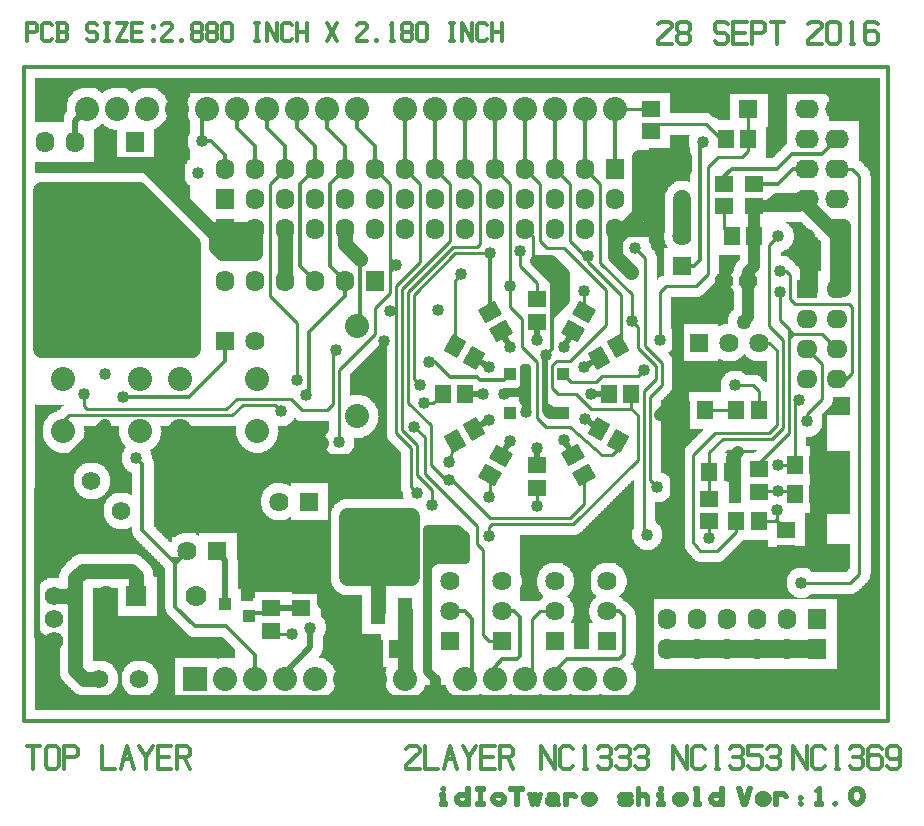
<source format=gbr>
G04 CAM350 V9.5.2 (Build 226) Date:  Wed Sep 28 16:03:56 2016 *
G04 Database: C:\new\NC1369\274X\NC1369TOP.cam *
G04 Layer 1: 1.gbr *
%FSLAX23Y23*%
%MOIN*%
%SFA1.000B1.000*%

%MIA0B0*%
%IPPOS*%
%AMrect64x52_330*
4,1,4,-0.01471,0.03852,0.04071,0.00652,0.01471,-0.03852,-0.04071,-0.00652,-0.01471,0.03852,0.00000*
%
%AMrect64x52_300*
4,1,4,0.00652,0.04071,0.03852,-0.01471,-0.00652,-0.04071,-0.03852,0.01471,0.00652,0.04071,0.00000*
%
%AMrect64x52_240*
4,1,4,0.03852,0.01471,0.00652,-0.04071,-0.03852,-0.01471,-0.00652,0.04071,0.03852,0.01471,0.00000*
%
%AMrect64x52_210*
4,1,4,0.04071,-0.00652,-0.01471,-0.03852,-0.04071,0.00652,0.01471,0.03852,0.04071,-0.00652,0.00000*
%
%AMrect64x52_60*
4,1,4,-0.03852,-0.01471,-0.00652,0.04071,0.03852,0.01471,0.00652,-0.04071,-0.03852,-0.01471,0.00000*
%
%AMrect64x52_30*
4,1,4,-0.04071,0.00652,0.01471,0.03852,0.04071,-0.00652,-0.01471,-0.03852,-0.04071,0.00652,0.00000*
%
%AMrect64x52_150*
4,1,4,0.01471,-0.03852,-0.04071,-0.00652,-0.01471,0.03852,0.04071,0.00652,0.01471,-0.03852,0.00000*
%
%AMrect64x52_120*
4,1,4,-0.00652,-0.04071,-0.03852,0.01471,0.00652,0.04071,0.03852,-0.01471,-0.00652,-0.04071,0.00000*
%
%ADD10C,0.01200*%
%ADD11C,0.00400*%
%ADD12C,0.08000*%
%ADD13R,0.08000X0.08000*%
%ADD14R,0.07000X0.07000*%
%ADD15C,0.07000*%
%ADD16C,0.06200*%
%ADD17C,0.03600*%
%ADD18C,0.05000*%
%ADD19C,0.02000*%
%ADD70C,0.06400*%
%ADD71R,0.06400X0.06400*%
%ADD20C,0.04000*%
%ADD21C,0.04000*%
%ADD22C,0.01000*%
%ADD23C,0.06000*%
%ADD24O,0.06200X0.07000*%
%ADD25R,0.06200X0.07000*%
%ADD26C,0.03000*%
%ADD27R,0.06400X0.05200*%
%ADD28R,0.04000X0.04000*%
%ADD29C,0.05000*%
%ADD72R,0.05200X0.06400*%
%ADD73R,0.04800X0.08800*%
%ADD30R,0.14400X0.08800*%
%ADD31rect64x52_330*%
%ADD32rect64x52_300*%
%ADD33rect64x52_240*%
%ADD34rect64x52_210*%
%ADD35rect64x52_60*%
%ADD36rect64x52_30*%
%ADD37rect64x52_150*%
%ADD38rect64x52_120*%
%ADD39O,0.07000X0.06200*%
%ADD40R,0.07000X0.06200*%
%ADD41O,0.08000X0.06200*%
%LN1.gbr*%
%LPD*%
G54D12*
X670Y140D03*
X770D03*
X870D03*
X970D03*
X1070D03*
X1170D03*
X1270D03*
X1470D03*
X1570D03*
X1670D03*
X1770D03*
X1870D03*
X1970D03*
Y2040D03*
X1870D03*
X1770D03*
X1670D03*
X1570D03*
X1470D03*
X1370D03*
X1270D03*
X1110D03*
X1010D03*
X910D03*
X810D03*
X710D03*
X610D03*
X510D03*
X410D03*
X310D03*
X210D03*
G54D13*
X570Y140D03*
G54D14*
X375Y415D03*
G54D15*
X275D03*
X575D03*
G54D16*
X385Y140D03*
X251D03*
X100Y415D03*
Y340D03*
Y265D03*
X225Y600D03*
X325Y700D03*
X225Y800D03*
G54D70*
X545Y564D03*
G54D71*
X645D03*
G54D12*
X386Y1140D03*
X130D03*
Y964D03*
X386D03*
X776Y1140D03*
X520D03*
Y964D03*
X776D03*
G54D20*
X375Y875D03*
X520Y664D03*
X270Y984D03*
Y924D03*
Y1154D03*
X200Y1090D03*
X330Y1079D03*
G54D24*
X170Y1930D03*
X270D03*
X70D03*
G54D25*
X370D03*
G54D20*
X200Y1630D03*
G54D27*
X925Y375D03*
Y450D03*
X825Y300D03*
Y375D03*
G54D28*
X750Y350D03*
Y430D03*
X670Y390D03*
G54D29*
X1010Y395D03*
G54D20*
X895Y290D03*
X955Y310D03*
G54D12*
X1110Y1015D03*
Y1314D03*
G54D70*
X850Y730D03*
G54D71*
X950D03*
G54D20*
X1050Y930D03*
X856Y1033D03*
X991Y925D03*
X700Y854D03*
G54D70*
X770Y1265D03*
G54D71*
X670D03*
G54D24*
X970Y1465D03*
X1070D03*
X870D03*
X770D03*
X670D03*
G54D25*
X1170D03*
G54D20*
X940Y1084D03*
X910Y1134D03*
X1040Y1234D03*
G54D24*
X870Y1740D03*
X770D03*
X970D03*
X1070D03*
X1170D03*
G54D25*
X670D03*
G54D24*
X1270D03*
X1370D03*
X1470D03*
X1570D03*
X1670D03*
X1770D03*
X1870D03*
X1970D03*
X1770Y1840D03*
X1870D03*
X1670D03*
X1570D03*
X1470D03*
G54D25*
X1970D03*
G54D24*
X1370D03*
X1270D03*
X1170D03*
X1070D03*
X970D03*
X870D03*
X770D03*
X670D03*
X870Y1640D03*
X770D03*
X970D03*
X1070D03*
X1170D03*
G54D25*
X670D03*
G54D24*
X1270D03*
X1370D03*
X1470D03*
X1570D03*
X1670D03*
X1770D03*
X1870D03*
X1970D03*
G54D20*
X594Y1931D03*
X579Y1826D03*
G54D72*
X1245Y240D03*
X1170D03*
G54D70*
X1420Y465D03*
Y365D03*
G54D71*
Y265D03*
G54D73*
X1089Y365D03*
X1180D03*
X1270D03*
G54D30*
X1180Y609D03*
G54D29*
Y479D03*
G54D31*
X1591Y883D03*
X1553Y818D03*
G54D32*
X1502Y971D03*
X1437Y933D03*
G54D20*
X1552Y1001D03*
X1416Y863D03*
X1310Y760D03*
X1552Y746D03*
X1360Y720D03*
X1300Y980D03*
X1416Y803D03*
X1550Y615D03*
G54D72*
X1471Y1090D03*
X1396D03*
G54D33*
X1502Y1210D03*
X1437Y1247D03*
G54D34*
X1591Y1297D03*
X1553Y1362D03*
G54D20*
X1530Y1090D03*
X1552Y1180D03*
X1456Y1487D03*
X1335Y1060D03*
X1320Y1120D03*
X1351Y1195D03*
X1553Y1558D03*
X1380Y1370D03*
X1200Y1264D03*
X1220Y1364D03*
X1240Y1520D03*
G54D70*
X1595Y465D03*
Y365D03*
G54D71*
Y265D03*
G54D70*
X1770Y465D03*
Y365D03*
G54D71*
Y265D03*
G54D70*
X1945Y465D03*
Y365D03*
G54D71*
Y265D03*
G54D35*
X1917Y971D03*
X1982Y933D03*
G54D27*
X1710Y851D03*
Y776D03*
G54D28*
X1621Y1025D03*
X1798D03*
Y1155D03*
X1621D03*
G54D36*
X1829Y884D03*
X1866Y819D03*
G54D20*
X1870Y1006D03*
X1799Y935D03*
X1710Y910D03*
X1621Y932D03*
X1710Y715D03*
X2076Y620D03*
X1746Y1034D03*
X1675Y1030D03*
X2006Y630D03*
G54D37*
X1830Y1297D03*
X1867Y1362D03*
G54D38*
X1917Y1210D03*
X1982Y1247D03*
G54D72*
X1949Y1090D03*
X2024D03*
G54D27*
X1710Y1329D03*
Y1404D03*
G54D20*
X1890Y1090D03*
X1866Y1180D03*
X1620Y1245D03*
X1710Y1270D03*
X1801Y1246D03*
X1655Y1564D03*
X1867Y1432D03*
X2027Y1332D03*
X2025Y1495D03*
X2066Y1170D03*
X1739Y1220D03*
X1600Y1090D03*
X1880Y1547D03*
X1620Y1450D03*
X2037Y1576D03*
G54D24*
X2445Y140D03*
X2545D03*
X2345D03*
X2245D03*
X2145D03*
G54D25*
X2645D03*
G54D24*
X2445Y240D03*
X2545D03*
X2345D03*
X2245D03*
X2145D03*
G54D25*
X2645D03*
G54D24*
X2445Y340D03*
X2545D03*
X2345D03*
X2245D03*
X2145D03*
G54D25*
X2645D03*
G54D20*
X2590Y460D03*
X2089Y459D03*
G54D72*
X2375Y1035D03*
X2450D03*
X2270D03*
X2195D03*
G54D27*
X2285Y665D03*
Y740D03*
X2450Y837D03*
Y762D03*
G54D72*
X2570Y755D03*
X2645D03*
X2570Y852D03*
X2645D03*
X2375Y665D03*
X2450D03*
G54D27*
X2540Y635D03*
Y560D03*
G54D72*
X2285Y830D03*
X2360D03*
G54D39*
X2610Y1140D03*
Y1240D03*
Y1340D03*
X2710Y1440D03*
Y1340D03*
Y1240D03*
G54D40*
X2610Y1440D03*
G54D39*
X2710Y1140D03*
G54D20*
X2514Y852D03*
Y765D03*
X2510Y703D03*
X2380Y895D03*
X2285Y607D03*
X2110Y779D03*
X2177Y687D03*
G54D70*
X2195Y1615D03*
G54D71*
Y1515D03*
G54D70*
X2450Y1260D03*
X2350D03*
G54D71*
X2250D03*
G54D16*
X2415Y1465D03*
X2335D03*
G54D20*
X2120Y1270D03*
G54D29*
X2400Y1330D03*
G54D20*
X2520Y1430D03*
X2585Y1067D03*
X2370Y1117D03*
X2520Y1500D03*
G54D27*
X2090Y1965D03*
Y2040D03*
X2335Y1715D03*
Y1790D03*
G54D72*
X2340Y1940D03*
X2415D03*
G54D27*
X2435Y1715D03*
Y1790D03*
G54D41*
X2610Y1940D03*
X2710D03*
Y2040D03*
X2610D03*
Y1840D03*
X2710D03*
X2610Y1740D03*
X2710D03*
G54D72*
X2360Y1615D03*
X2435D03*
G54D70*
X2315Y2040D03*
G54D71*
X2415D03*
G54D20*
X2265Y1930D03*
X2515Y1615D03*
X2195Y1740D03*
X2610Y560D03*
X2645Y927D03*
X2610Y997D03*
Y1615D03*
G54D11*
X1057Y37D02*
G01X37D01*
Y39*
X1057*
Y41*
X37*
Y43*
X1057*
Y45*
X37*
Y47*
X1057*
Y49*
X37*
Y51*
X1057*
Y53*
X37*
Y55*
X1057*
Y57*
X37*
Y59*
X1057*
Y61*
X37*
Y63*
X1057*
Y65*
X37*
Y67*
X1057*
Y69*
X37*
Y71*
X499*
X643D02*
G01X653D01*
X689D02*
G01X753D01*
X789D02*
G01X853D01*
X889D02*
G01X953D01*
X989D02*
G01X1057D01*
Y73*
X993*
X945D02*
G01X893D01*
X845D02*
G01X793D01*
X745D02*
G01X693D01*
X645D02*
G01X643D01*
X499D02*
G01X37D01*
Y75*
X499*
X699D02*
G01X741D01*
X799D02*
G01X841D01*
X899D02*
G01X941D01*
X999D02*
G01X1057D01*
Y77*
X1003*
X937D02*
G01X903D01*
X837D02*
G01X803D01*
X737D02*
G01X703D01*
X499D02*
G01X37D01*
Y79*
X235*
X269D02*
G01X369D01*
X403D02*
G01X499D01*
X707D02*
G01X733D01*
X807D02*
G01X833D01*
X907D02*
G01X933D01*
X1007D02*
G01X1057D01*
Y81*
X1009*
X931D02*
G01X909D01*
X831D02*
G01X809D01*
X731D02*
G01X709D01*
X499D02*
G01X407D01*
X363D02*
G01X273D01*
X229D02*
G01X37D01*
Y83*
X225*
X277D02*
G01X359D01*
X411D02*
G01X499D01*
X713D02*
G01X727D01*
X813D02*
G01X827D01*
X913D02*
G01X927D01*
X1013D02*
G01X1057D01*
Y85*
X1015*
X499D02*
G01X415D01*
X355D02*
G01X281D01*
X187D02*
G01X37D01*
Y87*
X179*
X285D02*
G01X351D01*
X419D02*
G01X499D01*
X1017D02*
G01X1057D01*
Y89*
X1019*
X499D02*
G01X421D01*
X349D02*
G01X287D01*
X175D02*
G01X37D01*
Y91*
X171*
X291D02*
G01X345D01*
X425D02*
G01X499D01*
X1021D02*
G01X1057D01*
Y93*
X1023*
X499D02*
G01X427D01*
X343D02*
G01X293D01*
X169D02*
G01X37D01*
Y95*
X167*
X295D02*
G01X341D01*
X429D02*
G01X499D01*
X1025D02*
G01X1057D01*
Y97*
X1027*
X499D02*
G01X431D01*
X339D02*
G01X297D01*
X163D02*
G01X37D01*
Y99*
X161*
X299D02*
G01X337D01*
X433D02*
G01X499D01*
X1029D02*
G01X1057D01*
Y101*
X1029*
X499D02*
G01X435D01*
X335D02*
G01X301D01*
X159D02*
G01X37D01*
Y103*
X157*
X301D02*
G01X335D01*
X435D02*
G01X499D01*
X1031D02*
G01X1057D01*
Y105*
X1033*
X499D02*
G01X437D01*
X333D02*
G01X303D01*
X155D02*
G01X37D01*
Y107*
X153*
X305D02*
G01X331D01*
X439D02*
G01X499D01*
X1033D02*
G01X1057D01*
Y109*
X1035*
X499D02*
G01X439D01*
X331D02*
G01X305D01*
X151D02*
G01X37D01*
Y111*
X149*
X307D02*
G01X329D01*
X441D02*
G01X499D01*
X1035D02*
G01X1057D01*
Y113*
X1037*
X499D02*
G01X441D01*
X329D02*
G01X307D01*
X147D02*
G01X37D01*
Y115*
X145*
X309D02*
G01X327D01*
X443D02*
G01X499D01*
X1037D02*
G01X1057D01*
Y117*
X1037*
X499D02*
G01X443D01*
X327D02*
G01X309D01*
X143D02*
G01X37D01*
Y119*
X141*
X311D02*
G01X325D01*
X445D02*
G01X499D01*
X1039D02*
G01X1057D01*
Y121*
X1039*
X499D02*
G01X445D01*
X325D02*
G01X311D01*
X139D02*
G01X37D01*
Y123*
X137*
X311D02*
G01X325D01*
X445D02*
G01X499D01*
X1039D02*
G01X1057D01*
Y125*
X1041*
X499D02*
G01X447D01*
X323D02*
G01X313D01*
X135D02*
G01X37D01*
Y127*
X133*
X313D02*
G01X323D01*
X447D02*
G01X499D01*
X1041D02*
G01X1057D01*
Y129*
X1041*
X499D02*
G01X447D01*
X323D02*
G01X313D01*
X131D02*
G01X37D01*
Y131*
X129*
X313D02*
G01X323D01*
X447D02*
G01X499D01*
X1041D02*
G01X1057D01*
Y133*
X1041*
X499D02*
G01X447D01*
X323D02*
G01X313D01*
X127D02*
G01X37D01*
Y135*
X127*
X313D02*
G01X323D01*
X447D02*
G01X499D01*
X1041D02*
G01X1057D01*
Y137*
X1041*
X499D02*
G01X447D01*
X323D02*
G01X313D01*
X125D02*
G01X37D01*
Y139*
X123*
X313D02*
G01X323D01*
X447D02*
G01X499D01*
X1041D02*
G01X1057D01*
Y141*
X1043*
X499D02*
G01X447D01*
X323D02*
G01X313D01*
X121D02*
G01X37D01*
Y143*
X121*
X313D02*
G01X323D01*
X447D02*
G01X499D01*
X1041D02*
G01X1057D01*
Y145*
X1041*
X499D02*
G01X447D01*
X323D02*
G01X313D01*
X119D02*
G01X37D01*
Y147*
X119*
X313D02*
G01X323D01*
X447D02*
G01X499D01*
X1041D02*
G01X1057D01*
Y149*
X1041*
X499D02*
G01X447D01*
X323D02*
G01X313D01*
X119D02*
G01X37D01*
Y151*
X117*
X313D02*
G01X323D01*
X447D02*
G01X499D01*
X1041D02*
G01X1057D01*
Y153*
X1041*
X499D02*
G01X447D01*
X323D02*
G01X313D01*
X117D02*
G01X37D01*
Y155*
X117*
X313D02*
G01X323D01*
X447D02*
G01X499D01*
X1041D02*
G01X1057D01*
Y157*
X1041*
X499D02*
G01X447D01*
X325D02*
G01X313D01*
X115D02*
G01X37D01*
Y159*
X115*
X311D02*
G01X325D01*
X445D02*
G01X499D01*
X1039D02*
G01X1057D01*
Y161*
X1039*
X499D02*
G01X445D01*
X325D02*
G01X311D01*
X115D02*
G01X37D01*
Y163*
X115*
X309D02*
G01X325D01*
X443D02*
G01X499D01*
X1039D02*
G01X1057D01*
Y165*
X1039*
X499D02*
G01X443D01*
X327D02*
G01X309D01*
X115D02*
G01X37D01*
Y167*
X115*
X307D02*
G01X327D01*
X441D02*
G01X499D01*
X1037D02*
G01X1057D01*
Y169*
X1037*
X499D02*
G01X441D01*
X329D02*
G01X307D01*
X115D02*
G01X37D01*
Y171*
X115*
X305D02*
G01X329D01*
X439D02*
G01X499D01*
X1035D02*
G01X1057D01*
Y173*
X1035*
X499D02*
G01X439D01*
X331D02*
G01X305D01*
X115D02*
G01X37D01*
Y175*
X115*
X303D02*
G01X331D01*
X437D02*
G01X499D01*
X1033D02*
G01X1057D01*
Y177*
X1033*
X499D02*
G01X437D01*
X335D02*
G01X303D01*
X115D02*
G01X37D01*
Y179*
X115*
X301D02*
G01X335D01*
X435D02*
G01X499D01*
X1031D02*
G01X1057D01*
Y181*
X1031*
X499D02*
G01X435D01*
X337D02*
G01X301D01*
X115D02*
G01X37D01*
Y183*
X115*
X297D02*
G01X337D01*
X431D02*
G01X499D01*
X1029D02*
G01X1057D01*
Y185*
X1029*
X499D02*
G01X431D01*
X341D02*
G01X297D01*
X115D02*
G01X37D01*
Y187*
X115*
X293D02*
G01X341D01*
X427D02*
G01X499D01*
X1025D02*
G01X1057D01*
Y189*
X1025*
X499D02*
G01X427D01*
X345D02*
G01X293D01*
X115D02*
G01X37D01*
Y191*
X115*
X287D02*
G01X345D01*
X421D02*
G01X499D01*
X1021D02*
G01X1057D01*
Y193*
X1021*
X499D02*
G01X421D01*
X351D02*
G01X287D01*
X115D02*
G01X37D01*
Y195*
X115*
X281D02*
G01X351D01*
X415D02*
G01X499D01*
X1017D02*
G01X1057D01*
Y197*
X1017*
X499D02*
G01X415D01*
X359D02*
G01X281D01*
X115D02*
G01X37D01*
Y199*
X115*
X273D02*
G01X359D01*
X407D02*
G01X499D01*
X1013D02*
G01X1057D01*
Y201*
X1013*
X499D02*
G01X407D01*
X369D02*
G01X273D01*
X235D02*
G01X229D01*
X115D02*
G01X37D01*
Y203*
X115*
X229D02*
G01X499D01*
X1007D02*
G01X1057D01*
Y205*
X1007*
X499D02*
G01X229D01*
X115D02*
G01X37D01*
Y207*
X115*
X229D02*
G01X499D01*
X999D02*
G01X1057D01*
Y209*
X999*
X647D02*
G01X643D01*
X499D02*
G01X229D01*
X115D02*
G01X37D01*
Y211*
X115*
X229D02*
G01X499D01*
X643D02*
G01X647D01*
X687D02*
G01X699D01*
X987D02*
G01X1057D01*
Y213*
X983*
X699D02*
G01X229D01*
X115D02*
G01X37D01*
Y215*
X115*
X229D02*
G01X699D01*
X985D02*
G01X1057D01*
Y217*
X987*
X699D02*
G01X229D01*
X115D02*
G01X37D01*
Y219*
X115*
X229D02*
G01X699D01*
X987D02*
G01X1057D01*
Y221*
X989*
X699D02*
G01X229D01*
X115D02*
G01X37D01*
Y223*
X115*
X229D02*
G01X699D01*
X991D02*
G01X1057D01*
Y225*
X991*
X699D02*
G01X229D01*
X115D02*
G01X37D01*
Y227*
X115*
X229D02*
G01X699D01*
X993D02*
G01X1057D01*
Y229*
X993*
X699D02*
G01X229D01*
X115D02*
G01X37D01*
Y231*
X115*
X229D02*
G01X699D01*
X995D02*
G01X1057D01*
Y233*
X995*
X699D02*
G01X229D01*
X115D02*
G01X37D01*
Y235*
X115*
X229D02*
G01X699D01*
X995D02*
G01X1057D01*
Y237*
X997*
X699D02*
G01X229D01*
X115D02*
G01X37D01*
Y239*
X115*
X229D02*
G01X699D01*
X997D02*
G01X1057D01*
Y241*
X997*
X697D02*
G01X229D01*
X115D02*
G01X37D01*
Y243*
X115*
X229D02*
G01X695D01*
X997D02*
G01X1057D01*
Y245*
X997*
X693D02*
G01X229D01*
X115D02*
G01X37D01*
Y247*
X115*
X229D02*
G01X691D01*
X997D02*
G01X1057D01*
Y249*
X997*
X689D02*
G01X229D01*
X115D02*
G01X37D01*
Y251*
X115*
X229D02*
G01X687D01*
X997D02*
G01X1057D01*
Y253*
X997*
X685D02*
G01X229D01*
X115D02*
G01X37D01*
Y255*
X115*
X229D02*
G01X683D01*
X997D02*
G01X1057D01*
Y257*
X997*
X681D02*
G01X229D01*
X115D02*
G01X37D01*
Y259*
X115*
X229D02*
G01X679D01*
X997D02*
G01X1057D01*
Y261*
X997*
X677D02*
G01X229D01*
X115D02*
G01X37D01*
Y263*
X115*
X229D02*
G01X675D01*
X997D02*
G01X1057D01*
Y265*
X997*
X673D02*
G01X229D01*
X115D02*
G01X37D01*
Y267*
X115*
X229D02*
G01X671D01*
X997D02*
G01X1057D01*
Y269*
X997*
X669D02*
G01X229D01*
X115D02*
G01X37D01*
Y271*
X115*
X229D02*
G01X667D01*
X997D02*
G01X1057D01*
Y273*
X997*
X665D02*
G01X229D01*
X115D02*
G01X37D01*
Y275*
X115*
X229D02*
G01X663D01*
X997D02*
G01X1057D01*
Y277*
X997*
X661D02*
G01X229D01*
X115D02*
G01X37D01*
Y279*
X85*
X229D02*
G01X557D01*
X997D02*
G01X1057D01*
Y281*
X997*
X553D02*
G01X229D01*
X77D02*
G01X37D01*
Y283*
X73*
X229D02*
G01X549D01*
X999D02*
G01X1057D01*
Y285*
X1001*
X547D02*
G01X229D01*
X69D02*
G01X37D01*
Y287*
X65*
X229D02*
G01X545D01*
X1001D02*
G01X1057D01*
Y289*
X1003*
X543D02*
G01X229D01*
X63D02*
G01X37D01*
Y291*
X61*
X229D02*
G01X541D01*
X1003D02*
G01X1057D01*
Y293*
X1003*
X539D02*
G01X229D01*
X59D02*
G01X37D01*
Y295*
X55*
X229D02*
G01X537D01*
X1005D02*
G01X1057D01*
Y297*
X1005*
X535D02*
G01X229D01*
X53D02*
G01X37D01*
Y299*
X53*
X229D02*
G01X533D01*
X1005D02*
G01X1057D01*
Y301*
X1007*
X531D02*
G01X229D01*
X51D02*
G01X37D01*
Y303*
X49*
X229D02*
G01X529D01*
X1007D02*
G01X1057D01*
Y305*
X1007*
X527D02*
G01X229D01*
X47D02*
G01X37D01*
Y307*
X47*
X229D02*
G01X525D01*
X1007D02*
G01X1057D01*
Y309*
X1007*
X523D02*
G01X229D01*
X45D02*
G01X37D01*
Y311*
X45*
X229D02*
G01X521D01*
X1007D02*
G01X1057D01*
Y313*
X1007*
X519D02*
G01X229D01*
X43D02*
G01X37D01*
Y315*
X43*
X229D02*
G01X517D01*
X1007D02*
G01X1057D01*
Y317*
X1007*
X515D02*
G01X229D01*
X41D02*
G01X37D01*
Y319*
X41*
X229D02*
G01X513D01*
X1007D02*
G01X1057D01*
Y321*
X1007*
X511D02*
G01X229D01*
X39D02*
G01X37D01*
Y323*
X39*
X229D02*
G01X509D01*
X1007D02*
G01X1057D01*
Y325*
X1005*
X507D02*
G01X229D01*
X39D02*
G01X37D01*
Y327*
X39*
X229D02*
G01X505D01*
X1005D02*
G01X1057D01*
Y329*
X1003*
X503D02*
G01X229D01*
X37D02*
G01Y331D01*
X229D02*
G01X501D01*
X1003D02*
G01X1057D01*
Y333*
X1003*
X499D02*
G01X229D01*
X37D02*
G01Y335D01*
X229D02*
G01X497D01*
X1003D02*
G01X1057D01*
Y337*
X1001*
X495D02*
G01X229D01*
X37D02*
G01Y339D01*
X229D02*
G01X493D01*
X1001D02*
G01X1057D01*
Y341*
X997*
X491D02*
G01X229D01*
X37D02*
G01Y343D01*
X229D02*
G01X489D01*
X997D02*
G01X1057D01*
Y345*
X995*
X487D02*
G01X229D01*
X37D02*
G01Y347D01*
X229D02*
G01X485D01*
X995D02*
G01X1057D01*
Y349*
X991*
X483D02*
G01X229D01*
X37D02*
G01Y351D01*
X229D02*
G01X309D01*
X443D02*
G01X481D01*
X991D02*
G01X1057D01*
Y353*
X989*
X479D02*
G01X443D01*
X309D02*
G01X229D01*
X39D02*
G01X37D01*
Y355*
X39*
X229D02*
G01X309D01*
X443D02*
G01X477D01*
X989D02*
G01X1057D01*
Y357*
X989*
X475D02*
G01X443D01*
X309D02*
G01X229D01*
X39D02*
G01X37D01*
Y359*
X39*
X229D02*
G01X309D01*
X443D02*
G01X473D01*
X989D02*
G01X1057D01*
Y361*
X989*
X473D02*
G01X443D01*
X309D02*
G01X229D01*
X41D02*
G01X37D01*
Y363*
X41*
X229D02*
G01X309D01*
X443D02*
G01X471D01*
X989D02*
G01X1057D01*
Y365*
X989*
X471D02*
G01X443D01*
X309D02*
G01X229D01*
X43D02*
G01X37D01*
Y367*
X43*
X229D02*
G01X309D01*
X443D02*
G01X469D01*
X989D02*
G01X1057D01*
Y369*
X989*
X469D02*
G01X443D01*
X309D02*
G01X229D01*
X45D02*
G01X37D01*
Y371*
X45*
X229D02*
G01X309D01*
X443D02*
G01X469D01*
X989D02*
G01X1057D01*
Y373*
X989*
X467D02*
G01X443D01*
X309D02*
G01X229D01*
X47D02*
G01X37D01*
Y375*
X47*
X229D02*
G01X309D01*
X443D02*
G01X467D01*
X989D02*
G01X1057D01*
Y377*
X989*
X467D02*
G01X443D01*
X309D02*
G01X229D01*
X49D02*
G01X37D01*
Y379*
X49*
X229D02*
G01X309D01*
X443D02*
G01X467D01*
X989D02*
G01X1057D01*
Y381*
X989*
X467D02*
G01X443D01*
X309D02*
G01X229D01*
X47D02*
G01X37D01*
Y383*
X47*
X229D02*
G01X309D01*
X443D02*
G01X467D01*
X989D02*
G01X1057D01*
Y385*
X989*
X467D02*
G01X443D01*
X309D02*
G01X229D01*
X45D02*
G01X37D01*
Y387*
X45*
X229D02*
G01X309D01*
X443D02*
G01X467D01*
X989D02*
G01X1057D01*
Y389*
X989*
X467D02*
G01X443D01*
X309D02*
G01X229D01*
X43D02*
G01X37D01*
Y391*
X43*
X229D02*
G01X309D01*
X443D02*
G01X467D01*
X989D02*
G01X1057D01*
Y393*
X989*
X467D02*
G01X443D01*
X309D02*
G01X229D01*
X41D02*
G01X37D01*
Y395*
X41*
X229D02*
G01X309D01*
X443D02*
G01X467D01*
X989D02*
G01X1057D01*
Y397*
X989*
X467D02*
G01X443D01*
X309D02*
G01X229D01*
X39D02*
G01X37D01*
Y399*
X39*
X229D02*
G01X309D01*
X443D02*
G01X467D01*
X989D02*
G01X1057D01*
Y401*
X989*
X467D02*
G01X443D01*
X309D02*
G01X229D01*
X39D02*
G01X37D01*
Y403*
X39*
X229D02*
G01X309D01*
X443D02*
G01X467D01*
X723D02*
G01X761D01*
X989D02*
G01X1057D01*
Y405*
X989*
X761D02*
G01X723D01*
X467D02*
G01X443D01*
X309D02*
G01X229D01*
X37D02*
G01Y407D01*
X229D02*
G01X309D01*
X443D02*
G01X467D01*
X723D02*
G01X761D01*
X989D02*
G01X1057D01*
Y409*
X989*
X761D02*
G01X723D01*
X467D02*
G01X443D01*
X309D02*
G01X229D01*
X37D02*
G01Y411D01*
X229D02*
G01X309D01*
X443D02*
G01X467D01*
X723D02*
G01X761D01*
X989D02*
G01X1057D01*
Y413*
X989*
X761D02*
G01X723D01*
X467D02*
G01X443D01*
X309D02*
G01X229D01*
X37D02*
G01Y415D01*
X229D02*
G01X309D01*
X443D02*
G01X467D01*
X723D02*
G01X761D01*
X989D02*
G01X1057D01*
Y417*
X989*
X761D02*
G01X723D01*
X467D02*
G01X443D01*
X309D02*
G01X229D01*
X37D02*
G01Y419D01*
X229D02*
G01X309D01*
X443D02*
G01X467D01*
X723D02*
G01X761D01*
X989D02*
G01X1057D01*
Y421*
X989*
X761D02*
G01X723D01*
X467D02*
G01X443D01*
X309D02*
G01X229D01*
X37D02*
G01Y423D01*
X229D02*
G01X309D01*
X443D02*
G01X467D01*
X723D02*
G01X761D01*
X989D02*
G01X1053D01*
X1049Y425D02*
G01X989D01*
X761D02*
G01X723D01*
X467D02*
G01X443D01*
X309D02*
G01X229D01*
X37D02*
G01Y427D01*
X229D02*
G01X309D01*
X443D02*
G01X467D01*
X723D02*
G01X761D01*
X989D02*
G01X1047D01*
X1043Y429D02*
G01X989D01*
X761D02*
G01X723D01*
X467D02*
G01X443D01*
X309D02*
G01X229D01*
X39D02*
G01X37D01*
Y431*
X39*
X229D02*
G01X309D01*
X443D02*
G01X467D01*
X723D02*
G01X761D01*
X989D02*
G01X1041D01*
X1039Y433*
X723*
X467D02*
G01X443D01*
X309D02*
G01X229D01*
X39D02*
G01X37D01*
Y435*
X39*
X229D02*
G01X309D01*
X443D02*
G01X467D01*
X723D02*
G01X1037D01*
X1035Y437*
X723*
X467D02*
G01X443D01*
X309D02*
G01X229D01*
X41D02*
G01X37D01*
Y439*
X41*
X229D02*
G01X309D01*
X443D02*
G01X467D01*
X723D02*
G01X1033D01*
X1031Y441*
X723*
X467D02*
G01X443D01*
X309D02*
G01X229D01*
X43D02*
G01X37D01*
Y443*
X43*
X229D02*
G01X309D01*
X443D02*
G01X467D01*
X713D02*
G01X1029D01*
Y445*
X713*
X467D02*
G01X443D01*
X45D02*
G01X37D01*
Y447*
X45*
X443D02*
G01X467D01*
X713D02*
G01X1027D01*
X1025Y449*
X713*
X467D02*
G01X443D01*
X47D02*
G01X37D01*
Y451*
X47*
X443D02*
G01X467D01*
X713D02*
G01X1025D01*
X1023Y453*
X713*
X467D02*
G01X443D01*
X49D02*
G01X37D01*
Y455*
X49*
X443D02*
G01X467D01*
X713D02*
G01X1023D01*
Y457*
X713*
X467D02*
G01X443D01*
X53D02*
G01X37D01*
Y459*
X53*
X443D02*
G01X467D01*
X713D02*
G01X1021D01*
Y461*
X713*
X467D02*
G01X443D01*
X55D02*
G01X37D01*
Y463*
X55*
X443D02*
G01X467D01*
X713D02*
G01X1021D01*
X1019Y465*
X713*
X467D02*
G01X443D01*
X61D02*
G01X37D01*
Y467*
X61*
X443D02*
G01X467D01*
X713D02*
G01X1019D01*
Y469*
X713*
X467D02*
G01X443D01*
X65D02*
G01X37D01*
Y471*
X65*
X443D02*
G01X467D01*
X713D02*
G01X1019D01*
Y473*
X713*
X467D02*
G01X443D01*
X73D02*
G01X37D01*
Y475*
X73*
X443D02*
G01X467D01*
X713D02*
G01X1019D01*
Y477*
X713*
X467D02*
G01X443D01*
X85D02*
G01X37D01*
Y479*
X115*
X443D02*
G01X467D01*
X713D02*
G01X1019D01*
Y481*
X713*
X467D02*
G01X443D01*
X115D02*
G01X37D01*
Y483*
X115*
X433D02*
G01X467D01*
X713D02*
G01X1019D01*
Y485*
X713*
X467D02*
G01X431D01*
X115D02*
G01X37D01*
Y487*
X115*
X431D02*
G01X467D01*
X713D02*
G01X1019D01*
Y489*
X713*
X467D02*
G01X431D01*
X115D02*
G01X37D01*
Y491*
X117*
X431D02*
G01X467D01*
X713D02*
G01X1019D01*
Y493*
X713*
X467D02*
G01X431D01*
X117D02*
G01X37D01*
Y495*
X117*
X431D02*
G01X467D01*
X713D02*
G01X1019D01*
Y497*
X713*
X467D02*
G01X431D01*
X117D02*
G01X37D01*
Y499*
X119*
X429D02*
G01X467D01*
X713D02*
G01X1019D01*
Y501*
X713*
X467D02*
G01X429D01*
X119D02*
G01X37D01*
Y503*
X121*
X429D02*
G01X467D01*
X713D02*
G01X1019D01*
Y505*
X713*
X467D02*
G01X427D01*
X121D02*
G01X37D01*
Y507*
X123*
X427D02*
G01X467D01*
X713D02*
G01X1019D01*
Y509*
X713*
X467D02*
G01X427D01*
X123D02*
G01X37D01*
Y511*
X127*
X425D02*
G01X465D01*
X713D02*
G01X1019D01*
Y513*
X713*
X463D02*
G01X425D01*
X127D02*
G01X37D01*
Y515*
X129*
X423D02*
G01X461D01*
X713D02*
G01X1019D01*
Y517*
X713*
X459D02*
G01X421D01*
X129D02*
G01X37D01*
Y519*
X133*
X419D02*
G01X457D01*
X713D02*
G01X1019D01*
Y521*
X713*
X455D02*
G01X419D01*
X133D02*
G01X37D01*
Y523*
X137*
X417D02*
G01X453D01*
X713D02*
G01X1019D01*
Y525*
X713*
X451D02*
G01X415D01*
X137D02*
G01X37D01*
Y527*
X141*
X413D02*
G01X449D01*
X713D02*
G01X1019D01*
Y529*
X713*
X447D02*
G01X411D01*
X141D02*
G01X37D01*
Y531*
X145*
X407D02*
G01X445D01*
X713D02*
G01X1019D01*
Y533*
X713*
X443D02*
G01X407D01*
X145D02*
G01X37D01*
Y535*
X149*
X403D02*
G01X441D01*
X713D02*
G01X1019D01*
Y537*
X713*
X439D02*
G01X403D01*
X149D02*
G01X37D01*
Y539*
X153*
X399D02*
G01X437D01*
X711D02*
G01X1019D01*
Y541*
X711*
X435D02*
G01X399D01*
X153D02*
G01X37D01*
Y543*
X157*
X395D02*
G01X433D01*
X711D02*
G01X1019D01*
Y545*
X711*
X431D02*
G01X395D01*
X157D02*
G01X37D01*
Y547*
X163*
X391D02*
G01X429D01*
X711D02*
G01X1019D01*
Y549*
X711*
X427D02*
G01X389D01*
X163D02*
G01X37D01*
Y551*
X169*
X385D02*
G01X425D01*
X709D02*
G01X1019D01*
Y553*
X709*
X423D02*
G01X383D01*
X169D02*
G01X37D01*
Y555*
X177*
X377D02*
G01X421D01*
X709D02*
G01X1019D01*
Y557*
X709*
X419D02*
G01X37D01*
Y559*
X417*
X709D02*
G01X1019D01*
Y561*
X709*
X415D02*
G01X37D01*
Y563*
X413*
X709D02*
G01X1019D01*
Y565*
X709*
X411D02*
G01X37D01*
Y567*
X409*
X709D02*
G01X1019D01*
Y569*
X709*
X407D02*
G01X37D01*
Y571*
X405*
X709D02*
G01X1019D01*
Y573*
X709*
X403D02*
G01X37D01*
Y575*
X401*
X709D02*
G01X1019D01*
Y577*
X709*
X399D02*
G01X37D01*
Y579*
X397*
X709D02*
G01X1019D01*
Y581*
X709*
X395D02*
G01X37D01*
Y583*
X393*
X709D02*
G01X1019D01*
Y585*
X709*
X391D02*
G01X37D01*
Y587*
X389*
X709D02*
G01X1019D01*
Y589*
X709*
X387D02*
G01X37D01*
Y591*
X385*
X709D02*
G01X1019D01*
Y593*
X709*
X383D02*
G01X37D01*
Y595*
X381*
X709D02*
G01X1019D01*
Y597*
X709*
X489D02*
G01X487D01*
X379D02*
G01X37D01*
Y599*
X377*
X483D02*
G01X489D01*
X709D02*
G01X1019D01*
Y601*
X709*
X489D02*
G01X483D01*
X375D02*
G01X37D01*
Y603*
X373*
X479D02*
G01X489D01*
X709D02*
G01X1019D01*
Y605*
X709*
X489D02*
G01X479D01*
X371D02*
G01X37D01*
Y607*
X369*
X475D02*
G01X489D01*
X709D02*
G01X1019D01*
Y609*
X709*
X489D02*
G01X475D01*
X367D02*
G01X37D01*
Y611*
X365*
X471D02*
G01X489D01*
X709D02*
G01X1019D01*
Y613*
X709*
X489D02*
G01X471D01*
X363D02*
G01X37D01*
Y615*
X363*
X467D02*
G01X503D01*
X709D02*
G01X1019D01*
Y617*
X709*
X507D02*
G01X467D01*
X361D02*
G01X37D01*
Y619*
X361*
X463D02*
G01X507D01*
X579D02*
G01X581D01*
X709D02*
G01X1019D01*
Y621*
X709*
X581D02*
G01X579D01*
X515D02*
G01X463D01*
X359D02*
G01X37D01*
Y623*
X359*
X459D02*
G01X515D01*
X573D02*
G01X581D01*
X709D02*
G01X1019D01*
Y625*
X709*
X581D02*
G01X573D01*
X523D02*
G01X459D01*
X359D02*
G01X37D01*
Y627*
X357*
X455D02*
G01X523D01*
X561D02*
G01X581D01*
X709D02*
G01X1019D01*
Y629*
X455*
X357D02*
G01X37D01*
Y631*
X357*
X451D02*
G01X1019D01*
Y633*
X451*
X357D02*
G01X37D01*
Y635*
X357*
X447D02*
G01X1019D01*
Y637*
X447*
X357D02*
G01X37D01*
Y639*
X309*
X343D02*
G01X357D01*
X443D02*
G01X1019D01*
Y641*
X443*
X357D02*
G01X347D01*
X303D02*
G01X37D01*
Y643*
X299*
X351D02*
G01X357D01*
X439D02*
G01X1019D01*
Y645*
X439*
X357D02*
G01X355D01*
X295D02*
G01X37D01*
Y647*
X291*
X435D02*
G01X1019D01*
Y649*
X435*
X289D02*
G01X37D01*
Y651*
X285*
X433D02*
G01X1019D01*
Y653*
X433*
X283D02*
G01X37D01*
Y655*
X281*
X433D02*
G01X1019D01*
Y657*
X433*
X279D02*
G01X37D01*
Y659*
X277*
X433D02*
G01X1019D01*
Y661*
X433*
X275D02*
G01X37D01*
Y663*
X275*
X433D02*
G01X1019D01*
Y665*
X433*
X273D02*
G01X37D01*
Y667*
X271*
X433D02*
G01X1019D01*
Y669*
X1015*
X887D02*
G01X867D01*
X835D02*
G01X433D01*
X271D02*
G01X37D01*
Y671*
X269*
X433D02*
G01X827D01*
X873D02*
G01X887D01*
X1015D02*
G01X1019D01*
Y673*
X1015*
X887D02*
G01X877D01*
X823D02*
G01X433D01*
X269D02*
G01X37D01*
Y675*
X267*
X433D02*
G01X819D01*
X881D02*
G01X887D01*
X1015D02*
G01X1019D01*
Y677*
X1015*
X887D02*
G01X885D01*
X815D02*
G01X433D01*
X267D02*
G01X37D01*
Y679*
X265*
X433D02*
G01X813D01*
X1015D02*
G01X1019D01*
Y681*
X1015*
X811D02*
G01X433D01*
X265D02*
G01X37D01*
Y683*
X265*
X433D02*
G01X807D01*
X1015D02*
G01X1019D01*
Y685*
X1015*
X805D02*
G01X433D01*
X263D02*
G01X37D01*
Y687*
X263*
X433D02*
G01X803D01*
X1015D02*
G01X1019D01*
Y689*
X1015*
X801D02*
G01X433D01*
X263D02*
G01X37D01*
Y691*
X263*
X433D02*
G01X801D01*
X1015D02*
G01X1019D01*
Y693*
X1015*
X799D02*
G01X433D01*
X263D02*
G01X37D01*
Y695*
X263*
X433D02*
G01X797D01*
X1015D02*
G01X1019D01*
X1021Y697*
X1015*
X795D02*
G01X433D01*
X263D02*
G01X37D01*
Y699*
X263*
X433D02*
G01X795D01*
X1015D02*
G01X1021D01*
X1023Y701*
X1015*
X793D02*
G01X433D01*
X263D02*
G01X37D01*
Y703*
X263*
X433D02*
G01X793D01*
X1015D02*
G01X1023D01*
Y705*
X1015*
X791D02*
G01X433D01*
X263D02*
G01X37D01*
Y707*
X263*
X433D02*
G01X791D01*
X1015D02*
G01X1023D01*
X1025Y709*
X1015*
X789D02*
G01X433D01*
X263D02*
G01X37D01*
Y711*
X263*
X433D02*
G01X789D01*
X1015D02*
G01X1025D01*
X1029Y713D02*
G01X1015D01*
X789D02*
G01X433D01*
X263D02*
G01X37D01*
Y715*
X263*
X433D02*
G01X789D01*
X1015D02*
G01X1029D01*
X1031Y717*
X1015*
X787D02*
G01X433D01*
X265D02*
G01X37D01*
Y719*
X265*
X433D02*
G01X787D01*
X1015D02*
G01X1031D01*
X1035Y721D02*
G01X1015D01*
X787D02*
G01X433D01*
X265D02*
G01X37D01*
Y723*
X265*
X433D02*
G01X787D01*
X1015D02*
G01X1035D01*
X1039Y725D02*
G01X1015D01*
X787D02*
G01X433D01*
X267D02*
G01X37D01*
Y727*
X267*
X433D02*
G01X787D01*
X1015D02*
G01X1039D01*
X1043Y729D02*
G01X1015D01*
X787D02*
G01X433D01*
X269D02*
G01X37D01*
Y731*
X269*
X433D02*
G01X787D01*
X1015D02*
G01X1043D01*
X1049Y733D02*
G01X1015D01*
X787D02*
G01X433D01*
X271D02*
G01X37D01*
Y735*
X271*
X433D02*
G01X787D01*
X1015D02*
G01X1049D01*
X1057Y737D02*
G01X1015D01*
X787D02*
G01X433D01*
X275D02*
G01X37D01*
Y739*
X209*
X243D02*
G01X275D01*
X433D02*
G01X787D01*
X1015D02*
G01X1057D01*
Y741*
X1015*
X787D02*
G01X433D01*
X277D02*
G01X247D01*
X203D02*
G01X37D01*
Y743*
X199*
X251D02*
G01X277D01*
X433D02*
G01X787D01*
X1015D02*
G01X1057D01*
Y745*
X1015*
X787D02*
G01X433D01*
X281D02*
G01X255D01*
X195D02*
G01X37D01*
Y747*
X191*
X259D02*
G01X281D01*
X433D02*
G01X789D01*
X1015D02*
G01X1057D01*
Y749*
X1015*
X789D02*
G01X433D01*
X285D02*
G01X261D01*
X189D02*
G01X37D01*
Y751*
X185*
X265D02*
G01X285D01*
X433D02*
G01X789D01*
X1015D02*
G01X1057D01*
Y753*
X1015*
X789D02*
G01X433D01*
X291D02*
G01X267D01*
X183D02*
G01X37D01*
Y755*
X181*
X269D02*
G01X291D01*
X355D02*
G01X357D01*
X433D02*
G01X791D01*
X1015D02*
G01X1057D01*
Y757*
X1015*
X791D02*
G01X433D01*
X357D02*
G01X355D01*
X299D02*
G01X271D01*
X179D02*
G01X37D01*
Y759*
X177*
X273D02*
G01X299D01*
X347D02*
G01X357D01*
X433D02*
G01X793D01*
X1015D02*
G01X1057D01*
Y761*
X1015*
X793D02*
G01X433D01*
X357D02*
G01X347D01*
X309D02*
G01X275D01*
X175D02*
G01X37D01*
Y763*
X175*
X275D02*
G01X357D01*
X433D02*
G01X795D01*
X1015D02*
G01X1057D01*
Y765*
X1015*
X795D02*
G01X433D01*
X357D02*
G01X277D01*
X173D02*
G01X37D01*
Y767*
X171*
X279D02*
G01X357D01*
X433D02*
G01X797D01*
X1015D02*
G01X1057D01*
Y769*
X1015*
X797D02*
G01X433D01*
X357D02*
G01X279D01*
X171D02*
G01X37D01*
Y771*
X169*
X281D02*
G01X357D01*
X433D02*
G01X801D01*
X1015D02*
G01X1057D01*
Y773*
X1015*
X801D02*
G01X433D01*
X357D02*
G01X281D01*
X169D02*
G01X37D01*
Y775*
X167*
X283D02*
G01X357D01*
X433D02*
G01X803D01*
X1015D02*
G01X1057D01*
Y777*
X1015*
X803D02*
G01X433D01*
X357D02*
G01X283D01*
X167D02*
G01X37D01*
Y779*
X165*
X285D02*
G01X357D01*
X433D02*
G01X807D01*
X1015D02*
G01X1057D01*
Y781*
X1015*
X807D02*
G01X433D01*
X357D02*
G01X285D01*
X165D02*
G01X37D01*
Y783*
X165*
X285D02*
G01X357D01*
X433D02*
G01X813D01*
X1015D02*
G01X1057D01*
Y785*
X1015*
X887D02*
G01X885D01*
X813D02*
G01X433D01*
X357D02*
G01X287D01*
X163D02*
G01X37D01*
Y787*
X163*
X287D02*
G01X357D01*
X433D02*
G01X819D01*
X885D02*
G01X887D01*
X1015D02*
G01X1057D01*
Y789*
X1015*
X887D02*
G01X877D01*
X819D02*
G01X433D01*
X357D02*
G01X287D01*
X163D02*
G01X37D01*
Y791*
X163*
X287D02*
G01X357D01*
X433D02*
G01X827D01*
X877D02*
G01X887D01*
X1015D02*
G01X1057D01*
Y793*
X1015*
X887D02*
G01X865D01*
X827D02*
G01X433D01*
X357D02*
G01X287D01*
X163D02*
G01X37D01*
Y795*
X163*
X287D02*
G01X357D01*
X433D02*
G01X1057D01*
Y797*
X433*
X357D02*
G01X287D01*
X163D02*
G01X37D01*
Y799*
X163*
X287D02*
G01X357D01*
X433D02*
G01X1057D01*
Y801*
X433*
X357D02*
G01X287D01*
X163D02*
G01X37D01*
Y803*
X163*
X287D02*
G01X357D01*
X433D02*
G01X1057D01*
Y805*
X433*
X357D02*
G01X287D01*
X163D02*
G01X37D01*
Y807*
X163*
X287D02*
G01X357D01*
X433D02*
G01X1057D01*
Y809*
X433*
X357D02*
G01X287D01*
X163D02*
G01X37D01*
Y811*
X163*
X287D02*
G01X357D01*
X433D02*
G01X1057D01*
Y813*
X433*
X357D02*
G01X287D01*
X163D02*
G01X37D01*
Y815*
X163*
X287D02*
G01X357D01*
X433D02*
G01X1057D01*
Y817*
X433*
X357D02*
G01X287D01*
X165D02*
G01X37D01*
Y819*
X165*
X285D02*
G01X357D01*
X433D02*
G01X1057D01*
Y821*
X433*
X357D02*
G01X285D01*
X165D02*
G01X37D01*
Y823*
X165*
X283D02*
G01X357D01*
X433D02*
G01X1057D01*
Y825*
X433*
X357D02*
G01X283D01*
X167D02*
G01X37D01*
Y827*
X167*
X281D02*
G01X355D01*
X433D02*
G01X1057D01*
Y829*
X433*
X351D02*
G01X281D01*
X169D02*
G01X37D01*
Y831*
X169*
X279D02*
G01X347D01*
X433D02*
G01X1057D01*
Y833*
X433*
X345D02*
G01X279D01*
X171D02*
G01X37D01*
Y835*
X171*
X277D02*
G01X341D01*
X433D02*
G01X1057D01*
Y837*
X433*
X339D02*
G01X277D01*
X175D02*
G01X37D01*
Y839*
X175*
X275D02*
G01X337D01*
X433D02*
G01X1057D01*
Y841*
X433*
X335D02*
G01X275D01*
X177D02*
G01X37D01*
Y843*
X177*
X271D02*
G01X335D01*
X433D02*
G01X1057D01*
Y845*
X433*
X333D02*
G01X271D01*
X181D02*
G01X37D01*
Y847*
X181*
X267D02*
G01X331D01*
X433D02*
G01X1057D01*
Y849*
X433*
X329D02*
G01X267D01*
X185D02*
G01X37D01*
Y851*
X185*
X261D02*
G01X329D01*
X433D02*
G01X1057D01*
Y853*
X433*
X327D02*
G01X261D01*
X191D02*
G01X37D01*
Y855*
X191*
X255D02*
G01X327D01*
X433D02*
G01X1057D01*
Y857*
X433*
X327D02*
G01X255D01*
X199D02*
G01X37D01*
Y859*
X199*
X247D02*
G01X325D01*
X433D02*
G01X1057D01*
Y861*
X433*
X325D02*
G01X247D01*
X209D02*
G01X37D01*
Y863*
X325*
X433D02*
G01X1057D01*
Y865*
X433*
X323D02*
G01X37D01*
Y867*
X323*
X431D02*
G01X1057D01*
Y869*
X431*
X323D02*
G01X37D01*
Y871*
X323*
X429D02*
G01X1057D01*
Y873*
X429*
X323D02*
G01X37D01*
Y875*
X323*
X427D02*
G01X1057D01*
Y877*
X427*
X323D02*
G01X37D01*
Y879*
X323*
X427D02*
G01X1057D01*
X1035Y881D02*
G01X427D01*
X323D02*
G01X37D01*
Y883*
X323*
X427D02*
G01X1029D01*
X1025Y885D02*
G01X427D01*
X323D02*
G01X37D01*
Y887*
X325*
X427D02*
G01X1023D01*
X1019Y889D02*
G01X425D01*
X325D02*
G01X37D01*
Y891*
X325*
X425D02*
G01X1017D01*
X1015Y893*
X423*
X325D02*
G01X37D01*
Y895*
X113*
X149D02*
G01X327D01*
X423D02*
G01X759D01*
X795D02*
G01X1013D01*
X1011Y897*
X799*
X751D02*
G01X423D01*
X327D02*
G01X153D01*
X105D02*
G01X37D01*
Y899*
X101*
X159D02*
G01X329D01*
X423D02*
G01X747D01*
X805D02*
G01X1009D01*
X1007Y901*
X809*
X743D02*
G01X421D01*
X329D02*
G01X163D01*
X97D02*
G01X37D01*
Y903*
X93*
X167D02*
G01X331D01*
X423D02*
G01X739D01*
X813D02*
G01X1007D01*
X1005Y905*
X815*
X737D02*
G01X425D01*
X331D02*
G01X169D01*
X91D02*
G01X37D01*
Y907*
X87*
X173D02*
G01X335D01*
X429D02*
G01X733D01*
X819D02*
G01X1003D01*
Y909*
X821*
X731D02*
G01X431D01*
X335D02*
G01X175D01*
X85D02*
G01X37D01*
Y911*
X83*
X177D02*
G01X337D01*
X433D02*
G01X729D01*
X823D02*
G01X1003D01*
X1001Y913*
X825*
X727D02*
G01X435D01*
X337D02*
G01X179D01*
X81D02*
G01X37D01*
Y915*
X79*
X181D02*
G01X335D01*
X437D02*
G01X725D01*
X827D02*
G01X1001D01*
X999Y917*
X829*
X723D02*
G01X439D01*
X333D02*
G01X183D01*
X77D02*
G01X37D01*
Y919*
X75*
X185D02*
G01X331D01*
X441D02*
G01X721D01*
X831D02*
G01X999D01*
Y921*
X833*
X719D02*
G01X443D01*
X329D02*
G01X187D01*
X73D02*
G01X37D01*
Y923*
X71*
X189D02*
G01X327D01*
X445D02*
G01X717D01*
X835D02*
G01X999D01*
Y925*
X835*
X717D02*
G01X445D01*
X327D02*
G01X189D01*
X71D02*
G01X37D01*
Y927*
X69*
X191D02*
G01X325D01*
X447D02*
G01X715D01*
X837D02*
G01X999D01*
Y929*
X839*
X713D02*
G01X449D01*
X323D02*
G01X193D01*
X67D02*
G01X37D01*
Y931*
X67*
X193D02*
G01X323D01*
X449D02*
G01X713D01*
X839D02*
G01X999D01*
Y933*
X841*
X711D02*
G01X451D01*
X321D02*
G01X195D01*
X65D02*
G01X37D01*
Y935*
X65*
X195D02*
G01X321D01*
X451D02*
G01X711D01*
X841D02*
G01X999D01*
Y937*
X843*
X709D02*
G01X453D01*
X319D02*
G01X197D01*
X63D02*
G01X37D01*
Y939*
X63*
X197D02*
G01X319D01*
X453D02*
G01X709D01*
X843D02*
G01X999D01*
Y941*
X843*
X709D02*
G01X453D01*
X319D02*
G01X197D01*
X63D02*
G01X37D01*
Y943*
X61*
X199D02*
G01X317D01*
X455D02*
G01X707D01*
X845D02*
G01X999D01*
Y945*
X845*
X707D02*
G01X455D01*
X317D02*
G01X199D01*
X61D02*
G01X37D01*
Y947*
X61*
X199D02*
G01X317D01*
X455D02*
G01X707D01*
X845D02*
G01X1001D01*
Y949*
X847*
X705D02*
G01X457D01*
X315D02*
G01X201D01*
X59D02*
G01X37D01*
Y951*
X59*
X201D02*
G01X315D01*
X457D02*
G01X705D01*
X847D02*
G01X1003D01*
Y953*
X847*
X705D02*
G01X457D01*
X315D02*
G01X201D01*
X59D02*
G01X37D01*
Y955*
X59*
X201D02*
G01X315D01*
X457D02*
G01X705D01*
X847D02*
G01X1003D01*
Y957*
X847*
X705D02*
G01X457D01*
X315D02*
G01X201D01*
X59D02*
G01X37D01*
Y959*
X59*
X201D02*
G01X315D01*
X457D02*
G01X705D01*
X847D02*
G01X1007D01*
Y961*
X847*
X705D02*
G01X457D01*
X315D02*
G01X201D01*
X59D02*
G01X37D01*
Y963*
X59*
X201D02*
G01X315D01*
X457D02*
G01X705D01*
X847D02*
G01X1009D01*
Y965*
X849*
X705D02*
G01X459D01*
X315D02*
G01X203D01*
X59D02*
G01X37D01*
Y967*
X59*
X201D02*
G01X315D01*
X457D02*
G01X705D01*
X847D02*
G01X1013D01*
Y969*
X847*
X705D02*
G01X457D01*
X315D02*
G01X201D01*
X59D02*
G01X37D01*
Y971*
X59*
X201D02*
G01X315D01*
X457D02*
G01X705D01*
X847D02*
G01X1013D01*
Y973*
X847*
X705D02*
G01X457D01*
X315D02*
G01X201D01*
X59D02*
G01X37D01*
Y975*
X59*
X201D02*
G01X315D01*
X457D02*
G01X705D01*
X847D02*
G01X1013D01*
Y977*
X847*
X705D02*
G01X457D01*
X315D02*
G01X201D01*
X59D02*
G01X37D01*
Y979*
X59*
X201D02*
G01X315D01*
X457D02*
G01X705D01*
X847D02*
G01X1013D01*
Y981*
X847*
X705D02*
G01X457D01*
X315D02*
G01X201D01*
X59D02*
G01X37D01*
Y983*
X59*
X199D02*
G01X315D01*
X455D02*
G01X705D01*
X873D02*
G01X1013D01*
Y985*
X877*
X61D02*
G01X37D01*
Y987*
X61*
X881D02*
G01X1013D01*
Y989*
X883*
X63D02*
G01X37D01*
Y991*
X63*
X887D02*
G01X1013D01*
Y993*
X889*
X63D02*
G01X37D01*
Y995*
X63*
X891D02*
G01X1013D01*
Y997*
X893*
X65D02*
G01X37D01*
Y999*
X65*
X895D02*
G01X917D01*
X911Y1001D02*
G01X897D01*
X67D02*
G01X37D01*
Y1003*
X67*
X899D02*
G01X907D01*
X905Y1005*
X899*
X71D02*
G01X37D01*
Y1007*
X71*
X901D02*
G01X903D01*
X73Y1009D02*
G01X37D01*
Y1011*
X73*
X77Y1013D02*
G01X37D01*
Y1015*
X77*
X81Y1017D02*
G01X37D01*
Y1019*
X81*
X85Y1021D02*
G01X37D01*
Y1023*
X85*
X91Y1025D02*
G01X37D01*
Y1027*
X91*
X97Y1029D02*
G01X37D01*
Y1031*
X97*
X107Y1033D02*
G01X37D01*
Y1035*
X107*
X113Y1037D02*
G01X37D01*
Y1039*
X117*
Y1041*
X37*
Y1043*
X121*
Y1045*
X37*
Y1047*
X125*
Y1049*
X37*
Y1051*
X129*
Y1053*
X37*
Y1055*
X2081Y37D02*
G01X1059D01*
Y39*
X2081*
Y41*
X1059*
Y43*
X2081*
Y45*
X1059*
Y47*
X2081*
Y49*
X1059*
Y51*
X2081*
Y53*
X1059*
Y55*
X2081*
Y57*
X1059*
Y59*
X2081*
Y61*
X1059*
Y63*
X2081*
Y65*
X1059*
Y67*
X2081*
Y69*
X1059*
Y71*
X1253*
X1289D02*
G01X1453D01*
X1489D02*
G01X1553D01*
X1589D02*
G01X1653D01*
X1689D02*
G01X1753D01*
X1789D02*
G01X1853D01*
X1889D02*
G01X1953D01*
X1989D02*
G01X2081D01*
Y73*
X1993*
X1945D02*
G01X1893D01*
X1845D02*
G01X1793D01*
X1745D02*
G01X1693D01*
X1645D02*
G01X1593D01*
X1545D02*
G01X1493D01*
X1445D02*
G01X1293D01*
X1245D02*
G01X1059D01*
Y75*
X1241*
X1299D02*
G01X1441D01*
X1499D02*
G01X1541D01*
X1599D02*
G01X1641D01*
X1699D02*
G01X1741D01*
X1799D02*
G01X1841D01*
X1899D02*
G01X1941D01*
X1999D02*
G01X2081D01*
Y77*
X2003*
X1937D02*
G01X1903D01*
X1837D02*
G01X1803D01*
X1737D02*
G01X1703D01*
X1637D02*
G01X1603D01*
X1537D02*
G01X1503D01*
X1437D02*
G01X1303D01*
X1237D02*
G01X1059D01*
Y79*
X1233*
X1307D02*
G01X1433D01*
X1507D02*
G01X1533D01*
X1607D02*
G01X1633D01*
X1707D02*
G01X1733D01*
X1807D02*
G01X1833D01*
X1907D02*
G01X1933D01*
X2007D02*
G01X2081D01*
Y81*
X2009*
X1931D02*
G01X1909D01*
X1831D02*
G01X1809D01*
X1731D02*
G01X1709D01*
X1631D02*
G01X1609D01*
X1531D02*
G01X1509D01*
X1431D02*
G01X1309D01*
X1231D02*
G01X1059D01*
Y83*
X1227*
X1313D02*
G01X1427D01*
X1513D02*
G01X1527D01*
X1613D02*
G01X1627D01*
X1713D02*
G01X1727D01*
X1813D02*
G01X1827D01*
X1913D02*
G01X1927D01*
X2013D02*
G01X2081D01*
Y85*
X2015*
X1925D02*
G01X1915D01*
X1825D02*
G01X1815D01*
X1725D02*
G01X1715D01*
X1625D02*
G01X1615D01*
X1525D02*
G01X1515D01*
X1425D02*
G01X1315D01*
X1225D02*
G01X1059D01*
Y87*
X1223*
X1317D02*
G01X1423D01*
X1517D02*
G01X1523D01*
X1617D02*
G01X1623D01*
X1717D02*
G01X1723D01*
X1817D02*
G01X1823D01*
X1917D02*
G01X1923D01*
X2017D02*
G01X2081D01*
Y89*
X2019*
X1921D02*
G01X1919D01*
X1821D02*
G01X1819D01*
X1721D02*
G01X1719D01*
X1621D02*
G01X1619D01*
X1521D02*
G01X1519D01*
X1421D02*
G01X1319D01*
X1221D02*
G01X1059D01*
Y91*
X1219*
X1321D02*
G01X1419D01*
X2021D02*
G01X2081D01*
Y93*
X2023*
X1417D02*
G01X1323D01*
X1217D02*
G01X1059D01*
Y95*
X1215*
X1325D02*
G01X1415D01*
X2025D02*
G01X2081D01*
Y97*
X2027*
X1413D02*
G01X1327D01*
X1213D02*
G01X1059D01*
Y99*
X1211*
X1329D02*
G01X1411D01*
X2029D02*
G01X2081D01*
Y101*
X2029*
X1411D02*
G01X1329D01*
X1211D02*
G01X1059D01*
Y103*
X1209*
X1331D02*
G01X1409D01*
X2031D02*
G01X2081D01*
Y105*
X2033*
X1407D02*
G01X1333D01*
X1207D02*
G01X1059D01*
Y107*
X1207*
X1333D02*
G01X1407D01*
X2033D02*
G01X2081D01*
Y109*
X2035*
X1405D02*
G01X1335D01*
X1205D02*
G01X1059D01*
Y111*
X1205*
X1335D02*
G01X1405D01*
X2035D02*
G01X2081D01*
Y113*
X2037*
X1403D02*
G01X1337D01*
X1203D02*
G01X1059D01*
Y115*
X1203*
X1337D02*
G01X1403D01*
X2037D02*
G01X2081D01*
Y117*
X2037*
X1403D02*
G01X1337D01*
X1203D02*
G01X1059D01*
Y119*
X1201*
X1339D02*
G01X1401D01*
X2039D02*
G01X2081D01*
Y121*
X2039*
X1201D02*
G01X1059D01*
Y123*
X1201*
X2039D02*
G01X2081D01*
Y125*
X2041*
X1199D02*
G01X1059D01*
Y127*
X1199*
X2041D02*
G01X2081D01*
Y129*
X2041*
X1199D02*
G01X1059D01*
Y131*
X1199*
X2041D02*
G01X2081D01*
Y133*
X2041*
X1199D02*
G01X1059D01*
Y135*
X1199*
X2041D02*
G01X2081D01*
Y137*
X2041*
X1199D02*
G01X1059D01*
Y139*
X1199*
X2041D02*
G01X2081D01*
Y141*
X2043*
X1199D02*
G01X1059D01*
Y143*
X1199*
X2041D02*
G01X2081D01*
Y145*
X2041*
X1199D02*
G01X1059D01*
Y147*
X1199*
X2041D02*
G01X2081D01*
Y149*
X2041*
X1199D02*
G01X1059D01*
Y151*
X1199*
X2041D02*
G01X2081D01*
Y153*
X2041*
X1199D02*
G01X1059D01*
Y155*
X1199*
X2041D02*
G01X2081D01*
Y157*
X2041*
X1199D02*
G01X1059D01*
Y159*
X1199*
X2039D02*
G01X2081D01*
Y161*
X2039*
X1201D02*
G01X1059D01*
Y163*
X1201*
X2039D02*
G01X2081D01*
Y165*
X2039*
X1203D02*
G01X1059D01*
Y167*
X1203*
X2037D02*
G01X2081D01*
Y169*
X2037*
X1203D02*
G01X1059D01*
Y171*
X1203*
X2035D02*
G01X2081D01*
Y173*
X2035*
X1205D02*
G01X1059D01*
Y175*
X1205*
X2033D02*
G01X2081D01*
Y177*
X2033*
X1207D02*
G01X1059D01*
Y179*
X1187*
X2031D02*
G01X2081D01*
Y181*
X2031*
X1187D02*
G01X1059D01*
Y183*
X1187*
X2029D02*
G01X2081D01*
Y185*
X2029*
X1187D02*
G01X1059D01*
Y187*
X1187*
X2025D02*
G01X2081D01*
Y189*
X2025*
X1187D02*
G01X1059D01*
Y191*
X1187*
X2025D02*
G01X2081D01*
Y193*
X2027*
X1187D02*
G01X1059D01*
Y195*
X1187*
X2029D02*
G01X2081D01*
Y197*
X2031*
X1187D02*
G01X1059D01*
Y199*
X1187*
X2031D02*
G01X2081D01*
Y201*
X2033*
X1187D02*
G01X1059D01*
Y203*
X1187*
X2033D02*
G01X2081D01*
Y205*
X2035*
X1187D02*
G01X1059D01*
Y207*
X1187*
X2035D02*
G01X2081D01*
Y209*
X2037*
X1187D02*
G01X1059D01*
Y211*
X1187*
X2037D02*
G01X2081D01*
Y213*
X2037*
X1187D02*
G01X1059D01*
Y215*
X1187*
X2037D02*
G01X2081D01*
Y217*
X2037*
X1187D02*
G01X1059D01*
Y219*
X1187*
X2037D02*
G01X2081D01*
Y221*
X2039*
X1187D02*
G01X1059D01*
Y223*
X1187*
X2039D02*
G01X2081D01*
Y225*
X2039*
X1187D02*
G01X1059D01*
Y227*
X1187*
X2039D02*
G01X2081D01*
Y229*
X2039*
X1187D02*
G01X1059D01*
Y231*
X1187*
X2039D02*
G01X2081D01*
Y233*
X2039*
X1187D02*
G01X1059D01*
Y235*
X1187*
X2039D02*
G01X2081D01*
Y237*
X2039*
X1187D02*
G01X1059D01*
Y239*
X1187*
X2039D02*
G01X2081D01*
Y241*
X2039*
X1187D02*
G01X1059D01*
Y243*
X1187*
X1835D02*
G01X1881D01*
X2039D02*
G01X2081D01*
Y245*
X2039*
X1881D02*
G01X1835D01*
X1187D02*
G01X1059D01*
Y247*
X1187*
X1835D02*
G01X1881D01*
X2039D02*
G01X2081D01*
Y249*
X2039*
X1881D02*
G01X1835D01*
X1187D02*
G01X1059D01*
Y251*
X1187*
X1835D02*
G01X1881D01*
X2039D02*
G01X2081D01*
Y253*
X2039*
X1881D02*
G01X1835D01*
X1187D02*
G01X1059D01*
Y255*
X1187*
X1835D02*
G01X1881D01*
X2039D02*
G01X2081D01*
Y257*
X2039*
X1881D02*
G01X1835D01*
X1187D02*
G01X1059D01*
Y259*
X1187*
X1835D02*
G01X1881D01*
X2039D02*
G01X2081D01*
Y261*
X2039*
X1881D02*
G01X1835D01*
X1187D02*
G01X1059D01*
Y263*
X1187*
X1835D02*
G01X1881D01*
X2039D02*
G01X2081D01*
Y265*
X2039*
X1881D02*
G01X1835D01*
X1187D02*
G01X1059D01*
Y267*
X1187*
X1835D02*
G01X1881D01*
X2039D02*
G01X2081D01*
Y269*
X2039*
X1881D02*
G01X1835D01*
X1187D02*
G01X1059D01*
Y271*
X1187*
X1835D02*
G01X1881D01*
X2039D02*
G01X2081D01*
Y273*
X2039*
X1881D02*
G01X1835D01*
X1187D02*
G01X1059D01*
Y275*
X1187*
X1835D02*
G01X1881D01*
X2039D02*
G01X2081D01*
Y277*
X2039*
X1881D02*
G01X1835D01*
X1187D02*
G01X1059D01*
Y279*
X1187*
X1835D02*
G01X1881D01*
X2039D02*
G01X2081D01*
Y281*
X2039*
X1881D02*
G01X1835D01*
X1187D02*
G01X1059D01*
Y283*
X1187*
X1835D02*
G01X1881D01*
X2039D02*
G01X2081D01*
Y285*
X2039*
X1881D02*
G01X1835D01*
X1187D02*
G01X1059D01*
Y287*
X1187*
X1835D02*
G01X1881D01*
X2039D02*
G01X2081D01*
Y289*
X2039*
X1881D02*
G01X1835D01*
X1187D02*
G01X1059D01*
Y291*
X1125*
X1835D02*
G01X1881D01*
X2039D02*
G01X2081D01*
Y293*
X2039*
X1881D02*
G01X1835D01*
X1125D02*
G01X1059D01*
Y295*
X1125*
X1835D02*
G01X1881D01*
X2039D02*
G01X2081D01*
Y297*
X2039*
X1881D02*
G01X1835D01*
X1125D02*
G01X1059D01*
Y299*
X1125*
X1835D02*
G01X1881D01*
X2039D02*
G01X2081D01*
Y301*
X2039*
X1881D02*
G01X1835D01*
X1125D02*
G01X1059D01*
Y303*
X1125*
X1835D02*
G01X1881D01*
X2039D02*
G01X2081D01*
Y305*
X2039*
X1881D02*
G01X1835D01*
X1125D02*
G01X1059D01*
Y307*
X1125*
X1835D02*
G01X1881D01*
X2039D02*
G01X2081D01*
Y309*
X2039*
X1881D02*
G01X1835D01*
X1125D02*
G01X1059D01*
Y311*
X1125*
X1835D02*
G01X1881D01*
X2039D02*
G01X2081D01*
Y313*
X2039*
X1881D02*
G01X1835D01*
X1125D02*
G01X1059D01*
Y315*
X1125*
X1835D02*
G01X1881D01*
X2039D02*
G01X2081D01*
Y317*
X2039*
X1881D02*
G01X1835D01*
X1125D02*
G01X1059D01*
Y319*
X1125*
X1835D02*
G01X1881D01*
X2039D02*
G01X2081D01*
Y321*
X2039*
X1881D02*
G01X1835D01*
X1125D02*
G01X1059D01*
Y323*
X1125*
X1835D02*
G01X1881D01*
X2039D02*
G01X2081D01*
Y325*
X2039*
X1881D02*
G01X1835D01*
X1125D02*
G01X1059D01*
Y327*
X1125*
X1835D02*
G01X1881D01*
X2039D02*
G01X2081D01*
Y329*
X2039*
X1893D02*
G01X1823D01*
X1125D02*
G01X1059D01*
Y331*
X1125*
X1825D02*
G01X1891D01*
X2039D02*
G01X2081D01*
Y333*
X2039*
X1889D02*
G01X1825D01*
X1125D02*
G01X1059D01*
Y335*
X1125*
X1827D02*
G01X1889D01*
X2039D02*
G01X2081D01*
Y337*
X2039*
X1887D02*
G01X1827D01*
X1125D02*
G01X1059D01*
Y339*
X1125*
X1829D02*
G01X1887D01*
X2039D02*
G01X2081D01*
Y341*
X2039*
X1885D02*
G01X1829D01*
X1125D02*
G01X1059D01*
Y343*
X1125*
X1831D02*
G01X1885D01*
X2039D02*
G01X2081D01*
Y345*
X2039*
X1885D02*
G01X1831D01*
X1125D02*
G01X1059D01*
Y347*
X1125*
X1831D02*
G01X1883D01*
X2039D02*
G01X2081D01*
Y349*
X2039*
X1883D02*
G01X1831D01*
X1125D02*
G01X1059D01*
Y351*
X1125*
X1833D02*
G01X1883D01*
X2039D02*
G01X2081D01*
Y353*
X2039*
X1883D02*
G01X1833D01*
X1125D02*
G01X1059D01*
Y355*
X1125*
X1833D02*
G01X1881D01*
X2037D02*
G01X2081D01*
Y357*
X2037*
X1881D02*
G01X1833D01*
X1123D02*
G01X1059D01*
Y359*
X1123*
X1833D02*
G01X1881D01*
X2037D02*
G01X2081D01*
Y361*
X2037*
X1881D02*
G01X1833D01*
X1123D02*
G01X1059D01*
Y363*
X1123*
X1833D02*
G01X1881D01*
X2037D02*
G01X2081D01*
Y365*
X2037*
X1881D02*
G01X1835D01*
X1123D02*
G01X1059D01*
Y367*
X1123*
X1833D02*
G01X1881D01*
X2035D02*
G01X2081D01*
Y369*
X2035*
X1881D02*
G01X1833D01*
X1123D02*
G01X1059D01*
Y371*
X1123*
X1833D02*
G01X1881D01*
X2033D02*
G01X2081D01*
Y373*
X2033*
X1881D02*
G01X1833D01*
X1123D02*
G01X1059D01*
Y375*
X1123*
X1833D02*
G01X1881D01*
X2031D02*
G01X2081D01*
Y377*
X2029*
X1883D02*
G01X1833D01*
X1123D02*
G01X1059D01*
Y379*
X1123*
X1833D02*
G01X1883D01*
X2027D02*
G01X2081D01*
Y381*
X2025*
X1883D02*
G01X1833D01*
X1123D02*
G01X1059D01*
Y383*
X1123*
X1831D02*
G01X1883D01*
X2023D02*
G01X2081D01*
Y385*
X2021*
X1885D02*
G01X1831D01*
X1123D02*
G01X1059D01*
Y387*
X1123*
X1831D02*
G01X1885D01*
X2017D02*
G01X2081D01*
Y389*
X2017*
X1885D02*
G01X1831D01*
X1123D02*
G01X1059D01*
Y391*
X1123*
X1829D02*
G01X1885D01*
X2015D02*
G01X2081D01*
Y393*
X2013*
X1887D02*
G01X1829D01*
X1123D02*
G01X1059D01*
Y395*
X1123*
X1827D02*
G01X1887D01*
X2011D02*
G01X2081D01*
Y397*
X2009*
X1889D02*
G01X1827D01*
X1123D02*
G01X1059D01*
Y399*
X1123*
X1825D02*
G01X1889D01*
X2005D02*
G01X2081D01*
Y401*
X2003*
X1893D02*
G01X1825D01*
X1705D02*
G01X1653D01*
X1123D02*
G01X1059D01*
Y403*
X1123*
X1653D02*
G01X1717D01*
X1821D02*
G01X1893D01*
X1997D02*
G01X2081D01*
Y405*
X1997*
X1895D02*
G01X1821D01*
X1721D02*
G01X1653D01*
X1123D02*
G01X1059D01*
Y407*
X1123*
X1653D02*
G01X1721D01*
X1819D02*
G01X1895D01*
X1993D02*
G01X2081D01*
Y409*
X1993*
X1899D02*
G01X1819D01*
X1723D02*
G01X1653D01*
X1123D02*
G01X1059D01*
Y411*
X1123*
X1653D02*
G01X1723D01*
X1815D02*
G01X1899D01*
X1989D02*
G01X2081D01*
Y413*
X1989*
X1903D02*
G01X1815D01*
X1727D02*
G01X1653D01*
X1123D02*
G01X1059D01*
Y415*
X1123*
X1653D02*
G01X1727D01*
X1809D02*
G01X1903D01*
X1985D02*
G01X2081D01*
Y417*
X1987*
X1903D02*
G01X1813D01*
X1727D02*
G01X1653D01*
X1123D02*
G01X1059D01*
Y419*
X1065*
X1653D02*
G01X1725D01*
X1815D02*
G01X1901D01*
X1989D02*
G01X2081D01*
Y421*
X1991*
X1899D02*
G01X1817D01*
X1723D02*
G01X1653D01*
Y423*
X1721*
X1819D02*
G01X1897D01*
X1993D02*
G01X2081D01*
Y425*
X1995*
X1895D02*
G01X1819D01*
X1721D02*
G01X1653D01*
Y427*
X1719*
X1821D02*
G01X1893D01*
X1997D02*
G01X2081D01*
Y429*
X1997*
X1893D02*
G01X1823D01*
X1717D02*
G01X1653D01*
Y431*
X1715*
X1825D02*
G01X1891D01*
X1999D02*
G01X2081D01*
Y433*
X2001*
X1889D02*
G01X1825D01*
X1715D02*
G01X1653D01*
Y435*
X1713*
X1827D02*
G01X1889D01*
X2001D02*
G01X2081D01*
Y437*
X2003*
X1887D02*
G01X1827D01*
X1713D02*
G01X1653D01*
Y439*
X1711*
X1829D02*
G01X1887D01*
X2003D02*
G01X2081D01*
Y441*
X2005*
X1885D02*
G01X1829D01*
X1711D02*
G01X1655D01*
Y443*
X1709*
X1831D02*
G01X1885D01*
X2005D02*
G01X2081D01*
Y445*
X2005*
X1885D02*
G01X1831D01*
X1709D02*
G01X1655D01*
X1657Y447*
X1709*
X1831D02*
G01X1883D01*
X2007D02*
G01X2081D01*
Y449*
X2007*
X1883D02*
G01X1831D01*
X1709D02*
G01X1657D01*
Y451*
X1707*
X1833D02*
G01X1883D01*
X2007D02*
G01X2081D01*
Y453*
X2007*
X1883D02*
G01X1833D01*
X1707D02*
G01X1657D01*
X1659Y455*
X1707*
X1833D02*
G01X1881D01*
X2009D02*
G01X2081D01*
Y457*
X2009*
X1881D02*
G01X1833D01*
X1707D02*
G01X1659D01*
Y459*
X1707*
X1833D02*
G01X1881D01*
X2009D02*
G01X2081D01*
Y461*
X2009*
X1881D02*
G01X1833D01*
X1707D02*
G01X1659D01*
Y463*
X1707*
X1833D02*
G01X1881D01*
X2009D02*
G01X2081D01*
Y465*
X2009*
X1881D02*
G01X1835D01*
X1707D02*
G01X1659D01*
Y467*
X1707*
X1833D02*
G01X1881D01*
X2009D02*
G01X2081D01*
Y469*
X2009*
X1881D02*
G01X1833D01*
X1707D02*
G01X1659D01*
Y471*
X1707*
X1833D02*
G01X1881D01*
X2009D02*
G01X2081D01*
Y473*
X2009*
X1881D02*
G01X1833D01*
X1707D02*
G01X1659D01*
Y475*
X1707*
X1833D02*
G01X1881D01*
X2009D02*
G01X2081D01*
Y477*
X2009*
X1883D02*
G01X1833D01*
X1707D02*
G01X1659D01*
X1657Y479*
X1707*
X1833D02*
G01X1883D01*
X2007D02*
G01X2081D01*
Y481*
X2007*
X1883D02*
G01X1833D01*
X1709D02*
G01X1657D01*
Y483*
X1709*
X1831D02*
G01X1883D01*
X2007D02*
G01X2081D01*
Y485*
X2007*
X1885D02*
G01X1831D01*
X1709D02*
G01X1657D01*
X1655Y487*
X1709*
X1831D02*
G01X1885D01*
X2005D02*
G01X2081D01*
Y489*
X2005*
X1885D02*
G01X1831D01*
X1711D02*
G01X1655D01*
X1653Y491*
X1711*
X1829D02*
G01X1885D01*
X2003D02*
G01X2081D01*
Y493*
X2003*
X1887D02*
G01X1829D01*
X1713D02*
G01X1653D01*
Y495*
X1713*
X1827D02*
G01X1887D01*
X2001D02*
G01X2081D01*
Y497*
X2001*
X1889D02*
G01X1827D01*
X1715D02*
G01X1653D01*
Y499*
X1715*
X1825D02*
G01X1889D01*
X1999D02*
G01X2081D01*
Y501*
X1999*
X1893D02*
G01X1825D01*
X1717D02*
G01X1653D01*
Y503*
X1717*
X1821D02*
G01X1893D01*
X1997D02*
G01X2081D01*
Y505*
X1997*
X1895D02*
G01X1821D01*
X1721D02*
G01X1653D01*
Y507*
X1721*
X1819D02*
G01X1895D01*
X1993D02*
G01X2081D01*
Y509*
X1993*
X1899D02*
G01X1819D01*
X1723D02*
G01X1653D01*
Y511*
X1723*
X1815D02*
G01X1899D01*
X1989D02*
G01X2081D01*
Y513*
X1989*
X1903D02*
G01X1815D01*
X1727D02*
G01X1653D01*
Y515*
X1727*
X1809D02*
G01X1903D01*
X1985D02*
G01X2081D01*
Y517*
X1985*
X1907D02*
G01X1809D01*
X1733D02*
G01X1653D01*
Y519*
X1733*
X1805D02*
G01X1907D01*
X1979D02*
G01X2081D01*
Y521*
X1979*
X1915D02*
G01X1805D01*
X1739D02*
G01X1653D01*
Y523*
X1739*
X1797D02*
G01X1915D01*
X1973D02*
G01X2081D01*
Y525*
X1973*
X1923D02*
G01X1797D01*
X1747D02*
G01X1653D01*
Y527*
X1747*
X1785D02*
G01X1923D01*
X1961D02*
G01X2081D01*
Y529*
X1653*
Y531*
X2081*
Y533*
X1653*
Y535*
X2081*
Y537*
X1653*
Y539*
X2081*
Y541*
X1653*
Y543*
X2081*
Y545*
X1653*
Y547*
X2081*
Y549*
X1653*
Y551*
X2081*
Y553*
X1653*
Y555*
X2081*
Y557*
X1653*
Y559*
X2081*
Y561*
X1653*
Y563*
X2081*
Y565*
X1653*
Y567*
X2081*
Y569*
X1653*
Y571*
X2061*
X2055Y573D02*
G01X1653D01*
Y575*
X2051*
X2049Y577*
X1653*
Y579*
X2045*
X2043Y581*
X1653*
Y583*
X2041*
X2039Y585*
X1653*
Y587*
X2037*
X2035Y589*
X1653*
Y591*
X2033*
Y593*
X1653*
Y595*
X2031*
X2029Y597*
X1653*
Y599*
X2029*
Y601*
X1653*
Y603*
X2027*
Y605*
X1653*
Y607*
X2025*
Y609*
X1653*
Y611*
X2025*
Y613*
X1653*
Y615*
X2025*
Y617*
X1653*
Y619*
X2025*
Y621*
X1843*
X1847Y623D02*
G01X2025D01*
Y625*
X1851*
X1853Y627*
X2025*
Y629*
X1857*
X1859Y631*
X2025*
Y633*
X1861*
X1863Y635*
X2025*
X2027Y637*
X1865*
X1867Y639*
X2027*
X2029Y641*
X1869*
X1871Y643*
X2029*
Y645*
X1873*
X1875Y647*
X2029*
Y649*
X1877*
X1879Y651*
X2029*
Y653*
X1881*
X1883Y655*
X2029*
Y657*
X1885*
X1887Y659*
X2029*
Y661*
X1889*
X1891Y663*
X2029*
Y665*
X1893*
X1895Y667*
X2029*
Y669*
X1897*
X1899Y671*
X2029*
Y673*
X1901*
X1903Y675*
X2029*
Y677*
X1905*
X1907Y679*
X2029*
Y681*
X1909*
X1911Y683*
X2029*
Y685*
X1913*
X1915Y687*
X2029*
Y689*
X1917*
X1919Y691*
X2029*
Y693*
X1921*
X1923Y695*
X2029*
Y697*
X1925*
X1927Y699*
X2029*
Y701*
X1929*
X1931Y703*
X2029*
Y705*
X1933*
X1935Y707*
X2029*
Y709*
X1937*
X1939Y711*
X2029*
Y713*
X1941*
X1943Y715*
X2029*
Y717*
X1945*
X1947Y719*
X2029*
Y721*
X1949*
X1951Y723*
X2029*
Y725*
X1953*
X1955Y727*
X2029*
Y729*
X1957*
X1959Y731*
X2029*
Y733*
X1961*
X1963Y735*
X2029*
Y737*
X1965*
X1059D02*
G01Y739D01*
X1967D02*
G01X2029D01*
Y741*
X1969*
X1263D02*
G01X1059D01*
Y743*
X1261*
X1971D02*
G01X2029D01*
Y745*
X1973*
X1261D02*
G01X1059D01*
Y747*
X1259*
X1975D02*
G01X2029D01*
Y749*
X1977*
X1259D02*
G01X1059D01*
Y751*
X1259*
X1979D02*
G01X2029D01*
Y753*
X1981*
X1259D02*
G01X1059D01*
Y755*
X1259*
X1983D02*
G01X2029D01*
Y757*
X1985*
X1259D02*
G01X1059D01*
Y759*
X1259*
X1987D02*
G01X2029D01*
Y761*
X1989*
X1259D02*
G01X1059D01*
Y763*
X1257*
X1991D02*
G01X2029D01*
Y765*
X1993*
X1257D02*
G01X1059D01*
Y767*
X1255*
X1995D02*
G01X2029D01*
Y769*
X1997*
X1255D02*
G01X1059D01*
Y771*
X1255*
X1999D02*
G01X2029D01*
Y773*
X2001*
X1253D02*
G01X1059D01*
Y775*
X1253*
X2003D02*
G01X2029D01*
Y777*
X2005*
X1253D02*
G01X1059D01*
Y779*
X1253*
X2007D02*
G01X2029D01*
Y781*
X2009*
X1253D02*
G01X1059D01*
Y783*
X1253*
X2011D02*
G01X2029D01*
Y785*
X2013*
X1253D02*
G01X1059D01*
Y787*
X1253*
X2015D02*
G01X2029D01*
Y789*
X2017*
X1253D02*
G01X1059D01*
Y791*
X1253*
X2019D02*
G01X2029D01*
Y793*
X2021*
X1253D02*
G01X1059D01*
Y795*
X1253*
X2023D02*
G01X2029D01*
Y797*
X2025*
X1253D02*
G01X1059D01*
Y799*
X1253*
X2027D02*
G01X2029D01*
Y801*
X1253D02*
G01X1059D01*
Y803*
X1253*
Y805*
X1059*
Y807*
X1253*
Y809*
X1059*
Y811*
X1253*
Y813*
X1059*
Y815*
X1253*
Y817*
X1059*
Y819*
X1253*
Y821*
X1059*
Y823*
X1253*
Y825*
X1059*
Y827*
X1253*
Y829*
X1059*
Y831*
X1253*
Y833*
X1059*
Y835*
X1253*
Y837*
X1059*
Y839*
X1253*
Y841*
X1059*
Y843*
X1253*
Y845*
X1059*
Y847*
X1253*
Y849*
X1059*
Y851*
X1253*
Y853*
X1059*
Y855*
X1253*
Y857*
X1059*
Y859*
X1253*
Y861*
X1059*
Y863*
X1253*
Y865*
X1059*
Y867*
X1253*
Y869*
X1059*
Y871*
X1253*
Y873*
X1059*
Y875*
X1253*
Y877*
X1059*
Y879*
X1253*
Y881*
X1067*
X1071Y883D02*
G01X1253D01*
Y885*
X1075*
X1077Y887*
X1253*
Y889*
X1081*
X1083Y891*
X1253*
Y893*
X1085*
X1087Y895*
X1253*
X1251Y897*
X1089*
X1091Y899*
X1249*
X1247Y901*
X1093*
Y903*
X1245*
X1243Y905*
X1095*
X1097Y907*
X1241*
X1239Y909*
X1097*
X1099Y911*
X1237*
X1235Y913*
X1099*
Y915*
X1233*
X1231Y917*
X1101*
Y919*
X1229*
X1227Y921*
X1101*
Y923*
X1225*
X1223Y925*
X1101*
Y927*
X1221*
X1219Y929*
X1101*
X1103Y931*
X1217*
X1215Y933*
X1101*
Y935*
X1213*
X1211Y937*
X1101*
Y939*
X1209*
Y941*
X1101*
Y943*
X1207*
Y945*
X1129*
X1133Y947D02*
G01X1205D01*
Y949*
X1139*
X1143Y951D02*
G01X1205D01*
X1203Y953*
X1147*
X1149Y955*
X1203*
Y957*
X1153*
X1155Y959*
X1203*
Y961*
X1157*
X1159Y963*
X1203*
Y965*
X1161*
X1163Y967*
X1203*
Y969*
X1165*
X1167Y971*
X1203*
Y973*
X1169*
Y975*
X1203*
Y977*
X1171*
X1173Y979*
X1203*
Y981*
X1173*
X1175Y983*
X1203*
Y985*
X1175*
X1177Y987*
X1203*
Y989*
X1177*
Y991*
X1203*
Y993*
X1179*
Y995*
X1203*
Y997*
X1179*
X1181Y999*
X1203*
Y1001*
X1181*
Y1003*
X1203*
Y1005*
X1181*
Y1007*
X1203*
Y1009*
X1181*
Y1011*
X1203*
Y1013*
X1181*
X1183Y1015*
X1203*
Y1017*
X1181*
Y1019*
X1203*
Y1021*
X1181*
Y1023*
X1203*
Y1025*
X1181*
Y1027*
X1203*
Y1029*
X1181*
Y1031*
X1203*
Y1033*
X1179*
Y1035*
X1203*
Y1037*
X1179*
Y1039*
X1203*
Y1041*
X1177*
Y1043*
X1203*
Y1045*
X1175*
Y1047*
X1203*
Y1049*
X1173*
Y1051*
X1203*
Y1053*
X1171*
Y1055*
X1203*
Y1057*
X1169*
X2849Y37D02*
G01X2083D01*
Y39*
X2849*
Y41*
X2083*
Y43*
X2849*
Y45*
X2083*
Y47*
X2849*
Y49*
X2083*
Y51*
X2849*
Y53*
X2083*
Y55*
X2849*
Y57*
X2083*
Y59*
X2849*
Y61*
X2083*
Y63*
X2849*
Y65*
X2083*
Y67*
X2849*
Y69*
X2083*
Y71*
X2849*
Y73*
X2083*
Y75*
X2849*
Y77*
X2083*
Y79*
X2849*
Y81*
X2083*
Y83*
X2849*
Y85*
X2083*
Y87*
X2849*
Y89*
X2083*
Y91*
X2849*
Y93*
X2083*
Y95*
X2849*
Y97*
X2083*
Y99*
X2849*
Y101*
X2083*
Y103*
X2849*
Y105*
X2083*
Y107*
X2849*
Y109*
X2083*
Y111*
X2849*
Y113*
X2083*
Y115*
X2849*
Y117*
X2083*
Y119*
X2849*
Y121*
X2083*
Y123*
X2849*
Y125*
X2083*
Y127*
X2849*
Y129*
X2083*
Y131*
X2849*
Y133*
X2083*
Y135*
X2849*
Y137*
X2083*
Y139*
X2849*
Y141*
X2083*
Y143*
X2849*
Y145*
X2083*
Y147*
X2849*
Y149*
X2083*
Y151*
X2849*
Y153*
X2083*
Y155*
X2849*
Y157*
X2083*
Y159*
X2849*
Y161*
X2083*
Y163*
X2849*
Y165*
X2083*
Y167*
X2849*
Y169*
X2083*
Y171*
X2849*
Y173*
X2083*
Y175*
X2709D02*
G01X2849D01*
Y177*
X2709*
X2083D02*
G01Y179D01*
X2709D02*
G01X2849D01*
Y181*
X2709*
X2083D02*
G01Y183D01*
X2709D02*
G01X2849D01*
Y185*
X2709*
X2083D02*
G01Y187D01*
X2709D02*
G01X2849D01*
Y189*
X2709*
X2083D02*
G01Y191D01*
X2709D02*
G01X2849D01*
Y193*
X2709*
X2083D02*
G01Y195D01*
X2709D02*
G01X2849D01*
Y197*
X2709*
X2083D02*
G01Y199D01*
X2709D02*
G01X2849D01*
Y201*
X2709*
X2083D02*
G01Y203D01*
X2709D02*
G01X2849D01*
Y205*
X2709*
X2083D02*
G01Y207D01*
X2709D02*
G01X2849D01*
Y209*
X2709*
X2083D02*
G01Y211D01*
X2709D02*
G01X2849D01*
Y213*
X2709*
X2083D02*
G01Y215D01*
X2709D02*
G01X2849D01*
Y217*
X2709*
X2083D02*
G01Y219D01*
X2709D02*
G01X2849D01*
Y221*
X2709*
X2083D02*
G01Y223D01*
X2709D02*
G01X2849D01*
Y225*
X2709*
X2083D02*
G01Y227D01*
X2709D02*
G01X2849D01*
Y229*
X2709*
X2083D02*
G01Y231D01*
X2709D02*
G01X2849D01*
Y233*
X2709*
X2083D02*
G01Y235D01*
X2709D02*
G01X2849D01*
Y237*
X2709*
X2083D02*
G01Y239D01*
X2709D02*
G01X2849D01*
Y241*
X2709*
X2083D02*
G01Y243D01*
X2709D02*
G01X2849D01*
Y245*
X2709*
X2083D02*
G01Y247D01*
X2709D02*
G01X2849D01*
Y249*
X2709*
X2083D02*
G01Y251D01*
X2709D02*
G01X2849D01*
Y253*
X2709*
X2083D02*
G01Y255D01*
X2709D02*
G01X2849D01*
Y257*
X2709*
X2083D02*
G01Y259D01*
X2709D02*
G01X2849D01*
Y261*
X2709*
X2083D02*
G01Y263D01*
X2709D02*
G01X2849D01*
Y265*
X2709*
X2083D02*
G01Y267D01*
X2709D02*
G01X2849D01*
Y269*
X2709*
X2083D02*
G01Y271D01*
X2709D02*
G01X2849D01*
Y273*
X2709*
X2083D02*
G01Y275D01*
X2709D02*
G01X2849D01*
Y277*
X2709*
X2083D02*
G01Y279D01*
X2709D02*
G01X2849D01*
Y281*
X2709*
X2083D02*
G01Y283D01*
X2709D02*
G01X2849D01*
Y285*
X2709*
X2083D02*
G01Y287D01*
X2709D02*
G01X2849D01*
Y289*
X2709*
X2083D02*
G01Y291D01*
X2709D02*
G01X2849D01*
Y293*
X2709*
X2083D02*
G01Y295D01*
X2709D02*
G01X2849D01*
Y297*
X2709*
X2083D02*
G01Y299D01*
X2709D02*
G01X2849D01*
Y301*
X2709*
X2083D02*
G01Y303D01*
X2709D02*
G01X2849D01*
Y305*
X2709*
X2083D02*
G01Y307D01*
X2709D02*
G01X2849D01*
Y309*
X2709*
X2083D02*
G01Y311D01*
X2709D02*
G01X2849D01*
Y313*
X2709*
X2083D02*
G01Y315D01*
X2709D02*
G01X2849D01*
Y317*
X2709*
X2083D02*
G01Y319D01*
X2709D02*
G01X2849D01*
Y321*
X2709*
X2083D02*
G01Y323D01*
X2709D02*
G01X2849D01*
Y325*
X2709*
X2083D02*
G01Y327D01*
X2709D02*
G01X2849D01*
Y329*
X2709*
X2083D02*
G01Y331D01*
X2709D02*
G01X2849D01*
Y333*
X2709*
X2083D02*
G01Y335D01*
X2709D02*
G01X2849D01*
Y337*
X2709*
X2083D02*
G01Y339D01*
X2709D02*
G01X2849D01*
Y341*
X2709*
X2083D02*
G01Y343D01*
X2709D02*
G01X2849D01*
Y345*
X2709*
X2083D02*
G01Y347D01*
X2709D02*
G01X2849D01*
Y349*
X2709*
X2083D02*
G01Y351D01*
X2709D02*
G01X2849D01*
Y353*
X2709*
X2083D02*
G01Y355D01*
X2709D02*
G01X2849D01*
Y357*
X2709*
X2083D02*
G01Y359D01*
X2709D02*
G01X2849D01*
Y361*
X2709*
X2083D02*
G01Y363D01*
X2709D02*
G01X2849D01*
Y365*
X2709*
X2083D02*
G01Y367D01*
X2709D02*
G01X2849D01*
Y369*
X2709*
X2083D02*
G01Y371D01*
X2709D02*
G01X2849D01*
Y373*
X2709*
X2083D02*
G01Y375D01*
X2709D02*
G01X2849D01*
Y377*
X2709*
X2083D02*
G01Y379D01*
X2709D02*
G01X2849D01*
Y381*
X2709*
X2083D02*
G01Y383D01*
X2709D02*
G01X2849D01*
Y385*
X2709*
X2083D02*
G01Y387D01*
X2709D02*
G01X2849D01*
Y389*
X2709*
X2083D02*
G01Y391D01*
X2709D02*
G01X2849D01*
Y393*
X2709*
X2083D02*
G01Y395D01*
X2709D02*
G01X2849D01*
Y397*
X2709*
X2083D02*
G01Y399D01*
X2709D02*
G01X2849D01*
Y401*
X2709*
X2083D02*
G01Y403D01*
X2709D02*
G01X2849D01*
Y405*
X2709*
X2083D02*
G01Y407D01*
X2849*
Y409*
X2083*
Y411*
X2575*
X2607D02*
G01X2849D01*
Y413*
X2611*
X2569D02*
G01X2083D01*
Y415*
X2565*
X2615D02*
G01X2849D01*
Y417*
X2617*
X2563D02*
G01X2083D01*
Y419*
X2559*
X2621D02*
G01X2849D01*
Y421*
X2623*
X2557D02*
G01X2083D01*
Y423*
X2555*
X2625D02*
G01X2849D01*
Y425*
X2767*
X2553D02*
G01X2083D01*
Y427*
X2551*
X2771D02*
G01X2849D01*
Y429*
X2775*
X2549D02*
G01X2083D01*
Y431*
X2547*
X2777D02*
G01X2849D01*
Y433*
X2781*
X2547D02*
G01X2083D01*
Y435*
X2545*
X2783D02*
G01X2849D01*
Y437*
X2785*
X2543D02*
G01X2083D01*
Y439*
X2543*
X2787D02*
G01X2849D01*
Y441*
X2789*
X2543D02*
G01X2083D01*
Y443*
X2541*
X2791D02*
G01X2849D01*
Y445*
X2793*
X2541D02*
G01X2083D01*
Y447*
X2539*
X2795D02*
G01X2849D01*
Y449*
X2797*
X2539D02*
G01X2083D01*
Y451*
X2539*
X2799D02*
G01X2849D01*
Y453*
X2801*
X2539D02*
G01X2083D01*
Y455*
X2539*
X2803D02*
G01X2849D01*
Y457*
X2805*
X2539D02*
G01X2083D01*
Y459*
X2539*
X2807D02*
G01X2849D01*
Y461*
X2809*
X2539D02*
G01X2083D01*
Y463*
X2539*
X2811D02*
G01X2849D01*
Y465*
X2813*
X2539D02*
G01X2083D01*
Y467*
X2539*
X2813D02*
G01X2849D01*
Y469*
X2815*
X2539D02*
G01X2083D01*
Y471*
X2539*
X2817D02*
G01X2849D01*
Y473*
X2817*
X2539D02*
G01X2083D01*
Y475*
X2539*
X2819D02*
G01X2849D01*
Y477*
X2819*
X2541D02*
G01X2083D01*
Y479*
X2541*
X2821D02*
G01X2849D01*
Y481*
X2821*
X2543D02*
G01X2083D01*
Y483*
X2543*
X2821D02*
G01X2849D01*
Y485*
X2821*
X2543D02*
G01X2083D01*
Y487*
X2543*
X2821D02*
G01X2849D01*
Y489*
X2821*
X2547D02*
G01X2083D01*
Y491*
X2547*
X2823D02*
G01X2849D01*
Y493*
X2823*
X2549D02*
G01X2083D01*
Y495*
X2549*
X2823D02*
G01X2849D01*
Y497*
X2823*
X2737D02*
G01X2629D01*
X2553D02*
G01X2083D01*
Y499*
X2553*
X2625D02*
G01X2741D01*
X2823D02*
G01X2849D01*
Y501*
X2823*
X2741D02*
G01X2625D01*
X2557D02*
G01X2083D01*
Y503*
X2557*
X2621D02*
G01X2745D01*
X2823D02*
G01X2849D01*
Y505*
X2823*
X2745D02*
G01X2621D01*
X2563D02*
G01X2083D01*
Y507*
X2563*
X2615D02*
G01X2749D01*
X2823D02*
G01X2849D01*
Y509*
X2823*
X2749D02*
G01X2615D01*
X2571D02*
G01X2083D01*
Y511*
X2571*
X2605D02*
G01X2749D01*
X2823D02*
G01X2849D01*
Y513*
X2823*
X2749D02*
G01X2083D01*
Y515*
X2749*
X2823D02*
G01X2849D01*
Y517*
X2823*
X2749D02*
G01X2083D01*
Y519*
X2749*
X2823D02*
G01X2849D01*
Y521*
X2823*
X2749D02*
G01X2083D01*
Y523*
X2749*
X2823D02*
G01X2849D01*
Y525*
X2823*
X2749D02*
G01X2083D01*
Y527*
X2749*
X2823D02*
G01X2849D01*
Y529*
X2823*
X2749D02*
G01X2083D01*
Y531*
X2243*
X2323D02*
G01X2749D01*
X2823D02*
G01X2849D01*
Y533*
X2823*
X2749D02*
G01X2327D01*
X2239D02*
G01X2083D01*
Y535*
X2235*
X2331D02*
G01X2749D01*
X2823D02*
G01X2849D01*
Y537*
X2823*
X2749D02*
G01X2333D01*
X2233D02*
G01X2083D01*
Y539*
X2229*
X2335D02*
G01X2749D01*
X2823D02*
G01X2849D01*
Y541*
X2823*
X2749D02*
G01X2337D01*
X2227D02*
G01X2083D01*
Y543*
X2227*
X2339D02*
G01X2749D01*
X2823D02*
G01X2849D01*
Y545*
X2823*
X2749D02*
G01X2341D01*
X2225D02*
G01X2083D01*
Y547*
X2223*
X2343D02*
G01X2749D01*
X2823D02*
G01X2849D01*
Y549*
X2823*
X2749D02*
G01X2345D01*
X2221D02*
G01X2083D01*
Y551*
X2219*
X2347D02*
G01X2749D01*
X2823D02*
G01X2849D01*
Y553*
X2823*
X2749D02*
G01X2349D01*
X2217D02*
G01X2083D01*
Y555*
X2217*
X2351D02*
G01X2749D01*
X2823D02*
G01X2849D01*
Y557*
X2823*
X2749D02*
G01X2353D01*
X2215D02*
G01X2083D01*
Y559*
X2213*
X2355D02*
G01X2749D01*
X2823D02*
G01X2849D01*
Y561*
X2823*
X2749D02*
G01X2357D01*
X2211D02*
G01X2083D01*
Y563*
X2209*
X2359D02*
G01X2749D01*
X2823D02*
G01X2849D01*
Y565*
X2823*
X2749D02*
G01X2361D01*
X2207D02*
G01X2083D01*
Y567*
X2207*
X2363D02*
G01X2749D01*
X2823D02*
G01X2849D01*
Y569*
X2823*
X2749D02*
G01X2365D01*
X2205D02*
G01X2083D01*
X2093Y571D02*
G01X2203D01*
X2367D02*
G01X2749D01*
X2823D02*
G01X2849D01*
Y573*
X2823*
X2749D02*
G01X2369D01*
X2201D02*
G01X2097D01*
X2101Y575D02*
G01X2199D01*
X2371D02*
G01X2749D01*
X2823D02*
G01X2849D01*
Y577*
X2823*
X2749D02*
G01X2373D01*
X2199D02*
G01X2103D01*
X2107Y579D02*
G01X2197D01*
X2375D02*
G01X2477D01*
X2605D02*
G01X2749D01*
X2823D02*
G01X2849D01*
Y581*
X2823*
X2749D02*
G01X2605D01*
X2477D02*
G01X2377D01*
X2197D02*
G01X2109D01*
X2111Y583*
X2195*
X2379D02*
G01X2477D01*
X2605D02*
G01X2749D01*
X2823D02*
G01X2849D01*
Y585*
X2823*
X2749D02*
G01X2605D01*
X2477D02*
G01X2381D01*
X2195D02*
G01X2113D01*
X2115Y587*
X2195*
X2383D02*
G01X2477D01*
X2605D02*
G01X2749D01*
X2823D02*
G01X2849D01*
Y589*
X2823*
X2749D02*
G01X2605D01*
X2477D02*
G01X2385D01*
X2193D02*
G01X2117D01*
X2119Y591*
X2193*
X2387D02*
G01X2477D01*
X2605D02*
G01X2675D01*
X2823D02*
G01X2849D01*
Y593*
X2823*
X2675D02*
G01X2605D01*
X2477D02*
G01X2389D01*
X2193D02*
G01X2119D01*
X2121Y595*
X2193*
X2391D02*
G01X2477D01*
X2605D02*
G01X2675D01*
X2823D02*
G01X2849D01*
Y597*
X2823*
X2675D02*
G01X2605D01*
X2477D02*
G01X2393D01*
X2193D02*
G01X2123D01*
Y599*
X2193*
X2395D02*
G01X2477D01*
X2605D02*
G01X2675D01*
X2823D02*
G01X2849D01*
Y601*
X2823*
X2675D02*
G01X2605D01*
X2477D02*
G01X2397D01*
X2193D02*
G01X2125D01*
Y603*
X2193*
X2605D02*
G01X2675D01*
X2823D02*
G01X2849D01*
Y605*
X2823*
X2675D02*
G01X2605D01*
X2193D02*
G01X2125D01*
X2127Y607*
X2193*
X2605D02*
G01X2675D01*
X2823D02*
G01X2849D01*
Y609*
X2823*
X2675D02*
G01X2605D01*
X2193D02*
G01X2127D01*
Y611*
X2193*
X2605D02*
G01X2675D01*
X2823D02*
G01X2849D01*
Y613*
X2823*
X2675D02*
G01X2605D01*
X2193D02*
G01X2127D01*
Y615*
X2193*
X2605D02*
G01X2675D01*
X2823D02*
G01X2849D01*
Y617*
X2823*
X2675D02*
G01X2605D01*
X2193D02*
G01X2127D01*
Y619*
X2193*
X2605D02*
G01X2675D01*
X2823D02*
G01X2849D01*
Y621*
X2823*
X2675D02*
G01X2605D01*
X2193D02*
G01X2129D01*
X2127Y623*
X2193*
X2605D02*
G01X2675D01*
X2823D02*
G01X2849D01*
Y625*
X2823*
X2675D02*
G01X2605D01*
X2193D02*
G01X2127D01*
Y627*
X2193*
X2605D02*
G01X2675D01*
X2823D02*
G01X2849D01*
Y629*
X2823*
X2675D02*
G01X2605D01*
X2193D02*
G01X2127D01*
Y631*
X2193*
X2605D02*
G01X2675D01*
X2823D02*
G01X2849D01*
Y633*
X2823*
X2675D02*
G01X2605D01*
X2193D02*
G01X2127D01*
Y635*
X2193*
X2605D02*
G01X2675D01*
X2823D02*
G01X2849D01*
Y637*
X2823*
X2675D02*
G01X2605D01*
X2193D02*
G01X2127D01*
X2125Y639*
X2193*
X2605D02*
G01X2675D01*
X2823D02*
G01X2849D01*
Y641*
X2823*
X2675D02*
G01X2605D01*
X2193D02*
G01X2125D01*
X2123Y643*
X2193*
X2605D02*
G01X2675D01*
X2823D02*
G01X2849D01*
Y645*
X2823*
X2675D02*
G01X2605D01*
X2193D02*
G01X2123D01*
X2121Y647*
X2193*
X2605D02*
G01X2675D01*
X2823D02*
G01X2849D01*
Y649*
X2823*
X2675D02*
G01X2605D01*
X2193D02*
G01X2121D01*
X2119Y651*
X2193*
X2605D02*
G01X2675D01*
X2823D02*
G01X2849D01*
Y653*
X2823*
X2675D02*
G01X2605D01*
X2193D02*
G01X2119D01*
X2115Y655D02*
G01X2193D01*
X2605D02*
G01X2675D01*
X2823D02*
G01X2849D01*
Y657*
X2823*
X2675D02*
G01X2605D01*
X2193D02*
G01X2115D01*
X2111Y659D02*
G01X2193D01*
X2605D02*
G01X2675D01*
X2823D02*
G01X2849D01*
Y661*
X2823*
X2675D02*
G01X2605D01*
X2193D02*
G01X2111D01*
X2107Y663D02*
G01X2193D01*
X2605D02*
G01X2675D01*
X2823D02*
G01X2849D01*
Y665*
X2823*
X2675D02*
G01X2605D01*
X2193D02*
G01X2107D01*
X2103Y667D02*
G01X2193D01*
X2605D02*
G01X2675D01*
X2823D02*
G01X2849D01*
Y669*
X2823*
X2675D02*
G01X2605D01*
X2193D02*
G01X2103D01*
Y671*
X2193*
X2605D02*
G01X2675D01*
X2823D02*
G01X2849D01*
Y673*
X2823*
X2675D02*
G01X2605D01*
X2193D02*
G01X2103D01*
Y675*
X2193*
X2605D02*
G01X2675D01*
X2823D02*
G01X2849D01*
Y677*
X2823*
X2675D02*
G01X2605D01*
X2193D02*
G01X2103D01*
Y679*
X2193*
X2605D02*
G01X2675D01*
X2823D02*
G01X2849D01*
Y681*
X2823*
X2675D02*
G01X2605D01*
X2193D02*
G01X2103D01*
Y683*
X2193*
X2605D02*
G01X2675D01*
X2823D02*
G01X2849D01*
Y685*
X2823*
X2675D02*
G01X2605D01*
X2193D02*
G01X2103D01*
Y687*
X2193*
X2605D02*
G01X2675D01*
X2823D02*
G01X2849D01*
Y689*
X2823*
X2675D02*
G01X2605D01*
X2193D02*
G01X2103D01*
Y691*
X2193*
X2605D02*
G01X2749D01*
X2823D02*
G01X2849D01*
Y693*
X2823*
X2749D02*
G01X2629D01*
X2193D02*
G01X2103D01*
Y695*
X2193*
X2629D02*
G01X2749D01*
X2823D02*
G01X2849D01*
Y697*
X2823*
X2749D02*
G01X2629D01*
X2193D02*
G01X2103D01*
Y699*
X2193*
X2629D02*
G01X2749D01*
X2823D02*
G01X2849D01*
Y701*
X2823*
X2749D02*
G01X2629D01*
X2193D02*
G01X2103D01*
Y703*
X2193*
X2629D02*
G01X2749D01*
X2823D02*
G01X2849D01*
Y705*
X2823*
X2749D02*
G01X2629D01*
X2193D02*
G01X2103D01*
Y707*
X2193*
X2629D02*
G01X2749D01*
X2823D02*
G01X2849D01*
Y709*
X2823*
X2749D02*
G01X2629D01*
X2193D02*
G01X2103D01*
Y711*
X2193*
X2629D02*
G01X2749D01*
X2823D02*
G01X2849D01*
Y713*
X2823*
X2749D02*
G01X2629D01*
X2193D02*
G01X2103D01*
Y715*
X2193*
X2629D02*
G01X2749D01*
X2823D02*
G01X2849D01*
Y717*
X2823*
X2749D02*
G01X2629D01*
X2193D02*
G01X2103D01*
Y719*
X2193*
X2629D02*
G01X2749D01*
X2823D02*
G01X2849D01*
Y721*
X2823*
X2749D02*
G01X2629D01*
X2193D02*
G01X2103D01*
Y723*
X2193*
X2629D02*
G01X2749D01*
X2823D02*
G01X2849D01*
Y725*
X2823*
X2749D02*
G01X2629D01*
X2193D02*
G01X2103D01*
Y727*
X2193*
X2629D02*
G01X2749D01*
X2823D02*
G01X2849D01*
Y729*
X2823*
X2749D02*
G01X2629D01*
X2387D02*
G01X2349D01*
X2193D02*
G01X2127D01*
X2131Y731D02*
G01X2193D01*
X2349D02*
G01X2387D01*
X2629D02*
G01X2749D01*
X2823D02*
G01X2849D01*
Y733*
X2823*
X2749D02*
G01X2629D01*
X2387D02*
G01X2349D01*
X2193D02*
G01X2135D01*
X2137Y735*
X2193*
X2349D02*
G01X2387D01*
X2629D02*
G01X2749D01*
X2823D02*
G01X2849D01*
Y737*
X2823*
X2749D02*
G01X2629D01*
X2387D02*
G01X2349D01*
X2193D02*
G01X2141D01*
X2143Y739*
X2193*
X2349D02*
G01X2387D01*
X2629D02*
G01X2749D01*
X2823D02*
G01X2849D01*
Y741*
X2823*
X2749D02*
G01X2629D01*
X2387D02*
G01X2349D01*
X2193D02*
G01X2145D01*
X2147Y743*
X2193*
X2349D02*
G01X2387D01*
X2629D02*
G01X2749D01*
X2823D02*
G01X2849D01*
Y745*
X2823*
X2749D02*
G01X2629D01*
X2387D02*
G01X2349D01*
X2193D02*
G01X2149D01*
X2151Y747*
X2193*
X2349D02*
G01X2387D01*
X2629D02*
G01X2749D01*
X2823D02*
G01X2849D01*
Y749*
X2823*
X2749D02*
G01X2629D01*
X2387D02*
G01X2349D01*
X2193D02*
G01X2153D01*
Y751*
X2193*
X2349D02*
G01X2387D01*
X2629D02*
G01X2749D01*
X2823D02*
G01X2849D01*
Y753*
X2823*
X2749D02*
G01X2629D01*
X2387D02*
G01X2349D01*
X2193D02*
G01X2155D01*
X2157Y755*
X2193*
X2349D02*
G01X2387D01*
X2629D02*
G01X2749D01*
X2823D02*
G01X2849D01*
Y757*
X2823*
X2749D02*
G01X2629D01*
X2387D02*
G01X2349D01*
X2193D02*
G01X2157D01*
X2159Y759*
X2193*
X2349D02*
G01X2387D01*
X2629D02*
G01X2749D01*
X2823D02*
G01X2849D01*
Y761*
X2823*
X2749D02*
G01X2629D01*
X2387D02*
G01X2349D01*
X2193D02*
G01X2159D01*
Y763*
X2193*
X2349D02*
G01X2387D01*
X2629D02*
G01X2749D01*
X2823D02*
G01X2849D01*
Y765*
X2823*
X2749D02*
G01X2629D01*
X2387D02*
G01X2349D01*
X2193D02*
G01X2161D01*
Y767*
X2193*
X2349D02*
G01X2387D01*
X2629D02*
G01X2749D01*
X2823D02*
G01X2849D01*
Y769*
X2823*
X2749D02*
G01X2629D01*
X2387D02*
G01X2349D01*
X2193D02*
G01X2161D01*
Y771*
X2193*
X2349D02*
G01X2387D01*
X2629D02*
G01X2749D01*
X2823D02*
G01X2849D01*
Y773*
X2823*
X2749D02*
G01X2629D01*
X2387D02*
G01X2349D01*
X2193D02*
G01X2161D01*
Y775*
X2193*
X2349D02*
G01X2387D01*
X2629D02*
G01X2749D01*
X2823D02*
G01X2849D01*
Y777*
X2823*
X2749D02*
G01X2629D01*
X2387D02*
G01X2349D01*
X2193D02*
G01X2161D01*
X2163Y779*
X2193*
X2349D02*
G01X2387D01*
X2629D02*
G01X2749D01*
X2823D02*
G01X2849D01*
Y781*
X2823*
X2749D02*
G01X2629D01*
X2387D02*
G01X2349D01*
X2193D02*
G01X2161D01*
Y783*
X2193*
X2349D02*
G01X2387D01*
X2629D02*
G01X2749D01*
X2823D02*
G01X2849D01*
Y785*
X2823*
X2749D02*
G01X2629D01*
X2387D02*
G01X2349D01*
X2193D02*
G01X2161D01*
Y787*
X2193*
X2349D02*
G01X2387D01*
X2629D02*
G01X2749D01*
X2823D02*
G01X2849D01*
Y789*
X2823*
X2749D02*
G01X2629D01*
X2387D02*
G01X2349D01*
X2193D02*
G01X2161D01*
Y791*
X2193*
X2349D02*
G01X2387D01*
X2629D02*
G01X2749D01*
X2823D02*
G01X2849D01*
Y793*
X2823*
X2749D02*
G01X2629D01*
X2387D02*
G01X2349D01*
X2193D02*
G01X2161D01*
Y795*
X2193*
X2349D02*
G01X2387D01*
X2629D02*
G01X2749D01*
X2823D02*
G01X2849D01*
Y797*
X2823*
X2749D02*
G01X2629D01*
X2387D02*
G01X2349D01*
X2193D02*
G01X2159D01*
Y799*
X2193*
X2343D02*
G01X2387D01*
X2629D02*
G01X2749D01*
X2823D02*
G01X2849D01*
Y801*
X2823*
X2749D02*
G01X2629D01*
X2387D02*
G01X2343D01*
X2193D02*
G01X2157D01*
Y803*
X2193*
X2343D02*
G01X2387D01*
X2629D02*
G01X2749D01*
X2823D02*
G01X2849D01*
Y805*
X2823*
X2749D02*
G01X2629D01*
X2387D02*
G01X2343D01*
X2193D02*
G01X2155D01*
Y807*
X2193*
X2343D02*
G01X2387D01*
X2629D02*
G01X2749D01*
X2823D02*
G01X2849D01*
Y809*
X2823*
X2749D02*
G01X2629D01*
X2387D02*
G01X2343D01*
X2193D02*
G01X2153D01*
Y811*
X2193*
X2343D02*
G01X2387D01*
X2629D02*
G01X2749D01*
X2823D02*
G01X2849D01*
Y813*
X2823*
X2749D02*
G01X2629D01*
X2387D02*
G01X2343D01*
X2193D02*
G01X2149D01*
Y815*
X2193*
X2343D02*
G01X2387D01*
X2629D02*
G01X2749D01*
X2823D02*
G01X2849D01*
Y817*
X2823*
X2749D02*
G01X2629D01*
X2387D02*
G01X2343D01*
X2193D02*
G01X2145D01*
Y819*
X2193*
X2343D02*
G01X2387D01*
X2629D02*
G01X2749D01*
X2823D02*
G01X2849D01*
Y821*
X2823*
X2749D02*
G01X2629D01*
X2387D02*
G01X2343D01*
X2193D02*
G01X2141D01*
Y823*
X2193*
X2343D02*
G01X2387D01*
X2629D02*
G01X2749D01*
X2823D02*
G01X2849D01*
Y825*
X2823*
X2749D02*
G01X2629D01*
X2387D02*
G01X2343D01*
X2193D02*
G01X2135D01*
Y827*
X2193*
X2343D02*
G01X2387D01*
X2629D02*
G01X2749D01*
X2823D02*
G01X2849D01*
Y829*
X2823*
X2749D02*
G01X2629D01*
X2387D02*
G01X2343D01*
X2193D02*
G01X2125D01*
X2123Y831*
X2193*
X2343D02*
G01X2387D01*
X2629D02*
G01X2749D01*
X2823D02*
G01X2849D01*
Y833*
X2823*
X2749D02*
G01X2629D01*
X2387D02*
G01X2343D01*
X2193D02*
G01X2123D01*
Y835*
X2193*
X2343D02*
G01X2387D01*
X2629D02*
G01X2749D01*
X2823D02*
G01X2849D01*
Y837*
X2823*
X2749D02*
G01X2629D01*
X2387D02*
G01X2343D01*
X2193D02*
G01X2123D01*
Y839*
X2193*
X2343D02*
G01X2387D01*
X2629D02*
G01X2749D01*
X2823D02*
G01X2849D01*
Y841*
X2823*
X2749D02*
G01X2629D01*
X2387D02*
G01X2343D01*
X2193D02*
G01X2123D01*
Y843*
X2193*
X2343D02*
G01X2387D01*
X2629D02*
G01X2749D01*
X2823D02*
G01X2849D01*
Y845*
X2823*
X2749D02*
G01X2629D01*
X2387D02*
G01X2343D01*
X2193D02*
G01X2123D01*
Y847*
X2193*
X2343D02*
G01X2387D01*
X2629D02*
G01X2749D01*
X2823D02*
G01X2849D01*
Y849*
X2823*
X2749D02*
G01X2629D01*
X2387D02*
G01X2343D01*
X2193D02*
G01X2123D01*
Y851*
X2193*
X2343D02*
G01X2387D01*
X2629D02*
G01X2749D01*
X2823D02*
G01X2849D01*
Y853*
X2823*
X2749D02*
G01X2629D01*
X2387D02*
G01X2343D01*
X2193D02*
G01X2123D01*
Y855*
X2193*
X2343D02*
G01X2387D01*
X2629D02*
G01X2749D01*
X2823D02*
G01X2849D01*
Y857*
X2823*
X2749D02*
G01X2629D01*
X2387D02*
G01X2343D01*
X2193D02*
G01X2123D01*
Y859*
X2193*
X2343D02*
G01X2387D01*
X2629D02*
G01X2749D01*
X2823D02*
G01X2849D01*
Y861*
X2823*
X2749D02*
G01X2629D01*
X2387D02*
G01X2343D01*
X2193D02*
G01X2123D01*
Y863*
X2193*
X2343D02*
G01X2387D01*
X2629D02*
G01X2749D01*
X2823D02*
G01X2849D01*
Y865*
X2823*
X2749D02*
G01X2629D01*
X2387D02*
G01X2343D01*
X2193D02*
G01X2123D01*
Y867*
X2193*
X2343D02*
G01X2387D01*
X2629D02*
G01X2749D01*
X2823D02*
G01X2849D01*
Y869*
X2823*
X2749D02*
G01X2629D01*
X2387D02*
G01X2343D01*
X2193D02*
G01X2123D01*
Y871*
X2193*
X2343D02*
G01X2387D01*
X2629D02*
G01X2749D01*
X2823D02*
G01X2849D01*
Y873*
X2823*
X2749D02*
G01X2629D01*
X2387D02*
G01X2343D01*
X2193D02*
G01X2123D01*
Y875*
X2193*
X2343D02*
G01X2387D01*
X2629D02*
G01X2749D01*
X2823D02*
G01X2849D01*
Y877*
X2823*
X2749D02*
G01X2629D01*
X2387D02*
G01X2343D01*
X2193D02*
G01X2123D01*
Y879*
X2193*
X2343D02*
G01X2387D01*
X2629D02*
G01X2749D01*
X2823D02*
G01X2849D01*
Y881*
X2823*
X2749D02*
G01X2629D01*
X2387D02*
G01X2343D01*
X2193D02*
G01X2123D01*
Y883*
X2193*
X2343D02*
G01X2387D01*
X2629D02*
G01X2749D01*
X2823D02*
G01X2849D01*
Y885*
X2823*
X2749D02*
G01X2629D01*
X2387D02*
G01X2343D01*
X2193D02*
G01X2123D01*
Y887*
X2193*
X2343D02*
G01X2387D01*
X2629D02*
G01X2749D01*
X2823D02*
G01X2849D01*
Y889*
X2823*
X2749D02*
G01X2629D01*
X2387D02*
G01X2343D01*
X2193D02*
G01X2123D01*
Y891*
X2193*
X2343D02*
G01X2387D01*
X2629D02*
G01X2749D01*
X2823D02*
G01X2849D01*
Y893*
X2823*
X2749D02*
G01X2629D01*
X2387D02*
G01X2343D01*
X2193D02*
G01X2123D01*
Y895*
X2193*
X2337D02*
G01X2431D01*
X2629D02*
G01X2749D01*
X2823D02*
G01X2849D01*
Y897*
X2823*
X2749D02*
G01X2629D01*
X2433D02*
G01X2339D01*
X2195D02*
G01X2123D01*
Y899*
X2195*
X2341D02*
G01X2437D01*
X2629D02*
G01X2749D01*
X2823D02*
G01X2849D01*
Y901*
X2823*
X2675D02*
G01X2629D01*
X2437D02*
G01X2343D01*
X2195D02*
G01X2123D01*
Y903*
X2197*
X2345D02*
G01X2441D01*
X2629D02*
G01X2675D01*
X2823D02*
G01X2849D01*
Y905*
X2823*
X2675D02*
G01X2629D01*
X2197D02*
G01X2123D01*
Y907*
X2199*
X2629D02*
G01X2675D01*
X2823D02*
G01X2849D01*
Y909*
X2823*
X2675D02*
G01X2629D01*
X2199D02*
G01X2123D01*
Y911*
X2201*
X2629D02*
G01X2675D01*
X2823D02*
G01X2849D01*
Y913*
X2823*
X2675D02*
G01X2629D01*
X2203D02*
G01X2123D01*
Y915*
X2205*
X2629D02*
G01X2675D01*
X2823D02*
G01X2849D01*
Y917*
X2823*
X2675D02*
G01X2607D01*
X2207D02*
G01X2123D01*
Y919*
X2209*
X2607D02*
G01X2675D01*
X2823D02*
G01X2849D01*
Y921*
X2823*
X2675D02*
G01X2607D01*
X2213D02*
G01X2123D01*
Y923*
X2213*
X2607D02*
G01X2675D01*
X2823D02*
G01X2849D01*
Y925*
X2823*
X2675D02*
G01X2607D01*
X2217D02*
G01X2123D01*
Y927*
X2217*
X2607D02*
G01X2675D01*
X2823D02*
G01X2849D01*
Y929*
X2823*
X2675D02*
G01X2607D01*
X2221D02*
G01X2123D01*
Y931*
X2221*
X2607D02*
G01X2675D01*
X2823D02*
G01X2849D01*
Y933*
X2823*
X2675D02*
G01X2607D01*
X2225D02*
G01X2123D01*
Y935*
X2225*
X2607D02*
G01X2675D01*
X2823D02*
G01X2849D01*
Y937*
X2823*
X2675D02*
G01X2607D01*
X2229D02*
G01X2123D01*
Y939*
X2229*
X2607D02*
G01X2675D01*
X2823D02*
G01X2849D01*
Y941*
X2823*
X2675D02*
G01X2607D01*
X2233D02*
G01X2123D01*
Y943*
X2233*
X2607D02*
G01X2675D01*
X2823D02*
G01X2849D01*
Y945*
X2823*
X2675D02*
G01X2607D01*
X2237D02*
G01X2123D01*
Y947*
X2237*
X2627D02*
G01X2675D01*
X2823D02*
G01X2849D01*
Y949*
X2823*
X2675D02*
G01X2631D01*
X2241D02*
G01X2123D01*
Y951*
X2241*
X2635D02*
G01X2675D01*
X2823D02*
G01X2849D01*
Y953*
X2823*
X2675D02*
G01X2637D01*
X2245D02*
G01X2123D01*
Y955*
X2245*
X2641D02*
G01X2675D01*
X2823D02*
G01X2849D01*
Y957*
X2823*
X2675D02*
G01X2643D01*
X2249D02*
G01X2123D01*
Y959*
X2249*
X2645D02*
G01X2675D01*
X2823D02*
G01X2849D01*
Y961*
X2823*
X2675D02*
G01X2647D01*
X2253D02*
G01X2123D01*
Y963*
X2253*
X2649D02*
G01X2675D01*
X2823D02*
G01X2849D01*
Y965*
X2823*
X2675D02*
G01X2651D01*
X2257D02*
G01X2123D01*
Y967*
X2257*
X2653D02*
G01X2675D01*
X2823D02*
G01X2849D01*
Y969*
X2823*
X2675D02*
G01X2653D01*
X2261D02*
G01X2123D01*
Y971*
X2261*
X2655D02*
G01X2675D01*
X2823D02*
G01X2849D01*
Y973*
X2823*
X2675D02*
G01X2657D01*
X2213D02*
G01X2123D01*
Y975*
X2213*
X2657D02*
G01X2675D01*
X2823D02*
G01X2849D01*
Y977*
X2823*
X2675D02*
G01X2659D01*
X2213D02*
G01X2123D01*
Y979*
X2213*
X2659D02*
G01X2675D01*
X2823D02*
G01X2849D01*
Y981*
X2823*
X2675D02*
G01X2659D01*
X2213D02*
G01X2123D01*
Y983*
X2213*
X2661D02*
G01X2675D01*
X2823D02*
G01X2849D01*
Y985*
X2823*
X2675D02*
G01X2661D01*
X2213D02*
G01X2123D01*
Y987*
X2213*
X2661D02*
G01X2675D01*
X2823D02*
G01X2849D01*
Y989*
X2823*
X2675D02*
G01X2661D01*
X2213D02*
G01X2123D01*
Y991*
X2213*
X2661D02*
G01X2675D01*
X2823D02*
G01X2849D01*
Y993*
X2823*
X2675D02*
G01X2661D01*
X2213D02*
G01X2123D01*
Y995*
X2213*
X2661D02*
G01X2675D01*
X2823D02*
G01X2849D01*
Y997*
X2823*
X2675D02*
G01X2663D01*
X2213D02*
G01X2123D01*
Y999*
X2213*
X2661D02*
G01X2675D01*
X2823D02*
G01X2849D01*
Y1001*
X2823*
X2675D02*
G01X2661D01*
X2213D02*
G01X2123D01*
Y1003*
X2213*
X2661D02*
G01X2675D01*
X2823D02*
G01X2849D01*
Y1005*
X2823*
X2675D02*
G01X2661D01*
X2213D02*
G01X2123D01*
Y1007*
X2213*
X2661D02*
G01X2675D01*
X2823D02*
G01X2849D01*
Y1009*
X2823*
X2675D02*
G01X2661D01*
X2213D02*
G01X2123D01*
Y1011*
X2213*
X2661D02*
G01X2675D01*
X2823D02*
G01X2849D01*
Y1013*
X2823*
X2675D02*
G01X2661D01*
X2213D02*
G01X2123D01*
Y1015*
X2213*
X2659D02*
G01X2675D01*
X2823D02*
G01X2849D01*
Y1017*
X2823*
X2675D02*
G01X2659D01*
X2213D02*
G01X2123D01*
Y1019*
X2213*
X2659D02*
G01X2675D01*
X2823D02*
G01X2849D01*
Y1021*
X2823*
X2749D02*
G01X2661D01*
X2213D02*
G01X2123D01*
Y1023*
X2213*
X2663D02*
G01X2749D01*
X2823D02*
G01X2849D01*
Y1025*
X2823*
X2749D02*
G01X2665D01*
X2213D02*
G01X2123D01*
Y1027*
X2213*
X2667D02*
G01X2749D01*
X2823D02*
G01X2849D01*
Y1029*
X2823*
X2749D02*
G01X2669D01*
X2213D02*
G01X2123D01*
Y1031*
X2213*
X2671D02*
G01X2749D01*
X2823D02*
G01X2849D01*
Y1033*
X2823*
X2749D02*
G01X2673D01*
X2213D02*
G01X2123D01*
Y1035*
X2213*
X2675D02*
G01X2749D01*
X2823D02*
G01X2849D01*
Y1037*
X2823*
X2749D02*
G01X2677D01*
X2213D02*
G01X2123D01*
Y1039*
X2213*
X2679D02*
G01X2749D01*
X2823D02*
G01X2849D01*
Y1041*
X2823*
X2749D02*
G01X2681D01*
X2213D02*
G01X2123D01*
Y1043*
X2213*
X2683D02*
G01X2749D01*
X2823D02*
G01X2849D01*
Y1045*
X2823*
X2749D02*
G01X2685D01*
X2213D02*
G01X2123D01*
Y1047*
X2213*
X2687D02*
G01X2749D01*
X2823D02*
G01X2849D01*
Y1049*
X2823*
X2749D02*
G01X2689D01*
X2213D02*
G01X2123D01*
Y1051*
X2213*
X2691D02*
G01X2749D01*
X2823D02*
G01X2849D01*
Y1053*
X2823*
X2749D02*
G01X2691D01*
X2213D02*
G01X2123D01*
Y1055*
X2213*
X2693D02*
G01X2749D01*
X2823D02*
G01X2849D01*
Y1057*
X2823*
X2749D02*
G01X2693D01*
X2213D02*
G01X2123D01*
X549Y1691D02*
G01Y1693D01*
X547*
X545Y1695*
X549*
Y1697*
X541*
Y1699*
X549*
Y1701*
X537*
Y1703*
X549*
Y1705*
X533*
Y1707*
X549*
Y1709*
X529*
Y1711*
X549*
Y1713*
X525*
Y1715*
X549*
Y1717*
X521*
Y1719*
X549*
Y1721*
X517*
Y1723*
X549*
Y1725*
X513*
Y1727*
X549*
Y1729*
X511*
X509Y1731*
X549*
Y1733*
X507*
X505Y1735*
X549*
Y1737*
X503*
X501Y1739*
X549*
Y1741*
X499*
X497Y1743*
X549*
Y1745*
X495*
X491Y1747D02*
G01X549D01*
Y1749*
X491*
X487Y1751D02*
G01X549D01*
Y1753*
X487*
X483Y1755D02*
G01X549D01*
Y1757*
X483*
X479Y1759D02*
G01X549D01*
Y1761*
X479*
X475Y1763D02*
G01X549D01*
Y1765*
X475*
X471Y1767D02*
G01X549D01*
Y1769*
X471*
X467Y1771D02*
G01X549D01*
Y1773*
X467*
X463Y1775D02*
G01X549D01*
Y1777*
X463*
X461Y1779*
X549*
Y1781*
X459*
X457Y1783*
X549*
Y1785*
X455*
X453Y1787*
X545*
X543Y1789*
X451*
X449Y1791*
X541*
X539Y1793*
X447*
X445Y1795*
X539*
X537Y1797*
X441*
Y1799*
X535*
X533Y1801*
X437*
Y1803*
X533*
X531Y1805*
X433*
Y1807*
X531*
Y1809*
X429*
Y1811*
X529*
Y1813*
X425*
Y1815*
X529*
X527Y1817*
X421*
Y1819*
X527*
Y1821*
X413*
Y1823*
X527*
Y1825*
X405*
X37Y1827D02*
G01X527D01*
Y1829*
X37*
Y1831*
X527*
Y1833*
X37*
Y1835*
X527*
Y1837*
X37*
Y1839*
X529*
Y1841*
X37*
Y1843*
X529*
Y1845*
X37*
Y1847*
X531*
Y1849*
X37*
Y1851*
X533*
Y1853*
X37*
Y1855*
X535*
Y1857*
X37*
Y1859*
X539*
Y1861*
X37*
Y1863*
X541*
Y1865*
X433*
X307D02*
G01X233D01*
Y1867*
X307*
X433D02*
G01X545D01*
Y1869*
X433*
X307D02*
G01X233D01*
Y1871*
X307*
X433D02*
G01X549D01*
Y1873*
X433*
X307D02*
G01X233D01*
Y1875*
X307*
X433D02*
G01X549D01*
Y1877*
X433*
X307D02*
G01X233D01*
Y1879*
X307*
X433D02*
G01X549D01*
Y1881*
X433*
X307D02*
G01X233D01*
Y1883*
X307*
X433D02*
G01X549D01*
Y1885*
X433*
X307D02*
G01X233D01*
Y1887*
X307*
X433D02*
G01X549D01*
Y1889*
X433*
X307D02*
G01X233D01*
Y1891*
X307*
X433D02*
G01X549D01*
Y1893*
X433*
X307D02*
G01X233D01*
Y1895*
X307*
X433D02*
G01X549D01*
Y1897*
X433*
X307D02*
G01X233D01*
Y1899*
X307*
X433D02*
G01X549D01*
Y1901*
X433*
X307D02*
G01X233D01*
Y1903*
X307*
X433D02*
G01X549D01*
Y1905*
X433*
X307D02*
G01X233D01*
Y1907*
X307*
X433D02*
G01X547D01*
Y1909*
X433*
X307D02*
G01X233D01*
Y1911*
X307*
X433D02*
G01X547D01*
X545Y1913*
X433*
X307D02*
G01X233D01*
Y1915*
X307*
X433D02*
G01X545D01*
X543Y1917*
X433*
X307D02*
G01X233D01*
Y1919*
X307*
X433D02*
G01X543D01*
Y1921*
X433*
X307D02*
G01X233D01*
Y1923*
X307*
X433D02*
G01X543D01*
Y1925*
X433*
X307D02*
G01X233D01*
Y1927*
X307*
X433D02*
G01X543D01*
Y1929*
X433*
X307D02*
G01X233D01*
Y1931*
X307*
X433D02*
G01X543D01*
Y1933*
X433*
X307D02*
G01X233D01*
Y1935*
X307*
X433D02*
G01X543D01*
Y1937*
X433*
X307D02*
G01X233D01*
Y1939*
X307*
X433D02*
G01X543D01*
Y1941*
X433*
X307D02*
G01X233D01*
Y1943*
X307*
X433D02*
G01X543D01*
Y1945*
X433*
X307D02*
G01X233D01*
Y1947*
X307*
X433D02*
G01X545D01*
Y1949*
X433*
X307D02*
G01X233D01*
Y1951*
X307*
X433D02*
G01X547D01*
Y1953*
X433*
X307D02*
G01X233D01*
Y1955*
X307*
X433D02*
G01X547D01*
Y1957*
X433*
X307D02*
G01X233D01*
Y1959*
X307*
X433D02*
G01X549D01*
Y1961*
X433*
X307D02*
G01X233D01*
Y1963*
X307*
X433D02*
G01X549D01*
Y1965*
X433*
X307D02*
G01X233D01*
Y1967*
X307*
X433D02*
G01X549D01*
Y1969*
X433*
X307D02*
G01X233D01*
Y1971*
X293*
X433D02*
G01X549D01*
Y1973*
X433*
X285D02*
G01X233D01*
X239Y1975D02*
G01X281D01*
X439D02*
G01X549D01*
Y1977*
X443*
X277D02*
G01X243D01*
X247Y1979D02*
G01X273D01*
X447D02*
G01X549D01*
Y1981*
X449*
X271D02*
G01X249D01*
X253Y1983D02*
G01X267D01*
X453D02*
G01X549D01*
Y1985*
X455*
X265D02*
G01X255D01*
X257Y1987*
X263*
X457D02*
G01X549D01*
Y1989*
X459*
X261D02*
G01X259D01*
X461Y1991D02*
G01X549D01*
Y1993*
X463*
X465Y1995*
X549*
Y1997*
X467*
X129D02*
G01X37D01*
Y1999*
X129*
X469D02*
G01X549D01*
Y2001*
X469*
X129D02*
G01X37D01*
Y2003*
X129*
X471D02*
G01X549D01*
X547Y2005*
X473*
X129D02*
G01X37D01*
Y2007*
X129*
X473D02*
G01X547D01*
X545Y2009*
X475*
X129D02*
G01X37D01*
Y2011*
X129*
X475D02*
G01X545D01*
X543Y2013*
X477*
X129D02*
G01X37D01*
Y2015*
X129*
X477D02*
G01X543D01*
Y2017*
X477*
X131D02*
G01X37D01*
Y2019*
X131*
X479D02*
G01X541D01*
Y2021*
X479*
X133D02*
G01X37D01*
Y2023*
X133*
X479D02*
G01X541D01*
X539Y2025*
X481*
X135D02*
G01X37D01*
Y2027*
X135*
X481D02*
G01X539D01*
Y2029*
X481*
X137D02*
G01X37D01*
Y2031*
X139*
X481D02*
G01X539D01*
Y2033*
X481*
X139D02*
G01X37D01*
Y2035*
X139*
X481D02*
G01X539D01*
Y2037*
X481*
X139D02*
G01X37D01*
Y2039*
X139*
X481D02*
G01X539D01*
Y2041*
X483*
X139D02*
G01X37D01*
Y2043*
X139*
X481D02*
G01X539D01*
Y2045*
X481*
X139D02*
G01X37D01*
Y2047*
X139*
X481D02*
G01X539D01*
Y2049*
X481*
X139D02*
G01X37D01*
Y2051*
X139*
X481D02*
G01X539D01*
Y2053*
X481*
X139D02*
G01X37D01*
Y2055*
X139*
X481D02*
G01X539D01*
Y2057*
X481*
X139D02*
G01X37D01*
Y2059*
X139*
X479D02*
G01X539D01*
X541Y2061*
X479*
X141D02*
G01X37D01*
Y2063*
X141*
X479D02*
G01X541D01*
X543Y2065*
X479*
X143D02*
G01X37D01*
Y2067*
X143*
X477D02*
G01X543D01*
Y2069*
X477*
X143D02*
G01X37D01*
Y2071*
X143*
X475D02*
G01X543D01*
X545Y2073*
X475*
X145D02*
G01X37D01*
Y2075*
X145*
X473D02*
G01X545D01*
X547Y2077*
X473*
X147D02*
G01X37D01*
Y2079*
X147*
X471D02*
G01X547D01*
X549Y2081*
X471*
X151D02*
G01X37D01*
X1169Y1059D02*
G01X1203D01*
Y1061*
X1165*
Y1063*
X1203*
Y1065*
X1161*
Y1067*
X1203*
Y1069*
X1157*
Y1071*
X1203*
Y1073*
X1153*
Y1075*
X1203*
Y1077*
X1147*
Y1079*
X1203*
Y1081*
X1139*
Y1083D02*
G01X1203D01*
Y1085*
X1127*
X1087D02*
G01Y1087D01*
X1203*
Y1089*
X1087*
Y1091*
X1203*
Y1093*
X1087*
Y1095*
X1203*
Y1097*
X1087*
Y1099*
X1203*
Y1101*
X1087*
Y1103*
X1203*
Y1105*
X1087*
Y1107*
X1203*
Y1109*
X1087*
Y1111*
X1203*
Y1113*
X1087*
Y1115*
X1203*
Y1117*
X1087*
Y1119*
X1203*
Y1121*
X1087*
Y1123*
X1203*
Y1125*
X1087*
Y1127*
X1203*
Y1129*
X1087*
Y1131*
X1203*
Y1133*
X1087*
Y1135*
X1203*
Y1137*
X1087*
Y1139*
X1203*
Y1141*
X1087*
Y1143*
X1203*
Y1145*
X1087*
Y1147*
X1203*
Y1149*
X1087*
Y1151*
X1203*
Y1153*
X1087*
Y1155*
X1203*
Y1157*
X1089*
X1091Y1159*
X1203*
Y1161*
X1093*
X1095Y1163*
X1203*
Y1165*
X1097*
X1099Y1167*
X1203*
Y1169*
X1101*
X1103Y1171*
X1203*
Y1173*
X1105*
X1107Y1175*
X1203*
Y1177*
X1109*
X1111Y1179*
X1203*
Y1181*
X1113*
X1115Y1183*
X1203*
Y1185*
X1117*
X1119Y1187*
X1203*
Y1189*
X1121*
X1123Y1191*
X1203*
Y1193*
X1125*
X1127Y1195*
X1203*
Y1197*
X1129*
X1131Y1199*
X1203*
Y1201*
X1133*
X1135Y1203*
X1203*
Y1205*
X1137*
X1139Y1207*
X1203*
Y1209*
X1141*
X1143Y1211*
X1203*
Y1213*
X1145*
X1147Y1215*
X1203*
Y1217*
X1149*
X1151Y1219*
X1203*
Y1221*
X1153*
X1155Y1223*
X1203*
Y1225*
X1157*
X1159Y1227*
X1203*
Y1229*
X1161*
X1163Y1231*
X1203*
Y1233*
X1165*
X1167Y1235*
X1203*
Y1237*
X1169*
X1171Y1239*
X1203*
Y1241*
X1173*
X1175Y1243*
X1203*
Y1245*
X1177*
X1179Y1247*
X1203*
Y1249*
X1181*
X1183Y1251*
X1203*
Y1253*
X1185*
X1187Y1255*
X1203*
Y1257*
X1189*
X1191Y1259*
X1203*
Y1261*
X1193*
X1195Y1263*
X1203*
Y1265*
X1197*
X1199Y1267*
X1203*
Y1269*
X1201*
Y1271*
X1203*
Y1273*
Y1275*
X2123Y1059D02*
G01X2213D01*
X2695D02*
G01X2749D01*
X2823D02*
G01X2849D01*
Y1061*
X2823*
X2749D02*
G01X2695D01*
X2213D02*
G01X2123D01*
Y1063*
X2213*
X2695D02*
G01X2749D01*
X2823D02*
G01X2849D01*
Y1065*
X2823*
X2749D02*
G01X2697D01*
X2213D02*
G01X2123D01*
X2125Y1067*
X2213*
X2697D02*
G01X2749D01*
X2823D02*
G01X2849D01*
Y1069*
X2823*
X2749D02*
G01X2697D01*
X2213D02*
G01X2127D01*
X2129Y1071*
X2213*
X2697D02*
G01X2749D01*
X2823D02*
G01X2849D01*
Y1073*
X2823*
X2749D02*
G01X2697D01*
X2213D02*
G01X2131D01*
X2133Y1075*
X2213*
X2697D02*
G01X2749D01*
X2823D02*
G01X2849D01*
Y1077*
X2823*
X2749D02*
G01X2697D01*
X2213D02*
G01X2135D01*
X2137Y1079*
X2213*
X2823D02*
G01X2849D01*
Y1081*
X2823*
X2213D02*
G01X2139D01*
X2141Y1083*
X2213*
X2823D02*
G01X2849D01*
Y1085*
X2823*
X2213D02*
G01X2143D01*
X2145Y1087*
X2213*
X2823D02*
G01X2849D01*
Y1089*
X2823*
X2213D02*
G01X2147D01*
X2149Y1091*
X2213*
X2823D02*
G01X2849D01*
Y1093*
X2823*
X2213D02*
G01X2151D01*
X2153Y1095*
X2213*
X2823D02*
G01X2849D01*
Y1097*
X2823*
X2213D02*
G01X2155D01*
X2157Y1099*
X2321*
X2823D02*
G01X2849D01*
Y1101*
X2823*
X2321D02*
G01X2157D01*
X2159Y1103*
X2319*
X2823D02*
G01X2849D01*
Y1105*
X2823*
X2319D02*
G01X2159D01*
X2161Y1107*
X2319*
X2823D02*
G01X2849D01*
Y1109*
X2823*
X2319D02*
G01X2161D01*
Y1111*
X2319*
X2823D02*
G01X2849D01*
Y1113*
X2823*
X2319D02*
G01X2163D01*
Y1115*
X2319*
X2823D02*
G01X2849D01*
Y1117*
X2823*
X2319D02*
G01X2163D01*
Y1119*
X2319*
X2823D02*
G01X2849D01*
Y1121*
X2823*
X2319D02*
G01X2163D01*
Y1123*
X2319*
X2823D02*
G01X2849D01*
Y1125*
X2823*
X2319D02*
G01X2163D01*
Y1127*
X2319*
X2823D02*
G01X2849D01*
Y1129*
X2823*
X2319D02*
G01X2163D01*
Y1131*
X2319*
X2471D02*
G01X2473D01*
X2823D02*
G01X2849D01*
Y1133*
X2823*
X2473D02*
G01X2469D01*
X2321D02*
G01X2163D01*
Y1135*
X2321*
X2465D02*
G01X2473D01*
X2823D02*
G01X2849D01*
Y1137*
X2823*
X2473D02*
G01X2465D01*
X2323D02*
G01X2163D01*
Y1139*
X2323*
X2461D02*
G01X2473D01*
X2823D02*
G01X2849D01*
Y1141*
X2823*
X2473D02*
G01X2461D01*
X2323D02*
G01X2163D01*
Y1143*
X2323*
X2457D02*
G01X2473D01*
X2823D02*
G01X2849D01*
Y1145*
X2823*
X2473D02*
G01X2457D01*
X2327D02*
G01X2163D01*
Y1147*
X2327*
X2453D02*
G01X2473D01*
X2823D02*
G01X2849D01*
Y1149*
X2823*
X2473D02*
G01X2453D01*
X2329D02*
G01X2163D01*
Y1151*
X2329*
X2447D02*
G01X2473D01*
X2823D02*
G01X2849D01*
Y1153*
X2823*
X2473D02*
G01X2447D01*
X2333D02*
G01X2163D01*
Y1155*
X2333*
X2405D02*
G01X2473D01*
X2823D02*
G01X2849D01*
Y1157*
X2823*
X2473D02*
G01X2405D01*
X2337D02*
G01X2163D01*
Y1159*
X2337*
X2401D02*
G01X2473D01*
X2823D02*
G01X2849D01*
Y1161*
X2823*
X2473D02*
G01X2401D01*
X2343D02*
G01X2163D01*
Y1163*
X2343*
X2395D02*
G01X2473D01*
X2823D02*
G01X2849D01*
Y1165*
X2823*
X2473D02*
G01X2395D01*
X2351D02*
G01X2163D01*
Y1167*
X2351*
X2385D02*
G01X2473D01*
X2823D02*
G01X2849D01*
Y1169*
X2823*
X2473D02*
G01X2163D01*
Y1171*
X2473*
X2823D02*
G01X2849D01*
Y1173*
X2823*
X2473D02*
G01X2163D01*
Y1175*
X2473*
X2823D02*
G01X2849D01*
Y1177*
X2823*
X2473D02*
G01X2163D01*
Y1179*
X2473*
X2823D02*
G01X2849D01*
Y1181*
X2823*
X2473D02*
G01X2163D01*
Y1183*
X2473*
X2823D02*
G01X2849D01*
Y1185*
X2823*
X2473D02*
G01X2163D01*
Y1187*
X2473*
X2823D02*
G01X2849D01*
Y1189*
X2823*
X2473D02*
G01X2163D01*
Y1191*
X2473*
X2823D02*
G01X2849D01*
Y1193*
X2823*
X2473D02*
G01X2163D01*
Y1195*
X2473*
X2823D02*
G01X2849D01*
Y1197*
X2823*
X2473D02*
G01X2163D01*
Y1199*
X2187*
X2315D02*
G01X2335D01*
X2367D02*
G01X2435D01*
X2467D02*
G01X2473D01*
X2823D02*
G01X2849D01*
Y1201*
X2823*
X2427D02*
G01X2373D01*
X2327D02*
G01X2315D01*
X2187D02*
G01X2163D01*
Y1203*
X2187*
X2315D02*
G01X2323D01*
X2377D02*
G01X2423D01*
X2823D02*
G01X2849D01*
Y1205*
X2823*
X2419D02*
G01X2381D01*
X2319D02*
G01X2315D01*
X2187D02*
G01X2161D01*
Y1207*
X2187*
X2385D02*
G01X2415D01*
X2823D02*
G01X2849D01*
Y1209*
X2823*
X2413D02*
G01X2387D01*
X2187D02*
G01X2161D01*
X2159Y1211*
X2187*
X2389D02*
G01X2411D01*
X2823D02*
G01X2849D01*
Y1213*
X2823*
X2407D02*
G01X2393D01*
X2187D02*
G01X2159D01*
X2157Y1215*
X2187*
X2395D02*
G01X2405D01*
X2823D02*
G01X2849D01*
Y1217*
X2823*
X2403D02*
G01X2397D01*
X2187D02*
G01X2157D01*
X2155Y1219*
X2187*
X2399D02*
G01X2401D01*
X2823D02*
G01X2849D01*
Y1221*
X2823*
X2401D02*
G01X2399D01*
X2187D02*
G01X2153D01*
X2151Y1223*
X2187*
X2823D02*
G01X2849D01*
Y1225*
X2823*
X2187D02*
G01X2149D01*
X2147Y1227*
X2187*
X2823D02*
G01X2849D01*
Y1229*
X2823*
X2187D02*
G01X2151D01*
X2153Y1231*
X2187*
X2823D02*
G01X2849D01*
Y1233*
X2823*
X2187D02*
G01X2155D01*
X2157Y1235*
X2187*
X2823D02*
G01X2849D01*
Y1237*
X2823*
X2187D02*
G01X2159D01*
X2161Y1239*
X2187*
X2823D02*
G01X2849D01*
Y1241*
X2823*
X2187D02*
G01X2163D01*
Y1243*
X2187*
X2823D02*
G01X2849D01*
Y1245*
X2823*
X2187D02*
G01X2165D01*
X2167Y1247*
X2187*
X2823D02*
G01X2849D01*
Y1249*
X2823*
X2187D02*
G01X2167D01*
X2169Y1251*
X2187*
X2823D02*
G01X2849D01*
Y1253*
X2823*
X2187D02*
G01X2169D01*
Y1255*
X2187*
X2823D02*
G01X2849D01*
Y1257*
X2823*
X2187D02*
G01X2171D01*
Y1259*
X2187*
X2823D02*
G01X2849D01*
Y1261*
X2823*
X2187D02*
G01X2171D01*
Y1263*
X2187*
X2823D02*
G01X2849D01*
Y1265*
X2823*
X2187D02*
G01X2171D01*
Y1267*
X2187*
X2823D02*
G01X2849D01*
Y1269*
X2823*
X2187D02*
G01X2171D01*
X2173Y1271*
X2187*
X2823D02*
G01X2849D01*
Y1273*
X2823*
X2187D02*
G01X2171D01*
Y1275*
X2187*
X2823D02*
G01X2849D01*
Y1277*
X2823*
X2187D02*
G01X2171D01*
Y1279*
X2187*
X2823D02*
G01X2849D01*
Y1281*
X2823*
X2187D02*
G01X2171D01*
Y1283*
X2187*
X2823D02*
G01X2849D01*
Y1285*
X2823*
X2187D02*
G01X2171D01*
Y1287*
X2187*
X2823D02*
G01X2849D01*
Y1289*
X2823*
X2187D02*
G01X2169D01*
Y1291*
X2187*
X2823D02*
G01X2849D01*
Y1293*
X2823*
X2187D02*
G01X2167D01*
Y1295*
X2187*
X2823D02*
G01X2849D01*
Y1297*
X2823*
X2187D02*
G01X2165D01*
Y1299*
X2187*
X2823D02*
G01X2849D01*
Y1301*
X2823*
X2187D02*
G01X2163D01*
Y1303*
X2187*
X2823D02*
G01X2849D01*
Y1305*
X2823*
X2187D02*
G01X2159D01*
Y1307*
X2187*
X2823D02*
G01X2849D01*
Y1309*
X2823*
X2187D02*
G01X2157D01*
Y1311*
X2187*
X2823D02*
G01X2849D01*
Y1313*
X2823*
X2187D02*
G01X2157D01*
Y1315*
X2187*
X2823D02*
G01X2849D01*
Y1317*
X2823*
X2319D02*
G01X2315D01*
X2187D02*
G01X2157D01*
Y1319*
X2187*
X2315D02*
G01X2319D01*
X2823D02*
G01X2849D01*
Y1321*
X2823*
X2327D02*
G01X2315D01*
X2187D02*
G01X2157D01*
Y1323*
X2187*
X2315D02*
G01X2327D01*
X2823D02*
G01X2849D01*
Y1325*
X2823*
X2343D02*
G01X2157D01*
Y1327*
X2343*
X2823D02*
G01X2849D01*
Y1329*
X2823*
X2343D02*
G01X2157D01*
Y1331*
X2343*
X2823D02*
G01X2849D01*
Y1333*
X2823*
X2343D02*
G01X2157D01*
Y1335*
X2343*
X2823D02*
G01X2849D01*
Y1337*
X2823*
X2343D02*
G01X2157D01*
Y1339*
X2343*
X2823D02*
G01X2849D01*
Y1341*
X2823*
X2345D02*
G01X2157D01*
Y1343*
X2345*
X2823D02*
G01X2849D01*
Y1345*
X2823*
X2345D02*
G01X2157D01*
Y1347*
X2345*
X2823D02*
G01X2849D01*
Y1349*
X2823*
X2347D02*
G01X2157D01*
Y1351*
X2347*
X2823D02*
G01X2849D01*
Y1353*
X2823*
X2347D02*
G01X2157D01*
Y1355*
X2347*
X2823D02*
G01X2849D01*
Y1357*
X2823*
X2349D02*
G01X2157D01*
Y1359*
X2349*
X2823D02*
G01X2849D01*
Y1361*
X2823*
X2353D02*
G01X2157D01*
Y1363*
X2353*
X2823D02*
G01X2849D01*
Y1365*
X2823*
X2355D02*
G01X2157D01*
Y1367*
X2355*
X2823D02*
G01X2849D01*
Y1369*
X2823*
X2359D02*
G01X2157D01*
Y1371*
X2359*
X2823D02*
G01X2849D01*
Y1373*
X2823*
X2363D02*
G01X2157D01*
Y1375*
X2363*
X2823D02*
G01X2849D01*
Y1377*
X2823*
X2363D02*
G01X2157D01*
Y1379*
X2363*
X2823D02*
G01X2849D01*
Y1381*
X2823*
X2363D02*
G01X2157D01*
Y1383*
X2363*
X2823D02*
G01X2849D01*
Y1385*
X2823*
X2363D02*
G01X2157D01*
Y1387*
X2363*
X2823D02*
G01X2849D01*
Y1389*
X2823*
X2363D02*
G01X2157D01*
Y1391*
X2363*
X2823D02*
G01X2849D01*
Y1393*
X2823*
X2363D02*
G01X2157D01*
Y1395*
X2363*
X2823D02*
G01X2849D01*
Y1397*
X2823*
X2363D02*
G01X2157D01*
Y1399*
X2363*
X2823D02*
G01X2849D01*
Y1401*
X2823*
X2363D02*
G01X2157D01*
Y1403*
X2363*
X2823D02*
G01X2849D01*
Y1405*
X2823*
X2363D02*
G01X2157D01*
Y1407*
X2363*
X2823D02*
G01X2849D01*
Y1409*
X2823*
X2363D02*
G01X2157D01*
Y1411*
X2363*
X2823D02*
G01X2849D01*
Y1413*
X2823*
X2363D02*
G01X2157D01*
X2253Y1415D02*
G01X2363D01*
X2823D02*
G01X2849D01*
Y1417*
X2823*
X2363D02*
G01X2257D01*
X2261Y1419D02*
G01X2363D01*
X2823D02*
G01X2849D01*
Y1421*
X2823*
X2363D02*
G01X2263D01*
X2265Y1423*
X2363*
X2823D02*
G01X2849D01*
Y1425*
X2823*
X2363D02*
G01X2267D01*
X2269Y1427*
X2363*
X2593D02*
G01X2643D01*
X2823D02*
G01X2849D01*
Y1429*
X2823*
X2643D02*
G01X2593D01*
X2363D02*
G01X2271D01*
X2273Y1431*
X2363*
X2593D02*
G01X2643D01*
X2823D02*
G01X2849D01*
Y1433*
X2823*
X2643D02*
G01X2593D01*
X2361D02*
G01X2275D01*
X2277Y1435*
X2361*
X2593D02*
G01X2643D01*
X2823D02*
G01X2849D01*
Y1437*
X2823*
X2643D02*
G01X2593D01*
X2359D02*
G01X2279D01*
X2281Y1439*
X2359*
X2593D02*
G01X2643D01*
X2823D02*
G01X2849D01*
Y1441*
X2823*
X2643D02*
G01X2593D01*
X2357D02*
G01X2283D01*
X2285Y1443*
X2357*
X2593D02*
G01X2643D01*
X2823D02*
G01X2849D01*
Y1445*
X2823*
X2643D02*
G01X2593D01*
X2355D02*
G01X2287D01*
X2289Y1447*
X2355*
X2593D02*
G01X2643D01*
X2823D02*
G01X2849D01*
Y1449*
X2823*
X2643D02*
G01X2593D01*
X2355D02*
G01X2291D01*
X2293Y1451*
X2353*
X2593D02*
G01X2643D01*
X2823D02*
G01X2849D01*
Y1453*
X2823*
X2643D02*
G01X2593D01*
X2353D02*
G01X2295D01*
X2297Y1455*
X2353*
X2593D02*
G01X2643D01*
X2823D02*
G01X2849D01*
Y1457*
X2823*
X2643D02*
G01X2593D01*
X2353D02*
G01X2299D01*
X2301Y1459*
X2353*
X2593D02*
G01X2643D01*
X2823D02*
G01X2849D01*
Y1461*
X2823*
X2643D02*
G01X2593D01*
X2353D02*
G01X2303D01*
X2305Y1463*
X2353*
X2593D02*
G01X2643D01*
X2823D02*
G01X2849D01*
Y1465*
X2823*
X2643D02*
G01X2593D01*
X2353D02*
G01X2307D01*
X2309Y1467*
X2353*
X2593D02*
G01X2643D01*
X2823D02*
G01X2849D01*
Y1469*
X2823*
X2643D02*
G01X2593D01*
X2353D02*
G01X2311D01*
Y1471*
X2353*
X2593D02*
G01X2643D01*
X2823D02*
G01X2849D01*
Y1473*
X2823*
X2643D02*
G01X2593D01*
X2353D02*
G01X2313D01*
X2111D02*
G01X2109D01*
Y1475*
X2111*
X2313D02*
G01X2353D01*
X2593D02*
G01X2643D01*
X2823D02*
G01X2849D01*
Y1477*
X2823*
X2643D02*
G01X2593D01*
X2353D02*
G01X2315D01*
X2115D02*
G01X2109D01*
Y1479*
X2115*
X2315D02*
G01X2353D01*
X2593D02*
G01X2643D01*
X2823D02*
G01X2849D01*
Y1481*
X2823*
X2643D02*
G01X2593D01*
X2353D02*
G01X2315D01*
X2119D02*
G01X2109D01*
Y1483*
X2119*
X2317D02*
G01X2355D01*
X2593D02*
G01X2643D01*
X2823D02*
G01X2849D01*
Y1485*
X2823*
X2643D02*
G01X2593D01*
X2355D02*
G01X2317D01*
X2129D02*
G01X2109D01*
Y1487*
X2131*
X2317D02*
G01X2355D01*
X2591D02*
G01X2643D01*
X2823D02*
G01X2849D01*
Y1489*
X2823*
X2643D02*
G01X2591D01*
X2355D02*
G01X2317D01*
X2131D02*
G01X2109D01*
Y1491*
X2131*
X2317D02*
G01X2357D01*
X2591D02*
G01X2643D01*
X2823D02*
G01X2849D01*
Y1493*
X2823*
X2643D02*
G01X2591D01*
X2357D02*
G01X2317D01*
X2131D02*
G01X2109D01*
Y1495*
X2131*
X2317D02*
G01X2359D01*
X2591D02*
G01X2643D01*
X2823D02*
G01X2849D01*
Y1497*
X2823*
X2643D02*
G01X2591D01*
X2359D02*
G01X2317D01*
X2131D02*
G01X2109D01*
Y1499*
X2131*
X2317D02*
G01X2361D01*
X2589D02*
G01X2643D01*
X2823D02*
G01X2849D01*
Y1501*
X2823*
X2643D02*
G01X2589D01*
X2361D02*
G01X2317D01*
X2131D02*
G01X2109D01*
Y1503*
X2131*
X2317D02*
G01X2363D01*
X2587D02*
G01X2653D01*
X2823D02*
G01X2849D01*
Y1505*
X2823*
X2653D02*
G01X2587D01*
X2363D02*
G01X2317D01*
X2131D02*
G01X2109D01*
Y1507*
X2131*
X2317D02*
G01X2363D01*
X2585D02*
G01X2653D01*
X2823D02*
G01X2849D01*
Y1509*
X2823*
X2653D02*
G01X2585D01*
X2365D02*
G01X2317D01*
X2131D02*
G01X2109D01*
Y1511*
X2131*
X2317D02*
G01X2365D01*
X2583D02*
G01X2653D01*
X2823D02*
G01X2849D01*
Y1513*
X2823*
X2653D02*
G01X2583D01*
X2365D02*
G01X2317D01*
X2131D02*
G01X2109D01*
Y1515*
X2131*
X2317D02*
G01X2367D01*
X2579D02*
G01X2653D01*
X2823D02*
G01X2849D01*
Y1517*
X2823*
X2653D02*
G01X2579D01*
X2367D02*
G01X2317D01*
X2131D02*
G01X2109D01*
Y1519*
X2131*
X2317D02*
G01X2367D01*
X2575D02*
G01X2653D01*
X2823D02*
G01X2849D01*
Y1521*
X2823*
X2653D02*
G01X2575D01*
X2369D02*
G01X2317D01*
X2131D02*
G01X2109D01*
Y1523*
X2131*
X2317D02*
G01X2369D01*
X2571D02*
G01X2653D01*
X2823D02*
G01X2849D01*
Y1525*
X2823*
X2653D02*
G01X2571D01*
X2371D02*
G01X2317D01*
X2131D02*
G01X2109D01*
Y1527*
X2131*
X2317D02*
G01X2373D01*
X2567D02*
G01X2653D01*
X2823D02*
G01X2849D01*
Y1529*
X2823*
X2653D02*
G01X2567D01*
X2375D02*
G01X2317D01*
X2131D02*
G01X2109D01*
Y1531*
X2131*
X2317D02*
G01X2375D01*
X2563D02*
G01X2653D01*
X2823D02*
G01X2849D01*
Y1533*
X2823*
X2653D02*
G01X2563D01*
X2377D02*
G01X2317D01*
X2131D02*
G01X2109D01*
Y1535*
X2131*
X2317D02*
G01X2379D01*
X2559D02*
G01X2653D01*
X2823D02*
G01X2849D01*
Y1537*
X2823*
X2653D02*
G01X2559D01*
X2381D02*
G01X2317D01*
X2131D02*
G01X2109D01*
Y1539*
X2131*
X2317D02*
G01X2383D01*
X2555D02*
G01X2653D01*
X2823D02*
G01X2849D01*
Y1541*
X2823*
X2653D02*
G01X2555D01*
X2383D02*
G01X2317D01*
X2131D02*
G01X2109D01*
Y1543*
X2131*
X2317D02*
G01X2383D01*
X2551D02*
G01X2653D01*
X2823D02*
G01X2849D01*
Y1545*
X2823*
X2653D02*
G01X2551D01*
X2383D02*
G01X2317D01*
X2131D02*
G01X2109D01*
Y1547*
X2131*
X2317D02*
G01X2383D01*
X2545D02*
G01X2653D01*
X2823D02*
G01X2849D01*
Y1549*
X2823*
X2653D02*
G01X2545D01*
X2383D02*
G01X2317D01*
X2131D02*
G01X2109D01*
Y1551*
X2131*
X2317D02*
G01X2383D01*
X2535D02*
G01X2653D01*
X2823D02*
G01X2849D01*
Y1553*
X2823*
X2653D02*
G01X2523D01*
X2131D02*
G01X2107D01*
Y1555*
X2131*
X2523D02*
G01X2653D01*
X2823D02*
G01X2849D01*
Y1557*
X2823*
X2653D02*
G01X2523D01*
X2131D02*
G01X2107D01*
X2105Y1559*
X2131*
X2523D02*
G01X2653D01*
X2823D02*
G01X2849D01*
Y1561*
X2823*
X2653D02*
G01X2523D01*
X2131D02*
G01X2105D01*
X2103Y1563*
X2131*
X2523D02*
G01X2653D01*
X2823D02*
G01X2849D01*
Y1565*
X2823*
X2653D02*
G01X2531D01*
X2131D02*
G01X2103D01*
X2101Y1567*
X2131*
X2535D02*
G01X2653D01*
X2823D02*
G01X2849D01*
Y1569*
X2823*
X2653D02*
G01X2539D01*
X2131D02*
G01X2099D01*
X2097Y1571*
X2131*
X2543D02*
G01X2653D01*
X2823D02*
G01X2849D01*
Y1573*
X2823*
X2653D02*
G01X2545D01*
X2131D02*
G01X2095D01*
X2093Y1575*
X2131*
X2549D02*
G01X2653D01*
X2823D02*
G01X2849D01*
Y1577*
X2823*
X2653D02*
G01X2551D01*
X2131D02*
G01X2091D01*
X2089Y1579*
X2143*
X2553D02*
G01X2653D01*
X2823D02*
G01X2849D01*
Y1581*
X2823*
X2653D02*
G01X2555D01*
X2141D02*
G01X2089D01*
Y1583*
X2139*
X2555D02*
G01X2653D01*
X2823D02*
G01X2849D01*
Y1585*
X2823*
X2653D02*
G01X2557D01*
X2139D02*
G01X2089D01*
Y1587*
X2137*
X2559D02*
G01X2653D01*
X2823D02*
G01X2849D01*
Y1589*
X2823*
X2653D02*
G01X2561D01*
X2137D02*
G01X2089D01*
X2087Y1591*
X2135*
X2561D02*
G01X2653D01*
X2823D02*
G01X2849D01*
Y1593*
X2823*
X2653D02*
G01X2563D01*
X2135D02*
G01X2087D01*
X2085Y1595*
X2135*
X2563D02*
G01X2653D01*
X2823D02*
G01X2849D01*
Y1597*
X2823*
X2653D02*
G01X2563D01*
X2133D02*
G01X2085D01*
Y1599*
X2133*
X2565D02*
G01X2651D01*
X2823D02*
G01X2849D01*
Y1601*
X2823*
X2649D02*
G01X2565D01*
X2133D02*
G01X2085D01*
X2083Y1603*
X2133*
X2565D02*
G01X2647D01*
X2823D02*
G01X2849D01*
Y1605*
X2823*
X2645D02*
G01X2567D01*
X2131D02*
G01X2083D01*
Y1607*
X2131*
X2567D02*
G01X2643D01*
X2823D02*
G01X2849D01*
Y1609*
X2823*
X2641D02*
G01X2567D01*
X2131D02*
G01X2083D01*
Y1611*
X2131*
X2567D02*
G01X2639D01*
X2823D02*
G01X2849D01*
Y1613*
X2823*
X2637D02*
G01X2567D01*
X2131D02*
G01X2083D01*
Y1615*
X2131*
X2567D02*
G01X2635D01*
X2823D02*
G01X2849D01*
Y1617*
X2823*
X2633D02*
G01X2567D01*
X2131D02*
G01X2083D01*
Y1619*
X2131*
X2567D02*
G01X2631D01*
X2823D02*
G01X2849D01*
Y1621*
X2823*
X2629D02*
G01X2567D01*
X2131D02*
G01X2083D01*
Y1623*
X2131*
X2567D02*
G01X2627D01*
X2823D02*
G01X2849D01*
Y1625*
X2823*
X2625D02*
G01X2567D01*
X2131D02*
G01X2083D01*
Y1627*
X2133*
X2567D02*
G01X2623D01*
X2823D02*
G01X2849D01*
Y1629*
X2823*
X2621D02*
G01X2565D01*
X2133D02*
G01X2083D01*
Y1631*
X2133*
X2565D02*
G01X2619D01*
X2823D02*
G01X2849D01*
Y1633*
X2823*
X2617D02*
G01X2563D01*
X2133D02*
G01X2083D01*
Y1635*
X2133*
X2563D02*
G01X2615D01*
X2823D02*
G01X2849D01*
Y1637*
X2823*
X2613D02*
G01X2563D01*
X2133D02*
G01X2083D01*
Y1639*
X2133*
X2563D02*
G01X2611D01*
X2823D02*
G01X2849D01*
Y1641*
X2823*
X2609D02*
G01X2561D01*
X2133D02*
G01X2083D01*
Y1643*
X2133*
X2561D02*
G01X2607D01*
X2823D02*
G01X2849D01*
Y1645*
X2823*
X2605D02*
G01X2557D01*
X2133D02*
G01X2083D01*
Y1647*
X2133*
X2557D02*
G01X2603D01*
X2823D02*
G01X2849D01*
Y1649*
X2823*
X2601D02*
G01X2555D01*
X2133D02*
G01X2083D01*
Y1651*
X2133*
X2555D02*
G01X2599D01*
X2823D02*
G01X2849D01*
Y1653*
X2823*
X2597D02*
G01X2551D01*
X2133D02*
G01X2083D01*
Y1655*
X2133*
X2551D02*
G01X2595D01*
X2823D02*
G01X2849D01*
Y1657*
X2823*
X2593D02*
G01X2545D01*
X2133D02*
G01X2083D01*
Y1659*
X2133*
X2545D02*
G01X2591D01*
X2823D02*
G01X2849D01*
Y1661*
X2823*
X2589D02*
G01X2539D01*
X2133D02*
G01X2083D01*
Y1663*
X2133*
X2539D02*
G01X2587D01*
X2823D02*
G01X2849D01*
Y1665*
X2823*
X2133D02*
G01X2083D01*
Y1667*
X2133*
X2823D02*
G01X2849D01*
Y1669*
X2823*
X2133D02*
G01X2083D01*
Y1671*
X2133*
X2823D02*
G01X2849D01*
Y1673*
X2823*
X2133D02*
G01X2083D01*
Y1675*
X2133*
X2823D02*
G01X2849D01*
Y1677*
X2823*
X2133D02*
G01X2083D01*
Y1679*
X2133*
X2823D02*
G01X2849D01*
Y1681*
X2823*
X2133D02*
G01X2083D01*
Y1683*
X2133*
X2823D02*
G01X2849D01*
Y1685*
X2823*
X2133D02*
G01X2083D01*
Y1687*
X2133*
X2823D02*
G01X2849D01*
Y1689*
X2823*
X2133D02*
G01X2083D01*
Y1691*
X2133*
X2823D02*
G01X2849D01*
Y1693*
X2823*
X2133D02*
G01X2083D01*
Y1695*
X2133*
X2823D02*
G01X2849D01*
Y1697*
X2823*
X2133D02*
G01X2083D01*
Y1699*
X2133*
X2823D02*
G01X2849D01*
Y1701*
X2823*
X2133D02*
G01X2083D01*
Y1703*
X2133*
X2823D02*
G01X2849D01*
Y1705*
X2823*
X2133D02*
G01X2083D01*
Y1707*
X2133*
X2823D02*
G01X2849D01*
Y1709*
X2823*
X2133D02*
G01X2083D01*
Y1711*
X2133*
X2823D02*
G01X2849D01*
Y1713*
X2823*
X2133D02*
G01X2083D01*
Y1715*
X2133*
X2823D02*
G01X2849D01*
Y1717*
X2823*
X2133D02*
G01X2083D01*
Y1719*
X2133*
X2823D02*
G01X2849D01*
Y1721*
X2823*
X2133D02*
G01X2083D01*
Y1723*
X2133*
X2823D02*
G01X2849D01*
Y1725*
X2823*
X2133D02*
G01X2083D01*
Y1727*
X2133*
X2823D02*
G01X2849D01*
Y1729*
X2823*
X2133D02*
G01X2083D01*
Y1731*
X2133*
X2823D02*
G01X2849D01*
Y1733*
X2823*
X2133D02*
G01X2083D01*
Y1735*
X2133*
X2823D02*
G01X2849D01*
Y1737*
X2823*
X2133D02*
G01X2083D01*
Y1739*
X2133*
X2823D02*
G01X2849D01*
Y1741*
X2823*
X2133D02*
G01X2083D01*
Y1743*
X2133*
X2823D02*
G01X2849D01*
Y1745*
X2823*
X2133D02*
G01X2083D01*
Y1747*
X2133*
X2823D02*
G01X2849D01*
Y1749*
X2823*
X2133D02*
G01X2083D01*
Y1751*
X2133*
X2823D02*
G01X2849D01*
Y1753*
X2823*
X2135D02*
G01X2083D01*
Y1755*
X2135*
X2823D02*
G01X2849D01*
Y1757*
X2823*
X2135D02*
G01X2083D01*
Y1759*
X2135*
X2823D02*
G01X2849D01*
Y1761*
X2823*
X2137D02*
G01X2083D01*
Y1763*
X2137*
X2823D02*
G01X2849D01*
Y1765*
X2823*
X2139D02*
G01X2083D01*
Y1767*
X2139*
X2823D02*
G01X2849D01*
Y1769*
X2823*
X2141D02*
G01X2083D01*
Y1771*
X2141*
X2823D02*
G01X2849D01*
Y1773*
X2823*
X2143D02*
G01X2083D01*
Y1775*
X2143*
X2823D02*
G01X2849D01*
Y1777*
X2823*
X2145D02*
G01X2083D01*
Y1779*
X2145*
X2823D02*
G01X2849D01*
Y1781*
X2823*
X2149D02*
G01X2083D01*
Y1783*
X2149*
X2823D02*
G01X2849D01*
Y1785*
X2823*
X2153D02*
G01X2083D01*
Y1787*
X2153*
X2823D02*
G01X2849D01*
Y1789*
X2823*
X2157D02*
G01X2083D01*
Y1791*
X2157*
X2823D02*
G01X2849D01*
Y1793*
X2823*
X2163D02*
G01X2083D01*
Y1795*
X2163*
X2823D02*
G01X2849D01*
Y1797*
X2823*
X2171D02*
G01X2083D01*
Y1799*
X2171*
X2215D02*
G01X2217D01*
X2823D02*
G01X2849D01*
Y1801*
X2823*
X2217D02*
G01X2215D01*
X2179D02*
G01X2083D01*
Y1803*
X2217*
X2823D02*
G01X2849D01*
Y1805*
X2823*
X2217D02*
G01X2083D01*
Y1807*
X2217*
X2823D02*
G01X2849D01*
Y1809*
X2823*
X2217D02*
G01X2083D01*
Y1811*
X2217*
X2823D02*
G01X2849D01*
Y1813*
X2823*
X2217D02*
G01X2083D01*
Y1815*
X2217*
X2823D02*
G01X2849D01*
Y1817*
X2823*
X2217D02*
G01X2083D01*
Y1819*
X2217*
X2821D02*
G01X2849D01*
Y1821*
X2821*
X2217D02*
G01X2083D01*
Y1823*
X2217*
X2821D02*
G01X2849D01*
Y1825*
X2821*
X2217D02*
G01X2083D01*
Y1827*
X2217*
X2821D02*
G01X2849D01*
Y1829*
X2821*
X2217D02*
G01X2083D01*
Y1831*
X2217*
X2819D02*
G01X2849D01*
Y1833*
X2819*
X2217D02*
G01X2083D01*
Y1835*
X2217*
X2817D02*
G01X2849D01*
Y1837*
X2817*
X2217D02*
G01X2083D01*
Y1839*
X2217*
X2815D02*
G01X2849D01*
Y1841*
X2813*
X2217D02*
G01X2083D01*
Y1843*
X2217*
X2813D02*
G01X2849D01*
Y1845*
X2809*
X2217D02*
G01X2083D01*
Y1847*
X2217*
X2809D02*
G01X2849D01*
Y1849*
X2805*
X2217D02*
G01X2083D01*
Y1851*
X2217*
X2805D02*
G01X2849D01*
Y1853*
X2801*
X2217D02*
G01X2083D01*
Y1855*
X2217*
X2801D02*
G01X2849D01*
Y1857*
X2797*
X2217D02*
G01X2083D01*
Y1859*
X2217*
X2797D02*
G01X2849D01*
Y1861*
X2793*
X2217D02*
G01X2083D01*
Y1863*
X2217*
X2793D02*
G01X2849D01*
Y1865*
X2789*
X2217D02*
G01X2083D01*
Y1867*
X2217*
X2789D02*
G01X2849D01*
Y1869*
X2785*
X2217D02*
G01X2083D01*
Y1871*
X2217*
X2785D02*
G01X2849D01*
Y1873*
X2783*
X2217D02*
G01X2083D01*
Y1875*
X2217*
X2783D02*
G01X2849D01*
Y1877*
X2783*
X2217D02*
G01X2083D01*
Y1879*
X2217*
X2473D02*
G01X2495D01*
X2783D02*
G01X2849D01*
Y1881*
X2783*
X2495D02*
G01X2473D01*
X2217D02*
G01X2083D01*
Y1883*
X2217*
X2473D02*
G01X2499D01*
X2783D02*
G01X2849D01*
Y1885*
X2783*
X2499D02*
G01X2473D01*
X2217D02*
G01X2083D01*
Y1887*
X2217*
X2473D02*
G01X2503D01*
X2783D02*
G01X2849D01*
Y1889*
X2783*
X2503D02*
G01X2473D01*
X2217D02*
G01X2083D01*
Y1891*
X2217*
X2473D02*
G01X2507D01*
X2783D02*
G01X2849D01*
Y1893*
X2783*
X2507D02*
G01X2473D01*
X2217D02*
G01X2083D01*
Y1895*
X2217*
X2473D02*
G01X2511D01*
X2783D02*
G01X2849D01*
Y1897*
X2783*
X2511D02*
G01X2473D01*
X2217D02*
G01X2083D01*
Y1899*
X2217*
X2473D02*
G01X2515D01*
X2783D02*
G01X2849D01*
Y1901*
X2783*
X2515D02*
G01X2473D01*
X2217D02*
G01X2083D01*
Y1903*
X2217*
X2473D02*
G01X2519D01*
X2783D02*
G01X2849D01*
Y1905*
X2783*
X2519D02*
G01X2473D01*
X2217D02*
G01X2083D01*
Y1907*
X2217*
X2473D02*
G01X2523D01*
X2783D02*
G01X2849D01*
Y1909*
X2783*
X2523D02*
G01X2473D01*
X2217D02*
G01X2155D01*
Y1911*
X2217*
X2473D02*
G01X2527D01*
X2783D02*
G01X2849D01*
Y1913*
X2783*
X2527D02*
G01X2473D01*
X2217D02*
G01X2155D01*
Y1915*
X2215*
X2473D02*
G01X2529D01*
X2783D02*
G01X2849D01*
Y1917*
X2783*
X2531D02*
G01X2473D01*
X2215D02*
G01X2155D01*
Y1919*
X2215*
X2473D02*
G01X2533D01*
X2783D02*
G01X2849D01*
Y1921*
X2783*
X2535D02*
G01X2473D01*
X2213D02*
G01X2155D01*
Y1923*
X2213*
X2473D02*
G01X2537D01*
X2783D02*
G01X2849D01*
Y1925*
X2783*
X2539D02*
G01X2473D01*
X2213D02*
G01X2155D01*
Y1927*
X2213*
X2473D02*
G01X2539D01*
X2783D02*
G01X2849D01*
Y1929*
X2783*
X2539D02*
G01X2473D01*
X2213D02*
G01X2155D01*
Y1931*
X2213*
X2473D02*
G01X2539D01*
X2783D02*
G01X2849D01*
Y1933*
X2783*
X2539D02*
G01X2473D01*
X2213D02*
G01X2155D01*
Y1935*
X2213*
X2473D02*
G01X2539D01*
X2783D02*
G01X2849D01*
Y1937*
X2783*
X2539D02*
G01X2473D01*
X2213D02*
G01X2155D01*
Y1939*
X2213*
X2473D02*
G01X2539D01*
X2783D02*
G01X2849D01*
Y1941*
X2783*
X2539D02*
G01X2473D01*
X2213D02*
G01X2155D01*
Y1943*
X2215*
X2473D02*
G01X2539D01*
X2783D02*
G01X2849D01*
Y1945*
X2783*
X2539D02*
G01X2473D01*
X2215D02*
G01X2155D01*
Y1947*
X2215*
X2473D02*
G01X2539D01*
X2783D02*
G01X2849D01*
Y1949*
X2783*
X2539D02*
G01X2473D01*
X2215D02*
G01X2155D01*
Y1951*
X2217*
X2473D02*
G01X2539D01*
X2783D02*
G01X2849D01*
Y1953*
X2783*
X2539D02*
G01X2473D01*
X2217D02*
G01X2155D01*
X2473Y1955D02*
G01X2539D01*
X2783D02*
G01X2849D01*
Y1957*
X2783*
X2539D02*
G01X2473D01*
Y1959*
X2539*
X2783D02*
G01X2849D01*
Y1961*
X2783*
X2539D02*
G01X2473D01*
Y1963*
X2539*
X2783D02*
G01X2849D01*
Y1965*
X2783*
X2539D02*
G01X2473D01*
Y1967*
X2539*
X2783D02*
G01X2849D01*
Y1969*
X2783*
X2539D02*
G01X2473D01*
Y1971*
X2539*
X2783D02*
G01X2849D01*
Y1973*
X2783*
X2539D02*
G01X2473D01*
Y1975*
X2539*
X2783D02*
G01X2849D01*
Y1977*
X2783*
X2539D02*
G01X2473D01*
X2479Y1979D02*
G01X2539D01*
X2783D02*
G01X2849D01*
Y1981*
X2783*
X2539D02*
G01X2479D01*
Y1983*
X2539*
X2783D02*
G01X2849D01*
Y1985*
X2783*
X2539D02*
G01X2479D01*
Y1987*
X2539*
X2783D02*
G01X2849D01*
Y1989*
X2783*
X2539D02*
G01X2479D01*
Y1991*
X2539*
X2783D02*
G01X2849D01*
Y1993*
X2783*
X2539D02*
G01X2479D01*
Y1995*
X2539*
X2783D02*
G01X2849D01*
Y1997*
X2783*
X2539D02*
G01X2479D01*
Y1999*
X2539*
X2783D02*
G01X2849D01*
Y2001*
X2783*
X2539D02*
G01X2479D01*
Y2003*
X2539*
X2683D02*
G01X2849D01*
Y2005*
X2683*
X2539D02*
G01X2479D01*
X2351D02*
G01X2313D01*
Y2007*
X2351*
X2479D02*
G01X2539D01*
X2683D02*
G01X2849D01*
Y2009*
X2683*
X2539D02*
G01X2479D01*
X2351D02*
G01X2309D01*
Y2011*
X2351*
X2479D02*
G01X2539D01*
X2683D02*
G01X2849D01*
Y2013*
X2683*
X2539D02*
G01X2479D01*
X2351D02*
G01X2305D01*
Y2015*
X2351*
X2479D02*
G01X2539D01*
X2683D02*
G01X2849D01*
Y2017*
X2683*
X2539D02*
G01X2479D01*
X2351D02*
G01X2303D01*
X2301Y2019*
X2351*
X2479D02*
G01X2539D01*
X2683D02*
G01X2849D01*
Y2021*
X2683*
X2539D02*
G01X2479D01*
X2351D02*
G01X2297D01*
X2295Y2023*
X2351*
X2479D02*
G01X2539D01*
X2683D02*
G01X2849D01*
Y2025*
X2683*
X2539D02*
G01X2479D01*
X2351D02*
G01X2291D01*
X2155Y2027D02*
G01X2351D01*
X2479D02*
G01X2539D01*
X2683D02*
G01X2849D01*
Y2029*
X2683*
X2539D02*
G01X2479D01*
X2351D02*
G01X2155D01*
Y2031*
X2351*
X2479D02*
G01X2539D01*
X2683D02*
G01X2849D01*
Y2033*
X2683*
X2539D02*
G01X2479D01*
X2351D02*
G01X2155D01*
Y2035*
X2351*
X2479D02*
G01X2539D01*
X2683D02*
G01X2849D01*
Y2037*
X2683*
X2539D02*
G01X2479D01*
X2351D02*
G01X2155D01*
Y2039*
X2351*
X2479D02*
G01X2539D01*
X2683D02*
G01X2849D01*
Y2041*
X2683*
X2539D02*
G01X2479D01*
X2351D02*
G01X2155D01*
Y2043*
X2351*
X2479D02*
G01X2539D01*
X2683D02*
G01X2849D01*
Y2045*
X2683*
X2539D02*
G01X2479D01*
X2351D02*
G01X2155D01*
Y2047*
X2351*
X2479D02*
G01X2539D01*
X2683D02*
G01X2849D01*
Y2049*
X2683*
X2539D02*
G01X2479D01*
X2351D02*
G01X2155D01*
Y2051*
X2351*
X2479D02*
G01X2539D01*
X2683D02*
G01X2849D01*
Y2053*
X2683*
X2539D02*
G01X2479D01*
X2351D02*
G01X2155D01*
Y2055*
X2351*
X2479D02*
G01X2539D01*
X2683D02*
G01X2849D01*
Y2057*
X2683*
X2539D02*
G01X2479D01*
X2351D02*
G01X2155D01*
Y2059*
X2351*
X2479D02*
G01X2539D01*
X2683D02*
G01X2849D01*
Y2061*
X2683*
X2539D02*
G01X2479D01*
X2351D02*
G01X2155D01*
Y2063*
X2351*
X2479D02*
G01X2539D01*
X2683D02*
G01X2849D01*
Y2065*
X2683*
X2539D02*
G01X2479D01*
X2351D02*
G01X2155D01*
Y2067*
X2351*
X2479D02*
G01X2539D01*
X2683D02*
G01X2849D01*
Y2069*
X2683*
X2539D02*
G01X2479D01*
X2351D02*
G01X2155D01*
Y2071*
X2351*
X2479D02*
G01X2539D01*
X2683D02*
G01X2849D01*
Y2073*
X2683*
X2539D02*
G01X2479D01*
X2351D02*
G01X2155D01*
Y2075*
X2351*
X2479D02*
G01X2539D01*
X2683D02*
G01X2849D01*
Y2077*
X2683*
X2539D02*
G01X2479D01*
X2351D02*
G01X2155D01*
Y2079*
X2351*
X2479D02*
G01X2539D01*
X2683D02*
G01X2849D01*
Y2081*
X2683*
X2539D02*
G01X2479D01*
X2351D02*
G01X2155D01*
X37Y2083D02*
G01X151D01*
X469D02*
G01X549D01*
Y2085*
X469*
X153D02*
G01X37D01*
Y2087*
X153*
X465D02*
G01X549D01*
Y2089*
X465*
X157D02*
G01X37D01*
Y2091*
X157*
X461D02*
G01X549D01*
Y2093*
X461*
X161D02*
G01X37D01*
Y2095*
X161*
X257D02*
G01X261D01*
X357D02*
G01X361D01*
X457D02*
G01X549D01*
Y2097*
X457*
X365D02*
G01X357D01*
X265D02*
G01X257D01*
X165D02*
G01X37D01*
Y2099*
X165*
X253D02*
G01X265D01*
X353D02*
G01X365D01*
X453D02*
G01X549D01*
X1057Y2101D02*
G01X1053D01*
X971D02*
G01X953D01*
X871D02*
G01X853D01*
X771D02*
G01X753D01*
X671D02*
G01X653D01*
X571D02*
G01X453D01*
X371D02*
G01X353D01*
X271D02*
G01X253D01*
X171D02*
G01X37D01*
Y2103*
X171*
X247D02*
G01X271D01*
X347D02*
G01X371D01*
X447D02*
G01X571D01*
X647D02*
G01X671D01*
X747D02*
G01X771D01*
X847D02*
G01X871D01*
X947D02*
G01X971D01*
X1047D02*
G01X1057D01*
Y2105*
X1047*
X977D02*
G01X947D01*
X877D02*
G01X847D01*
X777D02*
G01X747D01*
X677D02*
G01X647D01*
X577D02*
G01X447D01*
X377D02*
G01X347D01*
X277D02*
G01X247D01*
X177D02*
G01X37D01*
Y2107*
X177*
X239D02*
G01X277D01*
X339D02*
G01X377D01*
X439D02*
G01X577D01*
X639D02*
G01X677D01*
X739D02*
G01X777D01*
X839D02*
G01X877D01*
X939D02*
G01X977D01*
X1039D02*
G01X1057D01*
Y2109*
X1039*
X987D02*
G01X939D01*
X887D02*
G01X839D01*
X787D02*
G01X739D01*
X687D02*
G01X639D01*
X587D02*
G01X439D01*
X387D02*
G01X339D01*
X287D02*
G01X239D01*
X187D02*
G01X37D01*
Y2111*
X187*
X227D02*
G01X287D01*
X327D02*
G01X387D01*
X427D02*
G01X587D01*
X627D02*
G01X687D01*
X727D02*
G01X787D01*
X827D02*
G01X887D01*
X927D02*
G01X987D01*
X1027D02*
G01X1057D01*
Y2113*
X37*
Y2115*
X1057*
Y2117*
X37*
Y2119*
X1057*
Y2121*
X37*
Y2123*
X1057*
Y2125*
X37*
Y2127*
X1057*
Y2129*
X37*
Y2131*
X1057*
Y2133*
X37*
Y2135*
X1057*
Y2137*
X37*
Y2139*
X1057*
Y2141*
X37*
Y2143*
X1057*
X2081Y2101D02*
G01X2013D01*
X1931D02*
G01X1913D01*
X1831D02*
G01X1813D01*
X1731D02*
G01X1713D01*
X1631D02*
G01X1613D01*
X1531D02*
G01X1513D01*
X1431D02*
G01X1413D01*
X1331D02*
G01X1313D01*
X1231D02*
G01X1153D01*
X1071D02*
G01X1059D01*
Y2103*
X1071*
X1147D02*
G01X1231D01*
X1307D02*
G01X1331D01*
X1407D02*
G01X1431D01*
X1507D02*
G01X1531D01*
X1607D02*
G01X1631D01*
X1707D02*
G01X1731D01*
X1807D02*
G01X1831D01*
X1907D02*
G01X1931D01*
X2007D02*
G01X2081D01*
Y2105*
X2007*
X1937D02*
G01X1907D01*
X1837D02*
G01X1807D01*
X1737D02*
G01X1707D01*
X1637D02*
G01X1607D01*
X1537D02*
G01X1507D01*
X1437D02*
G01X1407D01*
X1337D02*
G01X1307D01*
X1237D02*
G01X1147D01*
X1077D02*
G01X1059D01*
Y2107*
X1077*
X1139D02*
G01X1237D01*
X1299D02*
G01X1337D01*
X1399D02*
G01X1437D01*
X1499D02*
G01X1537D01*
X1599D02*
G01X1637D01*
X1699D02*
G01X1737D01*
X1799D02*
G01X1837D01*
X1899D02*
G01X1937D01*
X1999D02*
G01X2081D01*
Y2109*
X1999*
X1947D02*
G01X1899D01*
X1847D02*
G01X1799D01*
X1747D02*
G01X1699D01*
X1647D02*
G01X1599D01*
X1547D02*
G01X1499D01*
X1447D02*
G01X1399D01*
X1347D02*
G01X1299D01*
X1247D02*
G01X1139D01*
X1087D02*
G01X1059D01*
Y2111*
X1087*
X1127D02*
G01X1247D01*
X1287D02*
G01X1347D01*
X1387D02*
G01X1447D01*
X1487D02*
G01X1547D01*
X1587D02*
G01X1647D01*
X1687D02*
G01X1747D01*
X1787D02*
G01X1847D01*
X1887D02*
G01X1947D01*
X1987D02*
G01X2081D01*
Y2113*
X1059*
Y2115*
X2081*
Y2117*
X1059*
Y2119*
X2081*
Y2121*
X1059*
Y2123*
X2081*
Y2125*
X1059*
Y2127*
X2081*
Y2129*
X1059*
Y2131*
X2081*
Y2133*
X1059*
Y2135*
X2081*
Y2137*
X1059*
Y2139*
X2081*
Y2141*
X1059*
Y2143*
X2081*
X2155Y2083D02*
G01X2351D01*
X2479D02*
G01X2539D01*
X2683D02*
G01X2849D01*
Y2085*
X2683*
X2539D02*
G01X2479D01*
X2351D02*
G01X2155D01*
Y2087*
X2351*
X2479D02*
G01X2539D01*
X2683D02*
G01X2849D01*
Y2089*
X2683*
X2539D02*
G01X2479D01*
X2351D02*
G01X2155D01*
Y2091*
X2351*
X2479D02*
G01X2539D01*
X2683D02*
G01X2849D01*
Y2093*
X2683*
X2539D02*
G01X2479D01*
X2351D02*
G01X2155D01*
Y2095*
X2351*
X2479D02*
G01X2539D01*
X2683D02*
G01X2849D01*
Y2097*
X2683*
X2539D02*
G01X2479D01*
X2351D02*
G01X2155D01*
X2083Y2099D02*
G01X2351D01*
X2479D02*
G01X2539D01*
X2683D02*
G01X2849D01*
Y2101*
X2683*
X2539D02*
G01X2479D01*
X2351D02*
G01X2083D01*
Y2103*
X2351*
X2479D02*
G01X2849D01*
Y2105*
X2083*
Y2107*
X2849*
Y2109*
X2083*
Y2111*
X2849*
Y2113*
X2083*
Y2115*
X2849*
Y2117*
X2083*
Y2119*
X2849*
Y2121*
X2083*
Y2123*
X2849*
Y2125*
X2083*
Y2127*
X2849*
Y2129*
X2083*
Y2131*
X2849*
Y2133*
X2083*
Y2135*
X2849*
Y2137*
X2083*
Y2139*
X2849*
Y2141*
X2083*
Y2143*
X2849*
G54D10*
X0Y0D02*
G01X2880D01*
X0Y2180D02*
G01Y0D01*
X505Y380D02*
G01X570Y315D01*
G54D17*
X110Y70D02*
G01X1060D01*
X110D02*
G01X100Y80D01*
Y265*
G54D18*
X171Y395D02*
G01X151Y415D01*
X100D02*
G01X151D01*
X171Y435*
Y475*
Y395D02*
G01Y435D01*
Y475D02*
G01X196Y500D01*
X356*
X375Y481D02*
G01X356Y500D01*
X375Y415D02*
G01Y481D01*
X201Y140D02*
G01X251D01*
X201D02*
G01X171Y170D01*
Y395*
G54D10*
X505Y380D02*
G01Y524D01*
G54D19*
X45Y280D02*
G01Y590D01*
X60Y265D02*
G01X45Y280D01*
X60Y265D02*
G01X100D01*
G54D21*
X55Y600D02*
G01X225D01*
X520Y664D02*
G01X725D01*
G54D22*
X130Y964D02*
G01Y999D01*
G54D10*
X520Y539D02*
G01X505Y524D01*
X490Y539*
X520*
G54D18*
Y884D02*
G01Y964D01*
X550Y854D02*
G01X520Y884D01*
G54D10*
X395Y855D02*
G01X375Y875D01*
X490Y539D02*
G01X395Y634D01*
Y855*
G54D21*
X270Y924D02*
G01Y984D01*
X210Y924D02*
G01X270D01*
X55Y769D02*
G01X210Y924D01*
X55Y600D02*
G01Y769D01*
X210Y924D02*
G01X270Y984D01*
G54D22*
X150Y1019D02*
G01X558D01*
X130Y999D02*
G01X150Y1019D01*
G54D19*
X45Y590D02*
G01X55Y600D01*
G54D23*
X110Y1240D02*
G01X160D01*
X110D02*
G01Y1765D01*
X60Y1240D02*
G01Y1765D01*
Y1240D02*
G01X110D01*
X160D02*
G01X210D01*
Y1765*
X260Y1240D02*
G01Y1765D01*
X210Y1240D02*
G01X260D01*
X310*
Y1765*
X360Y1240D02*
G01Y1765D01*
X310Y1240D02*
G01X360D01*
X410*
Y1740*
X460Y1240D02*
G01Y1690D01*
X410Y1240D02*
G01X460D01*
X510*
Y1640*
Y1240D02*
G01X560D01*
X160D02*
G01Y1630D01*
G54D22*
X200Y1050D02*
G01Y1090D01*
X211Y1039D02*
G01X200Y1050D01*
X211Y1039D02*
G01X568D01*
G54D10*
X330Y1079D02*
G01X550D01*
G54D21*
X510Y2040D02*
G01Y2095D01*
G54D18*
X620Y1640D02*
G01X510Y1750D01*
Y2040*
G54D23*
X110Y1765D02*
G01X160D01*
X60D02*
G01X110D01*
X160D02*
G01X210D01*
X260*
X310*
X360*
X410Y1740D02*
G01X385Y1765D01*
X360D02*
G01X385D01*
X460Y1690D02*
G01X410Y1740D01*
X510Y1640D02*
G01X460Y1690D01*
X560Y1590D02*
G01X510Y1640D01*
X160Y1630D02*
G01X200D01*
X160D02*
G01Y1765D01*
G54D18*
X510Y1750D02*
G01Y1800D01*
X455Y1855*
X480*
X510Y1885*
Y2040*
X295Y1855D02*
G01X270Y1880D01*
Y1930*
G54D19*
X170Y2000D02*
G01X210Y2040D01*
X170Y1930D02*
G01Y2000D01*
G54D18*
X510Y1750D02*
G01X405Y1855D01*
X295D02*
G01X405D01*
X455*
G54D10*
X10Y2265D02*
G01Y2325D01*
X38*
X45Y2318*
Y2300*
X38Y2295*
X10*
X95Y2273D02*
G01X88Y2265D01*
X68*
X60Y2273*
Y2318*
X68Y2325*
X88*
X95Y2318*
X138Y2295D02*
G01X145Y2303D01*
Y2318D02*
G01X138Y2325D01*
X115D02*
G01Y2265D01*
X110D02*
G01X138D01*
X145Y2273*
Y2288*
X138Y2295*
X115*
X110Y2325D02*
G01X138D01*
X145Y2318D02*
G01Y2303D01*
X210Y2273D02*
G01X218Y2265D01*
X238*
X245Y2273*
Y2288*
X238Y2295*
X218*
X210Y2303*
Y2318*
X218Y2325*
X238*
X245Y2318*
X270Y2265D02*
G01X285D01*
X278D02*
G01Y2325D01*
X270D02*
G01X285D01*
X310D02*
G01X345D01*
X310Y2265*
X345*
X395D02*
G01X360D01*
Y2325*
X395*
X360Y2295D02*
G01X390D01*
X430Y2270D02*
G01X435D01*
Y2265*
X430*
Y2270*
Y2315D02*
G01X435D01*
Y2310*
X430*
Y2315*
X460Y2318D02*
G01X468Y2325D01*
X488*
X495Y2318*
Y2310*
X460Y2265D02*
G01X495D01*
X460Y2275D02*
G01X495Y2310D01*
X460Y2275D02*
G01Y2265D01*
X525D02*
G01Y2268D01*
X528*
Y2265*
X525*
X568Y2325D02*
G01X588D01*
X595Y2318*
Y2303*
X588Y2295*
X568*
X560Y2288*
Y2273*
X568Y2265*
X588*
X595Y2273*
Y2288*
X588Y2295*
X568D02*
G01X560Y2303D01*
Y2318*
X568Y2325*
X618D02*
G01X638D01*
X645Y2318*
Y2303*
X638Y2295*
X618*
X610Y2288*
Y2273*
X618Y2265*
X638*
X645Y2273*
Y2288*
X638Y2295*
X618D02*
G01X610Y2303D01*
Y2318*
X618Y2325*
X660Y2273D02*
G01Y2318D01*
X668Y2325*
X688*
X695Y2318*
Y2273*
X688Y2265*
X668*
X660Y2273*
X770Y2265D02*
G01X785D01*
X778D02*
G01Y2325D01*
X770D02*
G01X785D01*
X810Y2265D02*
G01Y2325D01*
X845Y2265*
Y2325*
X895Y2273D02*
G01X888Y2265D01*
X868*
X860Y2273*
Y2318*
X868Y2325*
X888*
X895Y2318*
X910Y2265D02*
G01Y2325D01*
Y2295D02*
G01X945D01*
Y2325D02*
G01Y2265D01*
X1010D02*
G01X1045Y2325D01*
X1010D02*
G01X1045Y2265D01*
X1110Y2318D02*
G01X1118Y2325D01*
X1138*
X1145Y2318*
Y2310*
X1110Y2265D02*
G01X1145D01*
X1110Y2275D02*
G01X1145Y2310D01*
X1110Y2275D02*
G01Y2265D01*
X1175D02*
G01Y2268D01*
X1178*
Y2265*
X1175*
X1223D02*
G01X1233D01*
X1228D02*
G01Y2325D01*
X1223Y2320*
X1268Y2325D02*
G01X1288D01*
X1295Y2318*
Y2303*
X1288Y2295*
X1268*
X1260Y2288*
Y2273*
X1268Y2265*
X1288*
X1295Y2273*
Y2288*
X1288Y2295*
X1268D02*
G01X1260Y2303D01*
Y2318*
X1268Y2325*
X1310Y2273D02*
G01Y2318D01*
X1318Y2325*
X1338*
X1345Y2318*
Y2273*
X1338Y2265*
X1318*
X1310Y2273*
X1420Y2265D02*
G01X1435D01*
X1428D02*
G01Y2325D01*
X1420D02*
G01X1435D01*
X1460Y2265D02*
G01Y2325D01*
X1495Y2265*
Y2325*
X1545Y2273D02*
G01X1538Y2265D01*
X1518*
X1510Y2273*
Y2318*
X1518Y2325*
X1538*
X1545Y2318*
X1560Y2265D02*
G01Y2325D01*
Y2295D02*
G01X1595D01*
Y2325D02*
G01Y2265D01*
X2880Y2180D02*
G01X0D01*
G54D26*
X525Y2110D02*
G01X2295D01*
G54D21*
X510Y2095D02*
G01X525Y2110D01*
G54D10*
X32Y-160D02*
G01Y-85D01*
X10D02*
G01X54D01*
X73Y-151D02*
G01Y-94D01*
X82Y-85*
X107*
X116Y-94*
Y-151*
X107Y-160*
X82*
X73Y-151*
X135Y-160D02*
G01Y-85D01*
X169*
X179Y-94*
Y-116*
X169Y-123*
X135*
X304Y-160D02*
G01X260D01*
Y-85*
X323Y-160D02*
G01X344Y-85D01*
X366Y-160*
X332Y-129D02*
G01X357D01*
X385Y-85D02*
G01X407Y-123D01*
Y-160*
Y-123D02*
G01X429Y-85D01*
X491Y-160D02*
G01X448D01*
Y-85*
X491*
X448Y-123D02*
G01X485D01*
X510Y-160D02*
G01Y-85D01*
X544*
X554Y-94*
Y-116*
X544Y-123*
X510*
X535D02*
G01X554Y-160D01*
G54D18*
X1040Y365D02*
G01X1010Y395D01*
X925Y450D02*
G01X1000D01*
Y395D02*
G01Y450D01*
Y395D02*
G01X1010D01*
X1040Y365D02*
G01X1089D01*
G54D19*
X825Y375D02*
G01X925D01*
G54D10*
X570Y315D02*
G01X675D01*
X770Y220D02*
G01X675Y315D01*
X770Y140D02*
G01Y220D01*
G54D22*
X835Y290D02*
G01X825Y300D01*
X835Y290D02*
G01X895D01*
G54D19*
X870Y140D02*
G01Y160D01*
X955Y245*
Y310*
X670Y390D02*
G01Y534D01*
G54D10*
X750Y350D02*
G01Y360D01*
X810D02*
G01X825Y375D01*
X750Y360D02*
G01X810D01*
G54D21*
X750Y430D02*
G01Y639D01*
G54D18*
X700Y854D02*
G01X840D01*
G54D19*
X1010Y880D02*
G01X1180D01*
X1010D02*
G01X991Y899D01*
Y925*
X670Y534D02*
G01X645Y564D01*
G54D22*
X695Y1019D02*
G01X729Y1053D01*
X558Y1019D02*
G01X695D01*
G54D10*
X520Y539D02*
G01X545Y564D01*
G54D18*
X550Y854D02*
G01X700D01*
X840D02*
G01X911Y925D01*
X991*
G54D21*
X750Y639D02*
G01X725Y664D01*
G54D10*
X1070Y1465D02*
G01X1020Y1515D01*
Y1790*
X920Y1515D02*
G01Y1790D01*
X970Y1465D02*
G01X920Y1515D01*
G54D18*
X870Y1465D02*
G01Y1640D01*
G54D22*
X820Y1415D02*
G01Y1790D01*
X910Y1325D02*
G01X820Y1415D01*
X910Y1134D02*
G01Y1325D01*
G54D10*
X950Y1295D02*
G01X1070Y1415D01*
X950Y1094D02*
G01Y1295D01*
X940Y1084D02*
G01X950Y1094D01*
G54D23*
X560Y1240D02*
G01Y1590D01*
G54D22*
X709Y1073D02*
G01X889D01*
X928Y1034D02*
G01X889Y1073D01*
X928Y1034D02*
G01X1010D01*
X1030Y1054*
X856Y1033D02*
G01X836Y1053D01*
X729D02*
G01X836D01*
G54D10*
X670Y1199D02*
G01Y1265D01*
G54D22*
X568Y1039D02*
G01X675D01*
X709Y1073*
G54D10*
X550Y1079D02*
G01X670Y1199D01*
G54D18*
X700Y1560D02*
G01X670Y1590D01*
X700Y1560D02*
G01X770D01*
Y1590*
X660Y1560D02*
G01X700D01*
X660D02*
G01X640Y1580D01*
G54D10*
X770Y1840D02*
G01Y1915D01*
X710Y1975*
Y2040*
X870Y1840D02*
G01Y1915D01*
X810Y1975*
Y2040*
X970Y1840D02*
G01Y1915D01*
X910Y1975*
Y2040*
X1070Y1915D02*
G01X1010Y1975D01*
Y2040*
X1020Y1790D02*
G01X1070Y1840D01*
X920Y1790D02*
G01X970Y1840D01*
G54D22*
X820Y1790D02*
G01X870Y1840D01*
G54D18*
X670Y1640D02*
G01X770D01*
X620D02*
G01X670D01*
G54D10*
X594Y1931D02*
G01X624D01*
X670Y1885D02*
G01X624Y1931D01*
X670Y1840D02*
G01Y1885D01*
X594Y2024D02*
G01X610Y2040D01*
X594Y1931D02*
G01Y2024D01*
G54D18*
X770Y1590D02*
G01Y1640D01*
X670Y1590D02*
G01X620Y1640D01*
X670Y1590D02*
G01X770D01*
X640Y1620D02*
G01X620Y1640D01*
X640Y1580D02*
G01Y1620D01*
X1270Y140D02*
G01Y240D01*
X1245D02*
G01X1270D01*
Y365*
X1180Y479D02*
G01Y609D01*
X1089Y265D02*
G01Y365D01*
X1114Y240D02*
G01X1089Y265D01*
X1114Y240D02*
G01X1170D01*
Y140D02*
G01Y240D01*
X1089Y215D02*
G01X1114Y240D01*
X1089Y165D02*
G01Y215D01*
Y265*
X1114Y140D02*
G01X1089Y165D01*
X1114Y140D02*
G01X1170D01*
X1070D02*
G01X1114D01*
G54D17*
X1070Y70D02*
G01Y140D01*
X1405Y70D02*
G01X2625D01*
G54D18*
X1180Y365D02*
G01Y479D01*
G54D17*
X1070Y70D02*
G01X1335D01*
G54D23*
X1080Y479D02*
G01X1180D01*
X1080D02*
G01Y679D01*
X1290Y479D02*
G01Y679D01*
X1180Y479D02*
G01X1290D01*
X1270Y529D02*
G01Y579D01*
X1110Y529D02*
G01X1270D01*
X1110D02*
G01Y579D01*
G54D17*
X1070Y80D02*
G01Y140D01*
X1060Y70D02*
G01X1070Y80D01*
X1370Y70D02*
G01Y140D01*
G54D10*
X1420Y365D02*
G01X1470D01*
X1495Y340D02*
G01X1470Y365D01*
X1495Y165D02*
G01Y340D01*
X1470Y140D02*
G01X1495Y165D01*
G54D22*
X1550Y265D02*
G01X1530Y285D01*
Y570*
G54D17*
X1335Y70D02*
G01X1370D01*
X1405*
X1370Y105*
Y140*
X1335Y70D02*
G01X1370Y105D01*
G54D26*
X1345Y515D02*
G01Y615D01*
X1370Y140D02*
G01X1345Y165D01*
Y515*
Y165D02*
G01Y640D01*
X1370Y540D02*
G01X1345Y515D01*
Y615D02*
G01Y640D01*
G54D19*
X1502Y971D02*
G01X1552Y1001D01*
G54D22*
X1416Y863D02*
G01X1437Y933D01*
X1260Y970D02*
G01Y1440D01*
X1310Y760D02*
G01X1290Y780D01*
X1406Y803D02*
G01X1416D01*
X1050Y930D02*
G01Y1170D01*
X1310Y820D02*
G01Y920D01*
X1260Y970*
X1290Y780D02*
G01Y910D01*
X1240Y960*
X1356Y984D02*
G01X1280Y1060D01*
X1356Y853D02*
G01Y984D01*
X1554Y675D02*
G01X1426Y803D01*
X1336Y944D02*
G01X1300Y980D01*
X1336Y823D02*
G01Y944D01*
X1406Y803D02*
G01X1356Y853D01*
X1416Y803D02*
G01X1426D01*
X1360Y770D02*
G01X1310Y820D01*
X1360Y720D02*
G01Y770D01*
G54D23*
X1080Y679D02*
G01X1290D01*
Y629D02*
G01Y679D01*
X1110Y629D02*
G01X1290D01*
X1110Y579D02*
G01Y629D01*
Y579D02*
G01X1270D01*
G54D19*
X1180Y880D02*
G01X1200Y900D01*
Y1050*
G54D22*
X1511Y648D02*
G01X1336Y823D01*
X1511Y589D02*
G01Y648D01*
X1240Y960D02*
G01Y1354D01*
X1530Y570D02*
G01X1511Y589D01*
G54D26*
X1345Y540D02*
G01X1370D01*
X1345Y640D02*
G01X1445D01*
X1470Y615D02*
G01X1445Y640D01*
X1345Y615D02*
G01X1470D01*
Y590D02*
G01Y615D01*
X1345Y590D02*
G01X1470D01*
X1345D02*
G01Y615D01*
X1470Y565D02*
G01Y590D01*
X1345Y565D02*
G01X1470D01*
X1345D02*
G01Y590D01*
X1470Y540D02*
G01Y565D01*
X1370Y540D02*
G01X1470D01*
X1345D02*
G01Y565D01*
G54D19*
X1471Y1090D02*
G01X1530D01*
X1502Y1210D02*
G01X1552Y1180D01*
G54D10*
X1110Y1314D02*
G01X1120Y1324D01*
Y1540*
G54D18*
Y1540D02*
G01X1070Y1590D01*
G54D22*
X1437Y1466D02*
G01X1456Y1487D01*
X1437Y1247D02*
G01Y1466D01*
X1365Y1060D02*
G01X1396Y1090D01*
X1260Y1440D02*
G01X1420Y1600D01*
X1280Y1430D02*
G01X1430Y1580D01*
X1280Y1060D02*
G01Y1430D01*
X1170Y1290D02*
G01Y1375D01*
X1050Y1170D02*
G01X1170Y1290D01*
G54D10*
X1351Y1195D02*
G01X1371D01*
G54D22*
X1300Y1140D02*
G01Y1420D01*
G54D10*
X1521Y1135D02*
G01X1601D01*
X1521D02*
G01X1511Y1145D01*
X1421D02*
G01X1511D01*
G54D22*
X1335Y1060D02*
G01X1365D01*
G54D10*
X1421Y1145D02*
G01X1371Y1195D01*
G54D19*
X1200Y1050D02*
G01Y1264D01*
G54D10*
X1070Y1415D02*
G01Y1465D01*
G54D22*
X1170Y1375D02*
G01X1220Y1425D01*
X1300Y1420D02*
G01X1438Y1558D01*
X1320Y1120D02*
G01X1300Y1140D01*
X1030Y1224D02*
G01X1040Y1234D01*
X1030Y1054D02*
G01Y1224D01*
X1240Y1450D02*
G01X1320Y1530D01*
Y1790*
X1240Y1520D02*
G01X1220Y1540D01*
Y1790*
Y1500D02*
G01X1240Y1520D01*
X1220Y1425D02*
G01Y1500D01*
Y1540*
Y1364D02*
G01X1230D01*
X1240Y1374*
Y1450*
Y1354D02*
G01X1230Y1364D01*
X1240Y1354D02*
G01Y1374D01*
G54D10*
X1070Y1840D02*
G01Y1915D01*
X1170Y1840D02*
G01Y1915D01*
X1110Y1975*
Y2040*
X1270Y1840D02*
G01Y2040D01*
X1370Y1840D02*
G01Y2040D01*
X1470Y1840D02*
G01Y2040D01*
G54D18*
X1070Y1590D02*
G01Y1640D01*
G54D22*
X1220Y1790D02*
G01X1170Y1840D01*
X1320Y1790D02*
G01X1270Y1840D01*
X1420Y1790D02*
G01X1370Y1840D01*
X1420Y1600D02*
G01Y1790D01*
X1520D02*
G01X1470Y1840D01*
X1520Y1590D02*
G01Y1790D01*
X1510Y1580D02*
G01X1520Y1590D01*
X1430Y1580D02*
G01X1510D01*
X1438Y1558D02*
G01X1553D01*
G54D10*
X1275Y-94D02*
G01X1284Y-85D01*
X1309*
X1319Y-94*
Y-104*
X1275Y-160D02*
G01X1319D01*
X1275Y-148D02*
G01X1319Y-104D01*
X1275Y-148D02*
G01Y-160D01*
X1381D02*
G01X1338D01*
Y-85*
X1400Y-160D02*
G01X1422Y-85D01*
X1444Y-160*
X1409Y-129D02*
G01X1434D01*
X1463Y-85D02*
G01X1484Y-123D01*
Y-160*
Y-123D02*
G01X1506Y-85D01*
X1569Y-160D02*
G01X1525D01*
Y-85*
X1569*
X1525Y-123D02*
G01X1563D01*
X1588Y-160D02*
G01Y-85D01*
X1622*
X1631Y-94*
Y-116*
X1622Y-123*
X1588*
X1613D02*
G01X1631Y-160D01*
X1389Y-244D02*
G01X1401D01*
X1395Y-229D02*
G01X1396Y-231D01*
X1398Y-232*
X1400Y-231*
X1401Y-229*
X1400Y-226*
X1398*
X1396*
X1395Y-229*
X1389Y-244D02*
G01Y-250D01*
X1395*
Y-274*
X1389*
Y-280*
X1407*
Y-274*
X1401*
Y-244*
G54D11*
X1405Y-278D02*
G01Y-276D01*
X1402*
Y-278*
X1398D02*
G01Y-246D01*
Y-230D02*
G01Y-228D01*
X1394Y-278D02*
G01Y-276D01*
Y-248D02*
G01Y-246D01*
X1391Y-278D02*
G01Y-276D01*
Y-248D02*
G01Y-246D01*
G54D10*
X1459Y-244D02*
G01X1455D01*
X1452Y-245*
X1450Y-246*
X1447Y-248*
X1445Y-250*
X1443Y-253*
X1442Y-256*
X1441Y-259*
Y-262*
Y-265*
X1442Y-268*
X1443Y-271*
X1445Y-274*
X1447Y-276*
X1450Y-278*
X1452Y-279*
X1455Y-280*
X1459*
Y-244D02*
G01X1465D01*
X1459Y-280D02*
G01X1466D01*
X1483D02*
G01Y-226D01*
Y-280D02*
G01X1477D01*
Y-226D02*
G01X1483D01*
X1465Y-274D02*
G01X1467D01*
X1469Y-273*
X1471Y-272*
X1472Y-271*
X1474Y-270*
X1475Y-268*
X1476Y-266*
X1477Y-264*
Y-262*
Y-260*
X1476Y-258*
X1475Y-256*
X1474Y-254*
X1472Y-253*
X1471Y-251*
X1469Y-250*
X1467*
X1465*
X1459D02*
G01X1457D01*
X1455*
X1453Y-251*
X1451Y-253*
X1449Y-254*
X1448Y-256*
X1447Y-258*
Y-260*
Y-262*
Y-264*
Y-266*
X1448Y-268*
X1449Y-270*
X1451Y-271*
X1453Y-272*
X1455Y-273*
X1457Y-274*
X1459*
X1465Y-250D02*
G01X1459D01*
Y-274D02*
G01X1465D01*
X1466Y-280D02*
G01X1469D01*
X1472Y-279*
X1474Y-277*
X1477Y-276*
Y-248D02*
G01X1474Y-246D01*
X1471Y-245*
X1468Y-244*
X1465*
X1477Y-275D02*
G01Y-280D01*
Y-248D02*
G01Y-226D01*
G54D11*
X1481Y-278D02*
G01Y-228D01*
X1477*
Y-278*
X1474Y-276D02*
G01Y-272D01*
Y-252D02*
G01Y-248D01*
X1470Y-277D02*
G01Y-275D01*
Y-249D02*
G01Y-246D01*
X1466Y-278D02*
G01Y-276D01*
Y-248D02*
G01Y-246D01*
X1463Y-278D02*
G01Y-276D01*
Y-248D02*
G01Y-246D01*
X1459Y-278D02*
G01Y-276D01*
Y-248D02*
G01Y-246D01*
X1455Y-278D02*
G01Y-276D01*
Y-248D02*
G01Y-246D01*
X1452Y-277D02*
G01Y-274D01*
Y-250D02*
G01Y-247D01*
X1448Y-275D02*
G01Y-270D01*
Y-254D02*
G01Y-249D01*
X1444Y-271D02*
G01Y-253D01*
X1443Y-256*
Y-268*
G54D10*
X1510Y-280D02*
G01Y-274D01*
X1519*
Y-232*
X1510*
Y-226*
X1534*
Y-232*
X1525*
Y-274*
X1534*
Y-280*
X1510*
G54D11*
X1532Y-278D02*
G01Y-276D01*
Y-230D02*
G01Y-228D01*
X1529Y-278D02*
G01Y-276D01*
Y-230D02*
G01Y-228D01*
X1525Y-278D02*
G01Y-228D01*
X1521*
Y-278*
X1518D02*
G01Y-276D01*
Y-230D02*
G01Y-228D01*
X1514Y-278D02*
G01Y-276D01*
Y-230D02*
G01Y-228D01*
X1512Y-278D02*
G01Y-276D01*
Y-230D02*
G01Y-228D01*
G54D10*
X1580Y-244D02*
G01X1576D01*
X1573Y-245*
X1571Y-246*
X1568Y-248*
X1566Y-250*
X1564Y-253*
X1563Y-256*
X1562Y-259*
Y-262*
Y-265*
X1563Y-268*
X1564Y-271*
X1566Y-274*
X1568Y-276*
X1571Y-278*
X1573Y-279*
X1576Y-280*
X1580*
X1586D02*
G01X1589D01*
X1592Y-279*
X1595Y-278*
X1597Y-276*
X1600Y-274*
X1601Y-271*
X1603Y-268*
X1604Y-265*
Y-262*
Y-259*
X1603Y-256*
X1601Y-253*
X1600Y-250*
X1597Y-248*
X1595Y-246*
X1592Y-245*
X1589Y-244*
X1586*
X1580D02*
G01X1586D01*
X1580Y-280D02*
G01X1586D01*
X1580Y-250D02*
G01X1578D01*
X1576*
X1574Y-251*
X1572Y-253*
X1570Y-254*
X1569Y-256*
X1568Y-258*
Y-260*
Y-262*
Y-264*
Y-266*
X1569Y-268*
X1570Y-270*
X1572Y-271*
X1574Y-272*
X1576Y-273*
X1578Y-274*
X1580*
X1586D02*
G01X1588D01*
X1590Y-273*
X1592Y-272*
X1593Y-271*
X1595Y-270*
X1596Y-268*
X1597Y-266*
X1598Y-264*
Y-262*
Y-260*
X1597Y-258*
X1596Y-256*
X1595Y-254*
X1593Y-253*
X1592Y-251*
X1590Y-250*
X1588*
X1586*
Y-250D02*
G01X1580D01*
Y-274D02*
G01X1586D01*
G54D11*
X1573Y-278D02*
G01X1592D01*
X1597Y-274*
X1569*
X1566Y-271D02*
G01X1569D01*
X1596D02*
G01X1600D01*
X1564Y-267D02*
G01X1567D01*
X1599D02*
G01X1601D01*
X1564Y-263D02*
G01X1566D01*
X1600D02*
G01X1602D01*
X1564Y-260D02*
G01X1566D01*
X1600D02*
G01X1602D01*
X1564Y-256D02*
G01X1567D01*
X1598D02*
G01X1601D01*
X1566Y-253D02*
G01X1570D01*
X1595D02*
G01X1599D01*
X1569Y-249D02*
G01X1596D01*
X1592Y-246*
X1573*
G54D10*
X1622Y-232D02*
G01Y-226D01*
X1664*
Y-232*
X1646*
Y-280*
X1640*
Y-232*
X1622*
G54D11*
X1624Y-228D02*
G01Y-230D01*
X1628*
Y-228*
X1631*
Y-230*
X1635*
Y-228*
X1639*
Y-230*
X1642Y-278*
Y-228*
X1646*
Y-278*
X1649Y-230*
Y-228*
X1653*
Y-230*
X1657*
Y-228*
X1660*
Y-230*
X1662*
Y-228*
G54D10*
X1683Y-244D02*
G01X1693Y-280D01*
X1714D02*
G01X1725Y-244D01*
X1683D02*
G01X1689D01*
X1695Y-264*
X1701Y-244*
X1707*
X1713Y-264*
X1714Y-280D02*
G01X1711D01*
X1704Y-254*
X1693Y-280D02*
G01X1696D01*
X1704Y-254*
X1725Y-244D02*
G01X1719D01*
X1713Y-264*
G54D11*
X1685Y-246D02*
G01X1695Y-278D01*
X1697Y-273*
X1689Y-246*
X1697Y-260*
X1699Y-267*
X1701Y-260*
X1699Y-254*
X1701Y-247*
X1703Y-254*
X1714Y-278*
X1704Y-246*
X1714Y-265*
X1716Y-272*
X1717Y-265*
X1716Y-259*
X1717Y-252*
X1719Y-259*
X1721Y-252*
X1719Y-246*
X1723*
G54D10*
X1779Y-256D02*
G01Y-271D01*
X1767Y-244D02*
G01X1749D01*
X1755Y-280D02*
G01X1767D01*
X1768Y-256D02*
G01X1755D01*
X1749Y-244D02*
G01Y-250D01*
X1768*
X1774Y-256D02*
G01X1772Y-252D01*
X1768Y-250*
X1779Y-271D02*
G01X1781Y-275D01*
X1785Y-277*
Y-280D02*
G01Y-277D01*
X1768Y-274D02*
G01X1772Y-272D01*
X1774Y-268*
X1772Y-264*
X1768Y-262*
X1756D02*
G01X1752Y-264D01*
X1750Y-268*
X1752Y-272*
X1756Y-274*
Y-274D02*
G01X1768D01*
X1756Y-262D02*
G01X1768D01*
X1774Y-258D02*
G01X1772Y-257D01*
X1770Y-256*
X1768*
X1774Y-258D02*
G01Y-256D01*
X1767Y-280D02*
G01X1769D01*
X1772Y-279*
X1774Y-278*
X1776Y-277*
Y-277D02*
G01X1779Y-279D01*
X1782Y-280*
X1785*
X1755Y-256D02*
G01X1753D01*
X1751Y-257*
X1749*
X1747Y-259*
X1746Y-260*
X1745Y-262*
X1744Y-264*
X1743Y-266*
Y-268*
Y-270*
X1744Y-272*
X1745Y-274*
X1746Y-276*
X1747Y-277*
X1749Y-278*
X1751Y-279*
X1753Y-280*
X1755*
X1779Y-256D02*
G01Y-254D01*
Y-252*
X1778Y-250*
X1776Y-248*
X1775Y-247*
X1773Y-245*
X1771Y-244*
X1769*
X1767*
G54D11*
X1751Y-278D02*
G01X1772D01*
X1779D02*
G01X1783D01*
X1778Y-274D02*
G01X1747D01*
X1745Y-271D02*
G01X1749D01*
X1775D02*
G01X1777D01*
X1745Y-267D02*
G01X1748D01*
X1776D02*
G01X1777D01*
X1746Y-264D02*
G01X1750D01*
X1774D02*
G01X1777D01*
Y-260D02*
G01X1748D01*
X1754Y-256D02*
G01X1768D01*
X1776D02*
G01X1777D01*
Y-253D02*
G01X1775D01*
X1751Y-249*
X1775*
X1772Y-246*
X1751*
G54D10*
X1804Y-280D02*
G01Y-244D01*
X1840Y-256D02*
G01Y-254D01*
X1839Y-252*
X1838Y-250*
X1837Y-248*
X1835Y-247*
X1834Y-245*
X1832Y-244*
X1830*
X1828*
X1816D02*
G01X1813D01*
X1811*
X1810Y-245*
X1816Y-244D02*
G01X1828D01*
X1840Y-256D02*
G01X1834D01*
Y-256D02*
G01X1832Y-252D01*
X1828Y-250*
Y-250D02*
G01X1816D01*
Y-250D02*
G01X1811Y-252D01*
X1810Y-256*
Y-256D02*
G01Y-280D01*
X1804Y-244D02*
G01X1810D01*
Y-245*
Y-280D02*
G01X1804D01*
G54D11*
X1838Y-254D02*
G01Y-251D01*
X1834Y-248*
Y-254*
X1831Y-248*
Y-246*
X1827*
Y-248*
X1823*
Y-246*
X1820*
Y-248*
X1816*
Y-246*
X1812*
Y-249*
X1809Y-278*
Y-246*
X1806*
Y-278*
G54D10*
X1882Y-244D02*
G01X1879D01*
X1876Y-245*
X1873Y-246*
X1870Y-248*
X1868Y-250*
X1866Y-253*
X1865Y-256*
X1864Y-259*
Y-262*
Y-265*
X1865Y-268*
X1866Y-271*
X1868Y-274*
X1870Y-276*
X1873Y-278*
X1876Y-279*
X1879Y-280*
X1882*
X1906Y-262D02*
G01Y-259D01*
X1905Y-256*
X1904Y-253*
X1902Y-250*
X1900Y-248*
X1897Y-246*
X1894Y-245*
X1891Y-244*
X1888*
Y-244D02*
G01X1882D01*
G54D11*
X1894Y-246D02*
G01X1876D01*
X1871Y-249*
X1899*
X1902Y-253D02*
G01X1899D01*
X1872D02*
G01X1868D01*
X1904Y-257D02*
G01X1901D01*
X1869D02*
G01X1867D01*
X1904Y-260D02*
G01X1866D01*
Y-264*
X1904*
X1869Y-268*
X1867*
X1902Y-271D02*
G01X1898D01*
X1872D02*
G01X1869D01*
X1899Y-275D02*
G01X1871D01*
X1876Y-278*
X1894*
G54D10*
X1888Y-274D02*
G01X1890D01*
X1892Y-273*
X1894Y-272*
X1896Y-271*
X1888Y-280D02*
G01X1891D01*
X1894Y-279*
X1897Y-278*
X1900Y-276*
X1902Y-274*
X1904Y-271*
Y-271D02*
G01X1896D01*
X1882Y-280D02*
G01X1888D01*
X1882Y-274D02*
G01X1888D01*
X1900Y-259D02*
G01X1870D01*
X1882Y-250D02*
G01X1880D01*
X1878*
X1876Y-251*
X1875Y-252*
X1873Y-254*
X1872Y-255*
X1871Y-257*
X1870Y-259*
Y-265D02*
G01X1871Y-267D01*
X1872Y-269*
X1873Y-270*
X1875Y-271*
X1876Y-273*
X1878*
X1880Y-274*
X1882*
X1900Y-259D02*
G01X1899Y-257D01*
X1898Y-255*
X1897Y-254*
X1896Y-252*
X1894Y-251*
X1892Y-250*
X1890*
X1888*
X1906Y-265D02*
G01Y-262D01*
Y-265D02*
G01X1870D01*
X1882Y-250D02*
G01X1888D01*
X2027Y-253D02*
G01X2025Y-246D01*
X2018Y-244*
Y-244D02*
G01X1996D01*
X2017Y-280D02*
G01X1994D01*
X1985Y-271D02*
G01X1988Y-277D01*
X1994Y-280*
X2017Y-259D02*
G01X1996D01*
Y-265D02*
G01X2018D01*
Y-274D02*
G01X1994D01*
X1985Y-271D02*
G01X1991D01*
X1996Y-250D02*
G01X2018D01*
X2027Y-253D02*
G01X2021D01*
Y-253D02*
G01X2020Y-251D01*
X2018Y-250*
X1996Y-244D02*
G01X1994D01*
X1992*
X1990Y-245*
X1989Y-246*
X1987Y-247*
X1986Y-249*
Y-251*
X1985Y-252*
Y-254*
Y-256*
X1986Y-258*
Y-260*
X1987Y-261*
X1989Y-262*
X1990Y-263*
X1992Y-264*
X1994Y-265*
X1996*
Y-250D02*
G01X1992Y-251D01*
X1991Y-254*
X1992Y-257*
X1996Y-259*
X2017Y-280D02*
G01X2019D01*
X2020Y-279*
X2022*
X2024Y-278*
X2025Y-276*
X2026Y-275*
X2027Y-273*
Y-271*
Y-269*
Y-268*
Y-266*
X2026Y-264*
X2025Y-263*
X2024Y-261*
X2022Y-260*
X2020Y-259*
X2019*
X2017*
X2018Y-274D02*
G01X2021Y-273D01*
X2023Y-269*
X2021Y-266*
X2018Y-265*
X1991Y-271D02*
G01X1992Y-273D01*
X1994Y-274*
G54D11*
X2022Y-246D02*
G01X1991D01*
X1988Y-249*
X2025*
X1989Y-253*
X1987*
Y-257*
X1990*
X2020Y-260*
X1989*
X1993Y-264*
X2024*
X2025Y-268*
X2024*
X2025Y-271D02*
G01X2024D01*
X1989D02*
G01X1987D01*
X2024Y-275D02*
G01X1988D01*
X1990Y-278*
X2021*
G54D10*
X2052Y-248D02*
G01Y-226D01*
X2064Y-244D02*
G01X2060D01*
X2057Y-245*
X2054Y-246*
X2052Y-248*
X2082Y-262D02*
G01Y-259D01*
X2081Y-256*
X2079Y-253*
X2078Y-250*
X2075Y-248*
X2073Y-246*
X2070Y-245*
X2067Y-244*
X2064*
X2082Y-262D02*
G01Y-280D01*
X2046Y-226D02*
G01X2052D01*
X2082Y-280D02*
G01X2076D01*
Y-259*
X2046Y-226D02*
G01Y-280D01*
X2052*
X2076Y-259D02*
G01X2075Y-257D01*
X2074Y-255*
X2073Y-253*
X2071Y-252*
X2069Y-251*
X2067Y-250*
X2065*
X2063*
X2060*
X2058Y-251*
X2056Y-252*
X2055Y-253*
X2053Y-255*
X2052Y-257*
Y-259*
Y-259D02*
G01Y-280D01*
G54D11*
X2048Y-228D02*
G01Y-278D01*
X2051*
Y-228*
X2055Y-248*
Y-251*
X2058Y-249*
Y-246*
X2062*
Y-248*
X2066*
Y-246*
X2069Y-247*
Y-249*
X2073Y-252*
Y-248*
X2077Y-251*
Y-278*
X2080*
Y-256*
G54D10*
X2115Y-244D02*
G01X2127D01*
X2121Y-229D02*
G01X2122Y-231D01*
X2124Y-232*
X2126Y-231*
X2127Y-229*
X2126Y-226*
X2124*
X2122*
X2121Y-229*
X2115Y-244D02*
G01Y-250D01*
X2121*
Y-274*
X2115*
Y-280*
X2133*
Y-274*
X2127*
Y-244*
G54D11*
X2131Y-278D02*
G01Y-276D01*
X2128*
Y-278*
X2124D02*
G01Y-246D01*
Y-230D02*
G01Y-228D01*
X2120Y-278D02*
G01Y-276D01*
Y-248D02*
G01Y-246D01*
X2117Y-278D02*
G01Y-276D01*
Y-248D02*
G01Y-246D01*
G54D10*
X2185Y-244D02*
G01X2181D01*
X2178Y-245*
X2176Y-246*
X2173Y-248*
X2171Y-250*
X2169Y-253*
X2168Y-256*
X2167Y-259*
Y-262*
Y-265*
X2168Y-268*
X2169Y-271*
X2171Y-274*
X2173Y-276*
X2176Y-278*
X2178Y-279*
X2181Y-280*
X2185*
X2209Y-262D02*
G01Y-259D01*
X2208Y-256*
X2206Y-253*
X2205Y-250*
X2202Y-248*
X2200Y-246*
X2197Y-245*
X2194Y-244*
X2191*
Y-244D02*
G01X2185D01*
G54D11*
X2197Y-246D02*
G01X2178D01*
X2174Y-249*
X2202*
X2205Y-253D02*
G01X2201D01*
X2174D02*
G01X2171D01*
X2206Y-257D02*
G01X2204D01*
X2172D02*
G01X2169D01*
X2207Y-260D02*
G01X2169D01*
Y-264*
X2207*
X2172Y-268*
X2169*
X2204Y-271D02*
G01X2200D01*
X2175D02*
G01X2171D01*
X2201Y-275D02*
G01X2174D01*
X2178Y-278*
X2197*
G54D10*
X2191Y-274D02*
G01X2193D01*
X2195Y-273*
X2197Y-272*
X2198Y-271*
X2191Y-280D02*
G01X2194D01*
X2197Y-279*
X2200Y-278*
X2202Y-276*
X2204Y-274*
X2206Y-271*
X2198*
X2185Y-280D02*
G01X2191D01*
X2185Y-274D02*
G01X2191D01*
X2202Y-259D02*
G01X2173D01*
X2185Y-250D02*
G01X2183D01*
X2181*
X2179Y-251*
X2177Y-252*
X2176Y-254*
X2174Y-255*
Y-257*
X2173Y-259*
Y-265D02*
G01X2174Y-267D01*
Y-269*
X2176Y-270*
X2177Y-271*
X2179Y-273*
X2181*
X2183Y-274*
X2185*
X2202Y-259D02*
G01Y-257D01*
X2201Y-255*
X2200Y-254*
X2198Y-252*
X2196Y-251*
X2195Y-250*
X2193*
X2191*
X2209Y-265D02*
G01Y-262D01*
Y-265D02*
G01X2173D01*
X2185Y-250D02*
G01X2191D01*
X2248Y-226D02*
G01X2242D01*
Y-274D02*
G01X2236D01*
Y-280*
X2254*
Y-274*
X2248*
Y-226*
X2236*
Y-232*
X2242*
Y-274*
G54D11*
X2252Y-278D02*
G01Y-276D01*
X2249*
Y-278*
X2245*
Y-228*
X2241Y-278D02*
G01Y-276D01*
Y-230D02*
G01Y-228D01*
X2238Y-278D02*
G01Y-276D01*
Y-230D02*
G01Y-228D01*
G54D10*
X2306Y-244D02*
G01X2302D01*
X2299Y-245*
X2297Y-246*
X2294Y-248*
X2292Y-250*
X2290Y-253*
X2289Y-256*
X2288Y-259*
Y-262*
Y-265*
X2289Y-268*
X2290Y-271*
X2292Y-274*
X2294Y-276*
X2297Y-278*
X2299Y-279*
X2302Y-280*
X2306*
Y-244D02*
G01X2312D01*
X2306Y-280D02*
G01X2313D01*
X2330D02*
G01Y-226D01*
Y-280D02*
G01X2324D01*
Y-226D02*
G01X2330D01*
X2312Y-274D02*
G01X2314D01*
X2316Y-273*
X2318Y-272*
X2319Y-271*
X2321Y-270*
X2322Y-268*
X2323Y-266*
X2324Y-264*
Y-262*
Y-260*
X2323Y-258*
X2322Y-256*
X2321Y-254*
X2319Y-253*
X2318Y-251*
X2316Y-250*
X2314*
X2312*
X2306D02*
G01X2304D01*
X2302*
X2300Y-251*
X2298Y-253*
X2296Y-254*
X2295Y-256*
X2294Y-258*
Y-260*
Y-262*
Y-264*
Y-266*
X2295Y-268*
X2296Y-270*
X2298Y-271*
X2300Y-272*
X2302Y-273*
X2304Y-274*
X2306*
X2312Y-250D02*
G01X2306D01*
Y-274D02*
G01X2312D01*
X2313Y-280D02*
G01X2316D01*
X2319Y-279*
X2321Y-277*
X2324Y-276*
Y-248D02*
G01X2321Y-246D01*
X2318Y-245*
X2315Y-244*
X2312*
X2324Y-275D02*
G01Y-280D01*
Y-248D02*
G01Y-226D01*
G54D11*
X2328Y-278D02*
G01Y-228D01*
X2324*
Y-278*
X2321Y-276D02*
G01Y-272D01*
Y-252D02*
G01Y-248D01*
X2317Y-277D02*
G01Y-275D01*
Y-249D02*
G01Y-246D01*
X2313Y-278D02*
G01Y-276D01*
Y-248D02*
G01Y-246D01*
X2310Y-278D02*
G01Y-276D01*
Y-248D02*
G01Y-246D01*
X2306Y-278D02*
G01Y-276D01*
Y-248D02*
G01Y-246D01*
X2302Y-278D02*
G01Y-276D01*
Y-248D02*
G01Y-246D01*
X2299Y-277D02*
G01Y-274D01*
Y-250D02*
G01Y-247D01*
X2295Y-275D02*
G01Y-270D01*
Y-254D02*
G01Y-249D01*
X2291Y-271D02*
G01Y-253D01*
X2290Y-256*
Y-268*
G54D10*
X1945Y365D02*
G01X1985D01*
X2000Y220D02*
G01Y350D01*
X1985Y365*
Y205D02*
G01X2000Y220D01*
X1810Y205D02*
G01X1985D01*
X1770Y165D02*
G01X1810Y205D01*
X1770Y140D02*
G01Y165D01*
X1885Y425D02*
G01Y535D01*
Y415D02*
G01Y425D01*
Y415D02*
G01Y425D01*
X1705Y515D02*
G01X1725Y535D01*
X1705Y465D02*
G01Y515D01*
Y445D02*
G01Y465D01*
Y445D02*
G01Y465D01*
G54D22*
X1720Y365D02*
G01X1770D01*
X1695Y340D02*
G01X1720Y365D01*
X1695Y165D02*
G01Y340D01*
X1670Y140D02*
G01X1695Y165D01*
G54D10*
X1595Y365D02*
G01X1635D01*
X1655Y345D02*
G01X1635Y365D01*
X1655Y215D02*
G01Y345D01*
X1645Y205D02*
G01X1655Y215D01*
X1595Y205D02*
G01X1645D01*
X1570Y180D02*
G01X1595Y205D01*
X1570Y140D02*
G01Y180D01*
G54D22*
X1550Y265D02*
G01X1595D01*
G54D19*
X1870Y1006D02*
G01X1917Y971D01*
X1710Y851D02*
G01Y910D01*
X1591Y883D02*
G01X1621Y932D01*
X1829Y884D02*
G01X1799Y935D01*
G54D22*
X1552Y746D02*
G01X1553Y767D01*
Y818*
X1710Y715D02*
G01Y776D01*
X1554Y675D02*
G01X1820D01*
X1866Y721*
Y819*
X2046Y870D02*
G01Y1018D01*
X2024Y1040*
X1831Y655D02*
G01X2046Y870D01*
X1560Y655D02*
G01X1831D01*
G54D10*
X1885Y535D02*
G01X1979D01*
X1725D02*
G01X1885D01*
X1979Y603D02*
G01X2006Y630D01*
X1979Y535D02*
G01Y603D01*
G54D19*
X1675Y1030D02*
G01X1680Y1035D01*
G54D21*
X1755Y1025D02*
G01X1746Y1034D01*
X1755Y1025D02*
G01X1798D01*
G54D22*
X1820Y980D02*
G01X1926Y884D01*
X1710Y1010D02*
G01Y1195D01*
X1740Y980D02*
G01X1710Y1010D01*
X1740Y980D02*
G01X1820D01*
X1982Y906D02*
G01Y933D01*
X1960Y884D02*
G01X1982Y906D01*
X1926Y884D02*
G01X1960D01*
X1550Y645D02*
G01X1560Y655D01*
X1550Y615D02*
G01Y645D01*
G54D10*
X2006Y550D02*
G01Y630D01*
X2019Y537D02*
G01X2006Y550D01*
X2019Y537D02*
G01X2177D01*
G54D19*
X1736Y1034D02*
G01Y1217D01*
G54D22*
X1814Y1400D02*
G01Y1490D01*
X2046Y1150D02*
G01X2066Y1170D01*
G54D19*
X1620Y1245D02*
G01X1591Y1297D01*
X1710Y1270D02*
G01Y1329D01*
X1801Y1246D02*
G01X1830Y1297D01*
X1866Y1180D02*
G01X1917Y1210D01*
X1890Y1090D02*
G01X1949D01*
G54D22*
X1992Y1267D02*
G01Y1418D01*
X1823Y1130D02*
G01X1798Y1155D01*
X1823Y1130D02*
G01X1906D01*
X1926Y1150*
X2046*
X1867Y1362D02*
G01Y1432D01*
X1920Y1525D02*
G01Y1790D01*
Y1525D02*
G01X2027Y1423D01*
Y1332D02*
G01Y1423D01*
X1780Y1090D02*
G01X1762Y1108D01*
X1780Y1090D02*
G01X1840D01*
X1890Y1040D02*
G01X1840Y1090D01*
X1890Y1040D02*
G01X2024D01*
Y1074*
Y1090*
X1620Y1450D02*
G01Y1790D01*
X1982Y1247D02*
G01X1992Y1267D01*
G54D18*
X2025Y1495D02*
G01X1970Y1550D01*
Y1640*
G54D22*
X2047Y1312D02*
G01X2027Y1332D01*
X2047Y1242D02*
G01Y1312D01*
X2106Y1183D02*
G01X2047Y1242D01*
X1762Y1108D02*
G01Y1184D01*
X1778Y1200*
X1820*
X1940Y1320*
G54D10*
X1739Y1081D02*
G01Y1220D01*
X1759Y1240*
X1601Y1135D02*
G01X1621Y1155D01*
G54D19*
X1600Y1090D02*
G01X1680D01*
Y1160*
Y1180*
Y1160D02*
G01Y1180D01*
Y1035D02*
G01Y1090D01*
G54D10*
X1746Y1034D02*
G01X1739Y1041D01*
Y1081*
G54D22*
X1992Y1418D02*
G01X1880Y1530D01*
Y1547*
G54D10*
X1553Y1362D02*
G01Y1558D01*
G54D22*
X1620Y1380D02*
G01Y1450D01*
X1660Y1340D02*
G01X1620Y1380D01*
X1660Y1245D02*
G01Y1340D01*
X1710Y1195D02*
G01X1660Y1245D01*
X2072Y1541D02*
G01X2037Y1576D01*
G54D19*
X1670Y1180D02*
G01X1680D01*
X1670Y1035D02*
G01Y1180D01*
Y1035D02*
G01X1680D01*
X1600Y1090D02*
G01Y1100D01*
X1650*
X1665Y1115*
Y1180*
X1680*
X1660Y1090D02*
G01X1650Y1100D01*
X1660Y1065D02*
G01Y1090D01*
X1670Y1055D02*
G01X1660Y1065D01*
X1670Y1035D02*
G01Y1055D01*
G54D10*
X1736Y1034D02*
G01X1746D01*
X1736Y1217D02*
G01X1739Y1220D01*
G54D22*
X1655Y1514D02*
G01Y1564D01*
X1710Y1459D02*
G01X1655Y1514D01*
X1710Y1404D02*
G01Y1459D01*
G54D21*
X1759Y1480D02*
G01X1706Y1533D01*
G54D10*
X1759Y1240D02*
G01Y1480D01*
G54D22*
X1940Y1435D02*
G01X1800Y1575D01*
X1940Y1320D02*
G01Y1435D01*
X1706Y1533D02*
G01X1696Y1543D01*
G54D21*
X1779Y1460D02*
G01X1759Y1480D01*
X1779Y1390D02*
G01Y1460D01*
X1706Y1533D02*
G01X1756D01*
X1799Y1490D02*
G01X1756Y1533D01*
X1799Y1420D02*
G01Y1490D01*
X1779Y1400D02*
G01X1799Y1420D01*
X1779Y1390D02*
G01Y1400D01*
G54D22*
Y1390D02*
G01X1794Y1380D01*
X1759Y1345D02*
G01X1794Y1380D01*
X1759Y1240D02*
G01Y1345D01*
X1794Y1380D02*
G01X1814Y1400D01*
X1799Y1490D02*
G01X1814D01*
X1759Y1345D02*
G01Y1355D01*
X1779Y1375*
Y1390*
X1759Y1355D02*
G01Y1365D01*
X1779Y1385*
Y1390*
G54D18*
X1970Y1550D02*
G01Y1605D01*
Y1640D02*
G01X2005D01*
G54D10*
X1970Y1840D02*
G01Y2040D01*
X1870Y1840D02*
G01Y2040D01*
X1770Y1840D02*
G01Y2040D01*
X1670Y1840D02*
G01Y2040D01*
G54D22*
X1920Y1790D02*
G01X1870Y1840D01*
X1720Y1790D02*
G01X1670Y1840D01*
X1720Y1600D02*
G01Y1790D01*
X1620D02*
G01X1570Y1840D01*
X1970Y2040D02*
G01X2090D01*
X1820Y1790D02*
G01X1770Y1840D01*
X1870Y1547D02*
G01X1880D01*
X1870D02*
G01X1820Y1597D01*
Y1790*
G54D10*
X1570Y1840D02*
G01Y2040D01*
G54D22*
X1745Y1575D02*
G01X1720Y1600D01*
X1745Y1575D02*
G01X1800D01*
X1696Y1543D02*
G01Y1614D01*
X1670Y1640*
G54D18*
X2005D02*
G01X2090D01*
X2050Y1880D02*
G01X2090D01*
X2050Y1690D02*
G01Y1880D01*
X2000Y1640D02*
G01X2050Y1690D01*
X1970Y1640D02*
G01X2000D01*
X1970Y1605D02*
G01X2005Y1640D01*
G54D10*
X1725Y-160D02*
G01Y-85D01*
X1769Y-160*
Y-85*
X1831Y-151D02*
G01X1822Y-160D01*
X1797*
X1788Y-151*
Y-94*
X1797Y-85*
X1822*
X1831Y-94*
X1866Y-160D02*
G01X1878D01*
X1872D02*
G01Y-85D01*
X1866Y-91*
X1913Y-94D02*
G01X1922Y-85D01*
X1947*
X1956Y-94*
Y-113*
X1947Y-123*
X1925*
X1947D02*
G01X1956Y-132D01*
Y-151*
X1947Y-160*
X1922*
X1913Y-151*
X1975Y-94D02*
G01X1984Y-85D01*
X2009*
X2019Y-94*
Y-113*
X2009Y-123*
X1988*
X2009D02*
G01X2019Y-132D01*
Y-151*
X2009Y-160*
X1984*
X1975Y-151*
X2038Y-94D02*
G01X2047Y-85D01*
X2072*
X2081Y-94*
Y-113*
X2072Y-123*
X2050*
X2072D02*
G01X2081Y-132D01*
Y-151*
X2072Y-160*
X2047*
X2038Y-151*
G54D23*
X2545Y140D02*
G01X2645D01*
X2445D02*
G01X2545D01*
X2345D02*
G01X2445D01*
X2245D02*
G01X2345D01*
X2145D02*
G01X2245D01*
X2545Y240D02*
G01X2645D01*
X2445D02*
G01X2545D01*
X2345D02*
G01X2445D01*
X2245D02*
G01X2345D01*
X2145D02*
G01X2245D01*
G54D18*
X2095Y140D02*
G01X2145D01*
X2095D02*
G01X2075Y160D01*
Y445*
X2089Y459*
X2177Y537*
Y687*
G54D22*
X2076Y620D02*
G01X2066Y630D01*
X2514Y852D02*
G01X2570D01*
X2514Y765D02*
G01X2560D01*
X2285Y740D02*
G01Y830D01*
X2375Y630D02*
G01Y665D01*
G54D18*
X2540Y560D02*
G01X2610D01*
G54D22*
X2066Y630D02*
G01Y1100D01*
X2570Y755D02*
G01X2560Y765D01*
X2310Y565D02*
G01X2375Y630D01*
X2255Y565D02*
G01X2310D01*
X2530Y975D02*
G01Y1270D01*
X2255Y565D02*
G01X2230Y595D01*
Y885*
X2510Y985D02*
G01Y1235D01*
X2285Y607D02*
G01Y665D01*
X2450Y762D02*
G01X2453Y765D01*
X2514*
X2550Y960D02*
G01Y1275D01*
G54D21*
X2360Y875D02*
G01X2380Y895D01*
X2360Y830D02*
G01Y875D01*
G54D22*
X2510Y673D02*
G01Y703D01*
X2502Y665D02*
G01X2510Y673D01*
X2450Y665D02*
G01X2502D01*
X2540Y635D02*
G01X2510Y665D01*
X2502D02*
G01X2510D01*
X2540Y635D02*
G01X2510Y665D01*
Y673*
X2495Y940D02*
G01X2530Y975D01*
X2330Y940D02*
G01X2495D01*
X2285Y895D02*
G01X2330Y940D01*
X2285Y830D02*
G01Y895D01*
X2485Y960D02*
G01X2510Y985D01*
X2305Y960D02*
G01X2485D01*
X2230Y885D02*
G01X2305Y960D01*
X2450Y860D02*
G01X2550Y960D01*
X2450Y837D02*
G01Y860D01*
X2110Y779D02*
G01X2086Y803D01*
Y1080*
G54D18*
X2177Y687D02*
G01Y922D01*
X2195Y940*
Y1035*
G54D21*
X2180Y1050D02*
G01X2195Y1035D01*
Y940D02*
G01X2180Y955D01*
Y1050*
X2121Y1018D02*
G01X2153Y1050D01*
X2121Y1018D02*
G01X2141D01*
X2177Y982*
Y922D02*
G01Y982D01*
X2415Y1345D02*
G01Y1465D01*
G54D22*
X2280Y1490D02*
G01Y1845D01*
X2270Y1035D02*
G01X2375D01*
X2240Y1450D02*
G01X2280Y1490D01*
X2140Y1450D02*
G01X2240D01*
X2120Y1430D02*
G01X2140Y1450D01*
X2120Y1270D02*
G01Y1430D01*
G54D21*
X2200Y1385D02*
G01X2280D01*
G54D22*
X2106Y1140D02*
G01Y1183D01*
X2066Y1100D02*
G01X2106Y1140D01*
X2126Y1193D02*
G01X2072Y1247D01*
X2126Y1120D02*
G01Y1193D01*
X2086Y1080D02*
G01X2126Y1120D01*
G54D21*
X2400Y1330D02*
G01X2415Y1345D01*
G54D22*
X2530Y1270D02*
G01X2485Y1315D01*
Y1585*
G54D21*
X2415Y1465D02*
G01Y1495D01*
X2435Y1515*
Y1615*
G54D22*
X2072Y1247D02*
G01Y1541D01*
X2510Y1235D02*
G01X2485Y1260D01*
X2450D02*
G01X2485D01*
X2450Y1035D02*
G01Y1097D01*
X2430Y1117*
X2370D02*
G01X2430D01*
X2550Y1275D02*
G01X2565Y1290D01*
X2660*
X2565D02*
G01X2550Y1305D01*
Y1275D02*
G01Y1305D01*
X2520Y1335*
Y1430*
Y1500D02*
G01X2540D01*
X2555Y1485D02*
G01X2540Y1500D01*
X2555Y1405D02*
G01Y1485D01*
X2570Y1390D02*
G01X2555Y1405D01*
G54D21*
X2180Y1365D02*
G01X2200Y1385D01*
X2180Y1050D02*
G01Y1365D01*
X2153Y1050D02*
G01X2180D01*
X2280Y1385D02*
G01X2335Y1440D01*
Y1465*
G54D10*
X2195Y1515D02*
G01X2235D01*
X2255Y1535*
Y1920*
G54D22*
X2395Y1880D02*
G01X2415Y1900D01*
Y1940D02*
G01Y2040D01*
Y1900D02*
G01Y1940D01*
X2360Y1615D02*
G01X2335Y1640D01*
Y1715*
X2090Y1965D02*
G01X2115Y1990D01*
X2275*
X2325Y1940D02*
G01X2275Y1990D01*
X2325Y1940D02*
G01X2340D01*
X2280Y1845D02*
G01X2315Y1880D01*
X2395*
X2485Y1585D02*
G01X2515Y1615D01*
G54D23*
X2195D02*
G01Y1740D01*
G54D21*
X2315Y2040D02*
G01Y2090D01*
X2435Y1615D02*
G01Y1715D01*
X2585*
G54D10*
X2435Y1790D02*
G01X2515D01*
X2565Y1840*
X2610*
X2335Y1790D02*
G01Y1815D01*
X2360Y1840*
X2510*
X2560Y1890*
X2660*
G54D21*
X2510Y1740D02*
G01X2610D01*
X2485Y1715D02*
G01X2510Y1740D01*
X2435Y1715D02*
G01X2485D01*
G54D18*
X2090Y1640D02*
G01Y1880D01*
G54D10*
X2255Y1920D02*
G01X2265Y1930D01*
G54D18*
X2090Y1880D02*
G01X2110D01*
Y1640D02*
G01Y1880D01*
X2090Y1640D02*
G01X2110D01*
X2090Y1880D02*
G01X2200D01*
Y1840D02*
G01Y1880D01*
X2150Y1840D02*
G01X2200D01*
X2110Y1800D02*
G01X2150Y1840D01*
X2110Y1640D02*
G01Y1800D01*
G54D10*
X2115Y2321D02*
G01X2124Y2330D01*
X2149*
X2159Y2321*
Y2311*
X2115Y2255D02*
G01X2159D01*
X2115Y2268D02*
G01X2159Y2311D01*
X2115Y2268D02*
G01Y2255D01*
X2187Y2330D02*
G01X2212D01*
X2221Y2321*
Y2302*
X2212Y2293*
X2187*
X2178Y2283*
Y2264*
X2187Y2255*
X2212*
X2221Y2264*
Y2283*
X2212Y2293*
X2187D02*
G01X2178Y2302D01*
Y2321*
X2187Y2330*
X2303Y2264D02*
G01X2312Y2255D01*
X2337*
X2346Y2264*
Y2283*
X2337Y2293*
X2312*
X2303Y2302*
Y2321*
X2312Y2330*
X2337*
X2346Y2321*
X2409Y2255D02*
G01X2365D01*
Y2330*
X2409*
X2365Y2293D02*
G01X2403D01*
X2428Y2255D02*
G01Y2330D01*
X2462*
X2471Y2321*
Y2299*
X2462Y2293*
X2428*
X2512Y2255D02*
G01Y2330D01*
X2490D02*
G01X2534D01*
X2615Y2321D02*
G01X2624Y2330D01*
X2649*
X2659Y2321*
Y2311*
X2615Y2255D02*
G01X2659D01*
X2615Y2268D02*
G01X2659Y2311D01*
X2615Y2268D02*
G01Y2255D01*
X2678Y2264D02*
G01Y2321D01*
X2687Y2330*
X2712*
X2721Y2321*
Y2264*
X2712Y2255*
X2687*
X2678Y2264*
X2756Y2255D02*
G01X2768D01*
X2762D02*
G01Y2330D01*
X2756Y2324*
X2846Y2321D02*
G01X2837Y2330D01*
X2812*
X2803Y2321*
Y2264*
X2812Y2255*
X2837*
X2846Y2264*
Y2289*
X2837Y2299*
X2812*
X2803Y2289*
G54D21*
X2315Y2090D02*
G01X2295Y2110D01*
X2315Y2090D02*
G01X2335Y2110D01*
X2295D02*
G01X2335D01*
X2680*
G54D10*
X2165Y-160D02*
G01Y-85D01*
X2209Y-160*
Y-85*
X2271Y-151D02*
G01X2262Y-160D01*
X2237*
X2228Y-151*
Y-94*
X2237Y-85*
X2262*
X2271Y-94*
X2306Y-160D02*
G01X2318D01*
X2312D02*
G01Y-85D01*
X2306Y-91*
X2353Y-94D02*
G01X2362Y-85D01*
X2387*
X2396Y-94*
Y-113*
X2387Y-123*
X2365*
X2387D02*
G01X2396Y-132D01*
Y-151*
X2387Y-160*
X2362*
X2353Y-151*
X2415D02*
G01X2424Y-160D01*
X2449*
X2459Y-151*
Y-126*
X2449Y-116*
X2415*
Y-85*
X2459*
X2478Y-94D02*
G01X2487Y-85D01*
X2512*
X2521Y-94*
Y-113*
X2512Y-123*
X2490*
X2512D02*
G01X2521Y-132D01*
Y-151*
X2512Y-160*
X2487*
X2478Y-151*
X2397Y-280D02*
G01X2407D01*
X2424Y-224*
X2416*
X2402Y-271*
X2397Y-280D02*
G01X2380Y-224D01*
X2388*
X2402Y-271*
G54D11*
X2405Y-278D02*
G01X2421Y-226D01*
X2417*
X2401Y-278*
X2398*
X2400Y-269*
X2398Y-263*
X2396Y-271*
X2394Y-265*
X2396Y-256*
X2395Y-250*
X2392Y-259*
X2390Y-253*
X2393Y-244*
X2391Y-238*
X2388Y-246*
X2386Y-240*
X2389Y-231*
X2387Y-226*
X2384Y-234*
X2382Y-228*
X2383Y-226*
X2382Y-225*
G54D10*
X2461Y-243D02*
G01X2458D01*
X2455Y-244*
X2452Y-245*
X2449Y-247*
X2447Y-249*
X2445Y-252*
X2444Y-255*
X2443Y-258*
Y-261*
Y-265*
X2444Y-268*
X2445Y-271*
X2447Y-273*
X2449Y-276*
X2452Y-277*
X2455Y-279*
X2458Y-280*
X2461*
X2486Y-261D02*
G01Y-258D01*
X2485Y-255*
X2484Y-252*
X2482Y-249*
X2480Y-247*
X2477Y-245*
X2474Y-244*
X2471Y-243*
X2468*
Y-243D02*
G01X2461D01*
G54D11*
X2474Y-245D02*
G01X2455D01*
X2450Y-248*
X2479*
X2482Y-252D02*
G01X2478D01*
X2451D02*
G01X2447D01*
X2483Y-255D02*
G01X2481D01*
X2448D02*
G01X2445D01*
X2484Y-259D02*
G01X2445D01*
Y-263*
X2484*
X2448Y-266*
X2445*
X2447Y-270*
X2450*
X2480Y-274D02*
G01X2471D01*
X2457D02*
G01X2449D01*
X2453Y-277D02*
G01X2475D01*
X2474Y-278*
X2455*
G54D10*
X2468Y-274D02*
G01X2470D01*
X2472Y-273*
X2474Y-272*
X2475Y-271*
X2468Y-280D02*
G01X2471D01*
X2474Y-279*
X2477Y-278*
X2479Y-276*
X2482Y-273*
X2484Y-271*
Y-271D02*
G01X2475D01*
X2461Y-280D02*
G01X2468D01*
X2461Y-274D02*
G01X2467D01*
X2480Y-258D02*
G01X2449D01*
X2461Y-249D02*
G01X2459D01*
X2457*
X2455Y-250*
X2454Y-251*
X2452Y-253*
X2451Y-254*
X2450Y-256*
X2449Y-258*
Y-264D02*
G01X2450Y-266D01*
X2451Y-268*
X2452Y-270*
X2454Y-271*
X2455Y-272*
X2457Y-273*
X2459Y-274*
X2461*
X2480Y-258D02*
G01X2479Y-256D01*
X2478Y-254*
X2477Y-253*
X2475Y-251*
X2473Y-250*
X2472Y-249*
X2470*
X2468*
X2486Y-264D02*
G01Y-261D01*
Y-264D02*
G01X2449D01*
X2461Y-249D02*
G01X2468D01*
X2467Y-274D02*
G01X2468D01*
X2505Y-280D02*
G01Y-243D01*
X2543Y-255D02*
G01X2542Y-253D01*
Y-251*
X2541Y-249*
X2540Y-247*
X2538Y-245*
X2536Y-244*
X2534Y-243*
X2532*
X2530*
X2518D02*
G01X2515D01*
X2513*
X2511Y-244*
X2518Y-243D02*
G01X2530D01*
X2543Y-255D02*
G01X2536D01*
Y-255D02*
G01X2534Y-251D01*
X2530Y-249*
Y-249D02*
G01X2518D01*
Y-249D02*
G01X2513Y-251D01*
X2511Y-255*
Y-280*
X2505Y-243D02*
G01X2511D01*
Y-244*
Y-280D02*
G01X2505D01*
G54D11*
X2541Y-253D02*
G01Y-250D01*
X2537Y-247*
Y-253*
X2533Y-248*
Y-245*
X2530*
Y-247*
X2526*
Y-245*
X2522*
Y-247*
X2519*
Y-245*
X2515*
Y-247*
X2511Y-252*
Y-246*
X2508Y-245*
Y-278*
X2507*
Y-245*
G54D10*
X2589Y-274D02*
G01X2587Y-275D01*
X2586Y-277*
X2587Y-279*
X2589Y-280*
X2592Y-279*
X2593Y-277*
X2592Y-275*
X2589Y-274*
Y-255D02*
G01X2587Y-256D01*
X2586Y-258*
X2587Y-260*
X2589Y-261*
X2592Y-260*
X2593Y-258*
X2592Y-256*
X2589Y-255*
G54D11*
X2588Y-278D02*
G01X2590D01*
Y-274*
Y-260D02*
G01X2589D01*
X2588Y-257*
X2590*
G54D10*
X2649Y-232D02*
G01Y-274D01*
X2639*
Y-280*
X2661*
Y-274*
X2655*
Y-224*
X2649*
X2639Y-236*
X2646*
X2649Y-232*
G54D11*
X2659Y-278D02*
G01Y-276D01*
X2656*
Y-278*
X2652*
Y-226*
X2648Y-278D02*
G01Y-276D01*
Y-230D02*
G01Y-226D01*
X2645Y-278D02*
G01Y-276D01*
Y-234D02*
G01Y-231D01*
X2641Y-278D02*
G01Y-276D01*
G54D10*
X2705Y-274D02*
G01X2703Y-275D01*
X2702Y-277*
X2703Y-279*
X2705Y-280*
X2707Y-279*
X2708Y-277*
X2707Y-275*
X2705Y-274*
G54D11*
X2704Y-278D02*
G01X2706D01*
Y-276*
X2704*
G54D10*
X2799Y-246D02*
G01X2798Y-242D01*
X2797Y-238*
X2796Y-235*
X2794Y-232*
X2791Y-229*
X2788Y-227*
X2784Y-225*
X2781Y-224*
X2777*
X2773*
X2769Y-225*
X2766Y-227*
X2763Y-229*
X2760Y-232*
X2758Y-235*
X2756Y-238*
X2755Y-242*
Y-246*
Y-246D02*
G01Y-258D01*
Y-258D02*
G01Y-262D01*
X2756Y-266*
X2758Y-269*
X2760Y-272*
X2763Y-275*
X2766Y-277*
X2769Y-279*
X2773Y-280*
X2777*
X2781*
X2784Y-279*
X2788Y-277*
X2791Y-275*
X2794Y-272*
X2796Y-269*
X2797Y-266*
X2798Y-262*
X2799Y-258*
Y-258D02*
G01Y-246D01*
X2761D02*
G01Y-258D01*
X2793Y-246D02*
G01Y-258D01*
X2761D02*
G01Y-261D01*
X2762Y-263*
X2763Y-266*
X2765Y-268*
X2767Y-270*
X2769Y-272*
X2772Y-273*
X2774Y-274*
X2777*
X2780*
X2782Y-273*
X2785Y-272*
X2787Y-270*
X2789Y-268*
X2790Y-266*
X2792Y-263*
Y-261*
X2793Y-258*
Y-246D02*
G01X2792Y-243D01*
Y-240*
X2790Y-238*
X2789Y-236*
X2787Y-234*
X2785Y-232*
X2782Y-231*
X2780Y-230*
X2777*
X2774*
X2772Y-231*
X2769Y-232*
X2767Y-234*
X2765Y-236*
X2763Y-238*
X2762Y-240*
X2761Y-243*
Y-246*
G54D11*
X2757Y-238D02*
G01Y-265D01*
X2761Y-271*
Y-233*
X2764Y-230D02*
G01Y-234D01*
Y-269D02*
G01Y-274D01*
X2768Y-228D02*
G01Y-231D01*
Y-273D02*
G01Y-276D01*
X2772Y-226D02*
G01Y-229D01*
Y-275D02*
G01Y-277D01*
X2775Y-226D02*
G01Y-228D01*
Y-276D02*
G01Y-278D01*
X2779Y-226D02*
G01Y-228D01*
Y-276D02*
G01Y-278D01*
X2782Y-226D02*
G01Y-229D01*
Y-275D02*
G01Y-277D01*
X2786Y-228D02*
G01Y-231D01*
Y-273D02*
G01Y-276D01*
X2790Y-230D02*
G01Y-235D01*
Y-269D02*
G01Y-274D01*
X2793Y-233D02*
G01Y-271D01*
X2797Y-265*
Y-238*
G54D10*
X2880Y0D02*
G01Y2180D01*
G54D22*
X2785Y490D02*
G01Y1815D01*
X2590Y460D02*
G01X2755D01*
X2785Y490*
G54D17*
X2625Y70D02*
G01X2645Y90D01*
Y140*
G54D18*
Y755D02*
G01Y852D01*
Y927*
G54D22*
X2570Y852D02*
G01Y1052D01*
G54D18*
X2610Y560D02*
G01X2645Y595D01*
Y755*
G54D22*
X2610Y997D02*
G01Y1022D01*
X2660Y1072*
X2570Y1052D02*
G01X2585Y1067D01*
G54D18*
X2610Y1440D02*
G01Y1615D01*
X2710Y1440D02*
G01Y1620D01*
G54D22*
Y1240D02*
G01X2660Y1290D01*
X2570Y1390D02*
G01X2750D01*
X2660Y1190D02*
G01X2610Y1240D01*
X2760Y1380D02*
G01X2750Y1390D01*
X2760Y1160D02*
G01Y1380D01*
X2740Y1140D02*
G01X2760Y1160D01*
X2710Y1140D02*
G01X2740D01*
G54D18*
X2730Y1440D02*
G01Y1600D01*
X2710Y1440D02*
G01X2730D01*
G54D22*
X2660Y1072D02*
G01Y1190D01*
G54D21*
X2710Y2040D02*
G01Y2080D01*
X2585Y1715D02*
G01X2610Y1740D01*
G54D10*
X2660Y1890D02*
G01X2710Y1940D01*
G54D22*
Y1840D02*
G01X2760D01*
X2785Y1815D02*
G01X2760Y1840D01*
G54D18*
X2610Y1720D02*
G01Y1740D01*
X2710Y1620D02*
G01X2610Y1720D01*
X2730Y1600D02*
G01X2710Y1620D01*
X2730Y1600D02*
G01Y1650D01*
X2700D02*
G01X2730D01*
X2710Y1620D02*
G01X2700Y1650D01*
G54D21*
X2710Y2080D02*
G01X2680Y2110D01*
G54D10*
X2565Y-160D02*
G01Y-85D01*
X2609Y-160*
Y-85*
X2671Y-151D02*
G01X2662Y-160D01*
X2637*
X2628Y-151*
Y-94*
X2637Y-85*
X2662*
X2671Y-94*
X2706Y-160D02*
G01X2718D01*
X2712D02*
G01Y-85D01*
X2706Y-91*
X2753Y-94D02*
G01X2762Y-85D01*
X2787*
X2796Y-94*
Y-113*
X2787Y-123*
X2765*
X2787D02*
G01X2796Y-132D01*
Y-151*
X2787Y-160*
X2762*
X2753Y-151*
X2859Y-94D02*
G01X2849Y-85D01*
X2824*
X2815Y-94*
Y-151*
X2824Y-160*
X2849*
X2859Y-151*
Y-126*
X2849Y-116*
X2824*
X2815Y-126*
X2878Y-151D02*
G01X2887Y-160D01*
X2912*
X2921Y-151*
Y-94*
X2912Y-85*
X2887*
X2878Y-94*
Y-119*
X2887Y-129*
X2912*
X2921Y-119*
M02*

</source>
